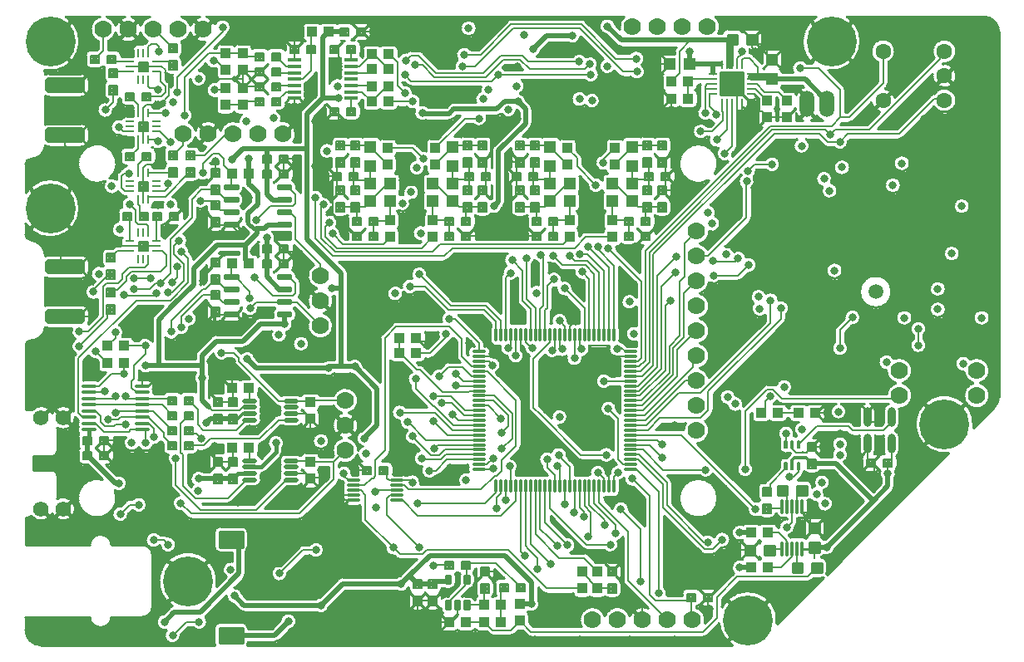
<source format=gtl>
*
*
G04 PADS9.1 Build Number: 384028 generated Gerber (RS-274-X) file*
G04 PC Version=2.1*
*
%IN "PSDR.pcb"*%
*
%MOIN*%
*
%FSLAX35Y35*%
*
*
*
*
G04 PC Standard Apertures*
*
*
G04 Thermal Relief Aperture macro.*
%AMTER*
1,1,$1,0,0*
1,0,$1-$2,0,0*
21,0,$3,$4,0,0,45*
21,0,$3,$4,0,0,135*
%
*
*
G04 Annular Aperture macro.*
%AMANN*
1,1,$1,0,0*
1,0,$2,0,0*
%
*
*
G04 Odd Aperture macro.*
%AMODD*
1,1,$1,0,0*
1,0,$1-0.005,0,0*
%
*
*
G04 PC Custom Aperture Macros*
*
*
*
*
*
*
G04 PC Aperture Table*
*
%ADD010C,0.01*%
%ADD011C,0.008*%
%ADD012C,0.00787*%
%ADD013C,0.01575*%
%ADD031C,0.05906*%
%ADD034C,0.012*%
%ADD035C,0.03*%
%ADD036C,0.02*%
%ADD037C,0.015*%
%ADD042C,0.001*%
%ADD048C,0.07*%
%ADD055C,0.018*%
%ADD072C,0.062*%
%ADD089R,0.043X0.039*%
%ADD090R,0.048X0.048*%
%ADD096R,0.039X0.043*%
%ADD102O,0.03346X0.00984*%
%ADD103O,0.00984X0.03346*%
%ADD104C,0.01181*%
%ADD110C,0.016*%
%ADD149C,0.032*%
%ADD152C,0.063*%
%ADD154O,0.05906X0.0175*%
%ADD155O,0.05906X0.01575*%
%ADD156O,0.05512X0.01142*%
%ADD157O,0.05512X0.01575*%
%ADD158O,0.0315X0.07874*%
%ADD159O,0.05906X0.1063*%
%ADD160O,0.01142X0.06102*%
%ADD161O,0.03937X0.00984*%
%ADD162O,0.00984X0.03937*%
%ADD163O,0.01142X0.05709*%
%ADD164O,0.05709X0.01142*%
%ADD165C,0.2*%
%ADD166C,0.014*%
*
*
*
*
G04 PC Circuitry*
G04 Layer Name PSDR.pcb - circuitry*
%LPD*%
*
*
G04 PC Custom Flashes*
G04 Layer Name PSDR.pcb - flashes*
%LPD*%
*
*
G04 PC Circuitry*
G04 Layer Name PSDR.pcb - circuitry*
%LPD*%
*
G54D10*
G01X391000Y343100D02*
Y346900D01*
X394800*
Y343100*
X391000*
Y344000D02*
X394800D01*
X391000Y345000D02*
X394800D01*
X391000Y346000D02*
X394800D01*
X391000Y343100D02*
Y346900D01*
X392000Y343100D02*
Y346900D01*
X393000Y343100D02*
Y346900D01*
X394000Y343100D02*
Y346900D01*
X383200Y343100D02*
Y346900D01*
X387000*
Y343100*
X383200*
Y344000D02*
X387000D01*
X383200Y345000D02*
X387000D01*
X383200Y346000D02*
X387000D01*
X384000Y343100D02*
Y346900D01*
X385000Y343100D02*
Y346900D01*
X386000Y343100D02*
Y346900D01*
X387000Y343100D02*
Y346900D01*
X416100Y139200D02*
Y143000D01*
X419900*
Y139200*
X416100*
Y140000D02*
X419900D01*
X416100Y141000D02*
X419900D01*
X416100Y142000D02*
X419900D01*
X416100Y143000D02*
X419900D01*
X417000Y139200D02*
Y143000D01*
X418000Y139200D02*
Y143000D01*
X419000Y139200D02*
Y143000D01*
X416100Y147000D02*
Y150800D01*
X419900*
Y147000*
X416100*
X419900*
X416100Y148000D02*
X419900D01*
X416100Y149000D02*
X419900D01*
X416100Y150000D02*
X419900D01*
X417000Y147000D02*
Y150800D01*
X418000Y147000D02*
Y150800D01*
X419000Y147000D02*
Y150800D01*
X409200Y131100D02*
Y134900D01*
X413000*
Y131100*
X409200*
Y132000D02*
X413000D01*
X409200Y133000D02*
X413000D01*
X409200Y134000D02*
X413000D01*
X410000Y131100D02*
Y134900D01*
X411000Y131100D02*
Y134900D01*
X412000Y131100D02*
Y134900D01*
X413000Y131100D02*
Y134900D01*
X417000Y131100D02*
Y134900D01*
X420800*
Y131100*
X417000*
Y132000D02*
X420800D01*
X417000Y133000D02*
X420800D01*
X417000Y134000D02*
X420800D01*
X417000Y131100D02*
Y134900D01*
X418000Y131100D02*
Y134900D01*
X419000Y131100D02*
Y134900D01*
X420000Y131100D02*
Y134900D01*
X398000Y138100D02*
Y141900D01*
X401800*
Y138100*
X398000*
Y139000D02*
X401800D01*
X398000Y140000D02*
X401800D01*
X398000Y141000D02*
X401800D01*
X398000Y138100D02*
Y141900D01*
X399000Y138100D02*
Y141900D01*
X400000Y138100D02*
Y141900D01*
X401000Y138100D02*
Y141900D01*
X390200Y138100D02*
Y141900D01*
X394000*
Y138100*
X390200*
Y139000D02*
X394000D01*
X390200Y140000D02*
X394000D01*
X390200Y141000D02*
X394000D01*
X391000Y138100D02*
Y141900D01*
X392000Y138100D02*
Y141900D01*
X393000Y138100D02*
Y141900D01*
X394000Y138100D02*
Y141900D01*
X411000Y162100D02*
Y165900D01*
X414800*
Y162100*
X411000*
Y163000D02*
X414800D01*
X411000Y164000D02*
X414800D01*
X411000Y165000D02*
X414800D01*
X411000Y162100D02*
Y165900D01*
X412000Y162100D02*
Y165900D01*
X413000Y162100D02*
Y165900D01*
X414000Y162100D02*
Y165900D01*
X403200Y162100D02*
Y165900D01*
X407000*
Y162100*
X403200*
Y163000D02*
X407000D01*
X403200Y164000D02*
X407000D01*
X403200Y165000D02*
X407000D01*
X404000Y162100D02*
Y165900D01*
X405000Y162100D02*
Y165900D01*
X406000Y162100D02*
Y165900D01*
X407000Y162100D02*
Y165900D01*
X412937Y140535D02*
X417800D01*
X380400Y335000D02*
X381000D01*
X377421Y330937D02*
Y331600D01*
X488300Y233200D02*
G75*
G03X488300I-3300J0D01*
G01X470700Y236600D02*
G03X470700I-3300J0D01*
G01Y244800D02*
G03X470700I-3300J0D01*
G01X476300Y259000D02*
G03X476300I-3300J0D01*
G01X480300Y278000D02*
G03X480300I-3300J0D01*
G01X457300Y233200D02*
G03X457300I-3300J0D01*
G01X448925Y243701D02*
G03X448925I-6405J0D01*
G01X452700Y286400D02*
G03X452700I-3300J0D01*
G01X456300Y295200D02*
G03X456300I-3300J0D01*
G01X429300Y252200D02*
G03X429300I-3300J0D01*
G01X432300Y293600D02*
G03X432300I-3300J0D01*
G01X223500Y183800D02*
G03X223500I-3300J0D01*
G01X215500Y222800D02*
G03X215500I-3300J0D01*
G01X282700Y349400D02*
G03X282700I-3300J0D01*
G01X379206Y160827D02*
G03X379206I-7749J0D01*
G01X491801Y201687D02*
Y348031D01*
G03X485827Y354005I-5974J0*
G01X431021*
X423503Y332467D02*
G03X431021Y354005I1300J11627D01*
G01X423503Y332467D02*
X429685Y326285D01*
X430300Y324800D02*
G03X429685Y326285I-2100J0D01*
G01X430300Y324800D02*
Y315700D01*
X430930*
X443372Y328142*
Y335786*
X447572D02*
G03X443372I-2100J4371D01*
G01X447572D02*
Y327272D01*
X446957Y325788D02*
G03X447572Y327272I-1485J1484D01*
G01X446957Y325788D02*
X446402Y325232D01*
X450113Y321883D02*
G03X446402Y325232I-4641J-1411D01*
G01X450113Y321883D02*
X465910Y337679D01*
X469511Y335341D02*
G03X465910Y337679I568J4816D01*
G01X469511Y335341D02*
X469266Y335096D01*
X465297Y331127D02*
G03X469266Y335096I4782J-812D01*
G01X465297Y331127D02*
X443270Y309100D01*
X450930*
X464315Y322485*
X465800Y323100D02*
G03X464315Y322485I0J-2100D01*
G01X465800Y323100D02*
X466002D01*
X465856Y318086D02*
G03X466002Y323100I4223J2386D01*
G01X465856Y318086D02*
X453285Y305515D01*
X451800Y304900D02*
G03X453285Y305515I-0J2100D01*
G01X451800Y304900D02*
X432270D01*
X431485Y304115*
X425654Y301700D02*
G03X431485Y304115I2546J2100D01*
G01X425654Y301700D02*
X423200D01*
X421715Y302315D02*
G03X423200Y301700I1485J1485D01*
G01X421715Y302315D02*
X419130Y304900D01*
X414697*
X410903D02*
G03X414697I1897J-2700D01*
G01X410903D02*
X402670D01*
X394670Y296900*
X398454*
Y292700D02*
G03Y296900I2546J2100D01*
G01Y292700D02*
X394870D01*
X394685Y292515*
X393602Y289743D02*
G03X394685Y292515I-2202J2457D01*
G01X392817Y285388D02*
G03X393602Y289743I-2017J2612D01*
G01X392817Y285388D02*
Y273317D01*
X392201Y271832D02*
G03X392817Y273317I-1484J1485D01*
G01X392201Y271832D02*
X382251Y261882D01*
X385670Y259810D02*
G03X382251Y261882I-3070J-1210D01*
G01X390652Y257561D02*
G03X385670Y259810I-3252J-561D01*
G01X391285Y251115D02*
G03X390652Y257561I315J3285D01*
G01X391285Y251115D02*
X388885Y248715D01*
X387400Y248100D02*
G03X388885Y248715I0J2100D01*
G01X387400Y248100D02*
X380146D01*
X375841Y247408D02*
G03X380146Y248100I1759J2792D01*
G01X372098Y242953D02*
G03X375841Y247408I-1429J5000D01*
G01X372098Y232953D02*
G03Y242953I-1429J5000D01*
G01Y222953D02*
G03Y232953I-1429J5000D01*
G01Y212953D02*
G03Y222953I-1429J5000D01*
G01X375700Y209270D02*
G03X372098Y212953I-5031J-1317D01*
G01X375700Y209270D02*
X398300Y231870D01*
Y234434*
X393552Y239013D02*
G03X398300Y234434I2448J-2213D01*
G01X398603Y242968D02*
G03X393552Y239013I-3003J-1368D01*
G01X403700Y240175D02*
G03X398603Y242968I-3300J25D01*
G01X406700Y234454D02*
G03X403700Y240175I-2100J2546D01*
G01X406700Y234454D02*
Y232800D01*
X406085Y231315D02*
G03X406700Y232800I-1485J1485D01*
G01X406085Y231315D02*
X377500Y202730D01*
Y196000*
X376885Y194515D02*
G03X377500Y196000I-1485J1485D01*
G01X376885Y194515D02*
X374169Y191799D01*
X370966Y182761D02*
G03X374169Y191799I-297J5192D01*
G01X370966Y182761D02*
X385256Y168472D01*
X385527Y168242D02*
G03X385256Y168472I-1484J-1485D01*
G01X385527Y168242D02*
X394085Y159685D01*
X395637Y159459D02*
G03X394085Y159685I-1237J-3059D01*
G01X396090Y160000D02*
G03X395637Y159459I1360J-1600D01*
G01X395350Y161600D02*
G03X396090Y160000I2100J0D01*
G01X395350Y161600D02*
Y165100D01*
X397450Y167200D02*
G03X395350Y165100I0J-2100D01*
G01X397450Y167200D02*
X398400D01*
X398915Y168044D02*
G03X398400Y167200I1485J-1485D01*
G01X398915Y168044D02*
X403954Y173082D01*
Y175047*
X406047Y177141D02*
G03X403954Y175047I0J-2094D01*
G01X406047Y177141D02*
X406835D01*
X406888Y177140D02*
G03X406835Y177141I-53J-2093D01*
G01X407303Y177697D02*
G03X406888Y177140I1697J-1697D01*
G01X407303Y177697D02*
X408303Y178697D01*
X408486Y178862D02*
G03X408303Y178697I1514J-1862D01*
G01X407720Y179056D02*
G03X408486Y178862I886J1897D01*
G01X406835Y178859D02*
G03X407720Y179056I-0J2094D01*
G01X406835Y178859D02*
X406047D01*
X403954Y180953D02*
G03X406047Y178859I2093J-0D01*
G01X403954Y180953D02*
Y183709D01*
X404148Y184591D02*
G03X403954Y183709I1899J-882D01*
G01X409776Y187698D02*
G03X404148Y184591I-3176J-898D01*
G01X411521Y191350D02*
G03X409776Y187698I1479J-2950D01*
G01X411521Y191350D02*
X409500D01*
X407807Y192900D02*
G03X409500Y191350I1693J150D01*
G01X407807Y192900D02*
X407193D01*
X405500Y191350D02*
G03X407193Y192900I0J1700D01*
G01X405500Y191350D02*
X401200D01*
X400000Y191846D02*
G03X401200Y191350I1200J1204D01*
G01X398800D02*
G03X400000Y191846I0J1700D01*
G01X398800Y191350D02*
X394500D01*
X392800Y193050D02*
G03X394500Y191350I1700J0D01*
G01X392800Y193050D02*
Y195230D01*
X392300Y194730*
Y174946*
X388100D02*
G03X392300I2100J-2546D01*
G01X388100D02*
Y195600D01*
X388124Y195919D02*
G03X388100Y195600I2076J-319D01*
G01X382936Y198111D02*
G03X388124Y195919I3264J489D01*
G01X386464Y201889D02*
G03X382936Y198111I-3264J-489D01*
G01X389392Y197762D02*
G03X386464Y201889I-3192J838D01*
G01X389392Y197762D02*
X395915Y204285D01*
X397515Y205885*
X399000Y206500D02*
G03X397515Y205885I0J-2100D01*
G01X399000Y206500D02*
X401400D01*
X402583Y206135D02*
G03X401400Y206500I-1183J-1735D01*
G01X407954Y202900D02*
G03X402583Y206135I-2154J2500D01*
G01X407954Y202900D02*
X446878D01*
X450572Y207000D02*
G03X446878Y202900I1428J-5000D01*
G01X446801Y212100D02*
G03X450572Y207000I5199J-100D01*
G01X449823Y216723D02*
G03X446801Y212100I-3023J-1323D01*
G01X453428Y207000D02*
G03X449823Y216723I-1428J5000D01*
G01X451919Y196801D02*
G03X453428Y207000I81J5199D01*
G01X452117Y195677D02*
G03X451919Y196801I-3274J0D01*
G01X452117Y195677D02*
Y190953D01*
X450259Y188000D02*
G03X452117Y190953I-1416J2953D01*
G01Y185047D02*
G03X450259Y188000I-3274J0D01*
G01X452117Y185047D02*
Y180323D01*
X450943Y177810D02*
G03X452117Y180323I-2100J2513D01*
G01X450943Y177810D02*
Y177558D01*
X451200Y176550D02*
G03X450943Y177558I-2100J0D01*
G01X451200Y176550D02*
Y173450D01*
X450456Y171846D02*
G03X451200Y173450I-1356J1604D01*
G01X450100Y168703D02*
G03X450456Y171846I-2700J1897D01*
G01X450100Y168703D02*
Y165600D01*
X449309Y163691D02*
G03X450100Y165600I-1909J1909D01*
G01X449309Y163691D02*
X443434Y157816D01*
X426251Y140632*
X421816Y138120D02*
G03X426251Y140632I1184J3080D01*
G01X420556Y137100D02*
G03X421816Y138120I-656J2100D01*
G01X420556Y137100D02*
X420800D01*
X423000Y134900D02*
G03X420800Y137100I-2200J0D01*
G01X423000Y134900D02*
Y131100D01*
X422822Y130234D02*
G03X423000Y131100I-2022J866D01*
G01X422822Y130234D02*
X471530Y178942D01*
X481688Y189100D02*
G03X471530Y178942I-11609J1451D01*
G01X481688Y189100D02*
X490051Y197462D01*
G03X491801Y201687I-4224J4225*
G01X410650Y312300D02*
X413380D01*
X410650Y315163D02*
G03X413380Y312300I4413J1475D01*
G01X410650Y315163D02*
Y312300D01*
X410410Y316671D02*
Y317329D01*
X410154Y317000D02*
G03X410410Y317329I-1204J1200D01*
G01Y316671D02*
G03X410154Y317000I-1460J-871D01*
G01X413602Y325780D02*
G03X410628Y322770I1461J-4418D01*
G01X413602Y325780D02*
X412982Y326400D01*
X405073*
X404691Y325594D02*
G03X405073Y326400I-1291J1106D01*
G01X405331Y324989D02*
G03X404691Y325594I-1731J-1189D01*
G01X405331Y324989D02*
X406120Y324200D01*
X408950*
X410628Y322770D02*
G03X408950Y324200I-1678J-270D01*
G01X418585Y354005D02*
G03X416864Y335500I6218J-9911D01*
G01X418585Y354005D02*
X378316D01*
X379444Y347300D02*
G03X378316Y354005I-4444J2700D01*
G01X379444Y347300D02*
X381037D01*
X383200Y349100D02*
G03X381037Y347300I0J-2200D01*
G01X383200Y349100D02*
X387000D01*
X389000Y347817D02*
G03X387000Y349100I-2000J-917D01*
G01X391000D02*
G03X389000Y347817I0J-2200D01*
G01X391000Y349100D02*
X394800D01*
X397000Y346900D02*
G03X394800Y349100I-2200J0D01*
G01X397000Y346900D02*
Y343100D01*
X394800Y340900D02*
G03X397000Y343100I0J2200D01*
G01X394800Y340900D02*
X392025D01*
X392022Y339488D02*
G03X392025Y340900I-3222J712D01*
G01X393285Y338885D02*
G03X392022Y339488I-1485J-1485D01*
G01X393285Y338885D02*
X396885Y335285D01*
X396900Y335270D02*
G03X396885Y335285I-1500J-1470D01*
G01X396900Y335270D02*
Y339300D01*
X398600Y341000D02*
G03X396900Y339300I0J-1700D01*
G01X398600Y341000D02*
X403400D01*
X405100Y339300D02*
G03X403400Y341000I-1700J0D01*
G01X405100Y339300D02*
Y334500D01*
X404200Y333000D02*
G03X405100Y334500I-800J1500D01*
G01X405073Y331800D02*
G03X404200Y333000I-1673J-300D01*
G01X405073Y331800D02*
X409314D01*
X414746Y335500D02*
G03X409314Y331800I-2546J-2100D01*
G01X414746Y335500D02*
X416864D01*
X164650Y334820D02*
X173674Y343844D01*
X168000Y347572D02*
G03X173674Y343844I5000J1428D01*
G01X164445Y344005D02*
G03X168000Y347572I-1445J4995D01*
G01X164650Y343100D02*
G03X164445Y344005I-2100J0D01*
G01X164650Y343100D02*
Y339600D01*
X163910Y338000D02*
G03X164650Y339600I-1360J1600D01*
G01Y336400D02*
G03X163910Y338000I-2100J0D01*
G01X164650Y336400D02*
Y334820D01*
X171591Y354005D02*
G03X168000Y350428I1409J-5005D01*
G01X171591Y354005D02*
X164409D01*
X168000Y350428D02*
G03X164409Y354005I-5000J-1428D01*
G01X156889Y279700D02*
G03X156855Y277600I3111J-1100D01*
G01X156889Y279700D02*
X153161D01*
Y279209*
X152462Y277604D02*
G03X153161Y279209I-1493J1605D01*
G01X152900Y277650D02*
G03X152462Y277604I0J-2100D01*
G01X152900Y277650D02*
X156400D01*
X156855Y277600D02*
G03X156400Y277650I-455J-2050D01*
G01X158090Y295000D02*
G03X157350Y293415I1360J-1600D01*
G01Y296600D02*
G03X158090Y295000I2100J0D01*
G01X157350Y296600D02*
Y300100D01*
X157773Y301364D02*
G03X157350Y300100I1677J-1264D01*
G01X157414Y301750D02*
G03X157773Y301364I2586J2050D01*
G01X153614Y301005D02*
G03X157414Y301750I1386J2995D01*
G01X154200Y299550D02*
G03X153614Y301005I-2100J0D01*
G01X154200Y299550D02*
Y296450D01*
X152475Y294384D02*
G03X154200Y296450I-375J2066D01*
G01X153070Y293415D02*
G03X152475Y294384I-2101J-624D01*
G01X153070Y293415D02*
X157350D01*
X160753Y330800D02*
G03X160500Y329800I1847J-1000D01*
G01X160753Y330800D02*
X159450D01*
X157911Y331471D02*
G03X159450Y330800I1539J1429D01*
G01X157900Y331432D02*
G03X157911Y331471I-2109J599D01*
G01X157900Y331432D02*
Y329070D01*
X159285Y327685*
X159900Y326200D02*
G03X159285Y327685I-2100J0D01*
G01X159900Y326200D02*
Y325697D01*
X160500Y326346D02*
G03X159900Y325697I2100J-2546D01*
G01X160500Y326346D02*
Y329800D01*
X152820Y301523D02*
G03X152475Y301616I-720J-1973D01*
G01X152596Y301740D02*
G03X152820Y301523I2404J2260D01*
G01X152475Y301616D02*
G03X152596Y301740I-1506J1593D01*
G01X157631Y318679D02*
G03X155454Y317500I369J-3279D01*
G01X157610Y320443D02*
G03X157631Y318679I3190J-843D01*
G01X156200Y319900D02*
G03X157610Y320443I0J2100D01*
G01X156200Y319900D02*
X154127D01*
X152475Y318384D02*
G03X154127Y319900I-375J2066D01*
G01X153043Y317500D02*
G03X152475Y318384I-2074J-709D01*
G01X153043Y317500D02*
X155454D01*
X130081Y181000D02*
G03X130000Y180910I1519J-1450D01*
G01Y181090D02*
G03X130081Y181000I1600J1360D01*
G01X129919D02*
G03X130000Y181090I-1519J1450D01*
G01Y180910D02*
G03X129919Y181000I-1600J-1360D01*
G01X130653Y207972D02*
X134030Y211350D01*
X132500*
X130800Y213050D02*
G03X132500Y211350I1700J0D01*
G01X130800Y213050D02*
Y215880D01*
X130160Y216520*
X127009Y218039D02*
G03X130160Y216520I2791J1761D01*
G01X127009Y218039D02*
X125100Y216130D01*
Y213000*
Y208235*
X125205Y208237D02*
G03X125100Y208235I-0J-2487D01*
G01X125205Y208237D02*
X129535D01*
X130653Y207972D02*
G03X129535Y208237I-1118J-2222D01*
G01X144931Y317420D02*
Y317730D01*
X144312Y318350*
X141900*
X139800Y320450D02*
G03X141900Y318350I2100J0D01*
G01X139800Y320450D02*
Y321213D01*
X139100Y320873D02*
G03X139800Y321213I-550J2027D01*
G01X139100Y320873D02*
Y319800D01*
X138485Y318315D02*
G03X139100Y319800I-1485J1485D01*
G01X138485Y318315D02*
X137085Y316915D01*
X134115Y319885D02*
G03X137085Y316915I-315J-3285D01*
G01X134115Y319885D02*
X134900Y320670D01*
Y320873*
X133350Y322900D02*
G03X134900Y320873I2100J0D01*
G01X133350Y322900D02*
Y326400D01*
X134090Y328000D02*
G03X133350Y326400I1360J-1600D01*
G01Y329600D02*
G03X134090Y328000I2100J0D01*
G01X133350Y329600D02*
Y333100D01*
X133438Y333701D02*
G03X133350Y333100I2012J-601D01*
G01X133000Y334090D02*
G03X133438Y333701I1600J1360D01*
G01X131400Y333350D02*
G03X133000Y334090I0J2100D01*
G01X131400Y333350D02*
X127900D01*
X125800Y335450D02*
G03X127900Y333350I2100J0D01*
G01X125800Y335450D02*
Y338550D01*
X127900Y340650D02*
G03X125800Y338550I0J-2100D01*
G01X127900Y340650D02*
X130330D01*
X130900Y341220*
Y344243*
X131591Y354005D02*
G03X130900Y344243I1409J-5005D01*
G01X131591Y354005D02*
X118029D01*
X109487Y332628D02*
G03X118029Y354005I2324J11466D01*
G01X109783Y330857D02*
G03X109487Y332628I-6661J-204D01*
G01X111317Y331235D02*
G03X109783Y330857I-0J-3300D01*
G01X111317Y331235D02*
X124117D01*
X127417Y327935D02*
G03X124117Y331235I-3300J0D01*
G01X127417Y327935D02*
Y325135D01*
X124117Y321835D02*
G03X127417Y325135I-0J3300D01*
G01X124117Y321835D02*
X111317D01*
X109774Y322218D02*
G03X111317Y321835I1543J2917D01*
G01X109774Y322218D02*
Y310853D01*
X111317Y311235D02*
G03X109774Y310853I-0J-3300D01*
G01X111317Y311235D02*
X124117D01*
X127417Y307935D02*
G03X124117Y311235I-3300J0D01*
G01X127417Y307935D02*
Y305135D01*
X124117Y301835D02*
G03X127417Y305135I-0J3300D01*
G01X124117Y301835D02*
X111317D01*
X109750Y302231D02*
G03X111317Y301835I1567J2904D01*
G01X103937Y296919D02*
G03X109750Y302231I0J5837D01*
G01X103937Y296919D02*
G03X101900Y294882I0J-2037D01*
G01Y283383*
Y270947D02*
G03Y283383I9911J6218D01*
G01Y270947D02*
Y266481D01*
G03X103746Y264453I2037J0*
G01X109783Y258023D02*
G03X103746Y264453I-6661J-205D01*
G01X111317Y258401D02*
G03X109783Y258023I-0J-3300D01*
G01X111317Y258401D02*
X124117D01*
X127417Y255101D02*
G03X124117Y258401I-3300J-0D01*
G01X127417Y255101D02*
Y252301D01*
X124117Y249001D02*
G03X127417Y252301I-0J3300D01*
G01X124117Y249001D02*
X111317D01*
X109774Y249383D02*
G03X111317Y249001I1543J2918D01*
G01X109774Y249383D02*
Y238018D01*
X111317Y238401D02*
G03X109774Y238018I-0J-3300D01*
G01X111317Y238401D02*
X124117D01*
X127417Y235101D02*
G03X124117Y238401I-3300J-0D01*
G01X127417Y235101D02*
Y232301D01*
X127081Y230851D02*
G03X127417Y232301I-2964J1450D01*
G01X127081Y230851D02*
X130700Y234470D01*
Y240772*
X128491Y246860D02*
G03X130700Y240772I509J-3260D01*
G01X128491Y246860D02*
X129564Y247934D01*
X132793Y253690D02*
G03X129564Y247934I-1593J-2890D01*
G01X133090Y254000D02*
G03X132793Y253690I1360J-1600D01*
G01X132350Y255600D02*
G03X133090Y254000I2100J0D01*
G01X132350Y255600D02*
Y259100D01*
X134450Y261200D02*
G03X132350Y259100I0J-2100D01*
G01X134450Y261200D02*
X136855D01*
X138600Y262132D02*
G03X136855Y261200I0J-2101D01*
G01X138600Y262132D02*
X140020D01*
X140250Y262984D02*
G03X140020Y262132I1959J-984D01*
G01X140597Y265454D02*
G03X140250Y262984I1612J-1485D01*
G01X138895Y271824D02*
G03X140597Y265454I705J-3224D01*
G01X138800Y272450D02*
G03X138895Y271824I2100J0D01*
G01X138800Y272450D02*
Y275550D01*
X140520Y277615D02*
G03X138800Y275550I380J-2065D01*
G01X142315Y281839D02*
G03X140520Y277615I1285J-3039D01*
G01X142315Y281839D02*
X142209D01*
X141539Y281944D02*
G03X142209Y281839I670J2087D01*
G01X140284Y282547D02*
G03X141539Y281944I1485J1484D01*
G01X140284Y282547D02*
X138939Y283892D01*
X133838Y288079D02*
G03X138939Y283892I2562J-2079D01*
G01X135546Y289188D02*
G03X133838Y288079I-5034J5891D01*
G01X138300Y288698D02*
G03X135546Y289188I-1900J-2698D01*
G01X138300Y288698D02*
Y290200D01*
X138915Y291685D02*
G03X138300Y290200I1485J-1485D01*
G01X138915Y291685D02*
X139915Y292685D01*
X140780Y293206D02*
G03X139915Y292685I620J-2006D01*
G01X142416Y294350D02*
G03X140780Y293206I984J-3150D01*
G01X142416Y294350D02*
X141900D01*
X139800Y296450D02*
G03X141900Y294350I2100J0D01*
G01X139800Y296450D02*
Y299550D01*
X141900Y301650D02*
G03X139800Y299550I0J-2100D01*
G01X141900Y301650D02*
X144330D01*
X144931Y302251*
Y302580*
X144839Y303209D02*
G03X144931Y302580I2192J-0D01*
G01X144839Y303209D02*
Y305839D01*
X142209*
X141580Y305931D02*
G03X142209Y305839I629J2100D01*
G01X141580Y305931D02*
X140969D01*
X139516Y306515D02*
G03X140969Y305931I1453J1516D01*
G01X140240Y312932D02*
G03X139516Y306515I-1040J-3132D01*
G01X142209Y314161D02*
G03X140240Y312932I-0J-2192D01*
G01X142209Y314161D02*
X144839D01*
Y316791*
X144931Y317420D02*
G03X144839Y316791I2100J-629D01*
G01X149484Y343485D02*
X150461Y344462D01*
X148000Y347572D02*
G03X150461Y344462I5000J1428D01*
G01X138000Y347572D02*
G03X148000I5000J1428D01*
G01X135100Y344243D02*
G03X138000Y347572I-2100J4757D01*
G01X135100Y344243D02*
Y340650D01*
X138100*
X140200Y338550D02*
G03X138100Y340650I-2100J0D01*
G01X140200Y338550D02*
Y338069D01*
X141580*
X142209Y338161D02*
G03X141580Y338069I-0J-2192D01*
G01X142209Y338161D02*
X144839D01*
Y340791*
X148016Y342750D02*
G03X144839Y340791I-985J-1959D01*
G01X149112Y342981D02*
G03X148016Y342750I-112J-2190D01*
G01X149484Y343485D02*
G03X149112Y342981I1485J-1485D01*
G01X151591Y354005D02*
G03X148000Y350428I1409J-5005D01*
G01X151591Y354005D02*
X144409D01*
X148000Y350428D02*
G03X144409Y354005I-5000J-1428D01*
G01X141591D02*
G03X138000Y350428I1409J-5005D01*
G01X141591Y354005D02*
X134409D01*
X138000Y350428D02*
G03X134409Y354005I-5000J-1428D01*
G01X121515Y218485D02*
X121894Y218864D01*
X121825Y224700D02*
G03X121894Y218864I1575J-2900D01*
G01X120412Y229001D02*
G03X121825Y224700I2988J-1401D01*
G01X120412Y229001D02*
X111317D01*
X109750Y229396D02*
G03X111317Y229001I1567J2905D01*
G01X103937Y224084D02*
G03X109750Y229396I0J5837D01*
G01X103937Y224084D02*
G03X101900Y222047I0J-2037D01*
G01Y196388*
X103200*
X104309Y196031D02*
G03X103200Y196388I-1109J-1543D01*
G01X112544Y194957D02*
G03X104309Y196031I-4429J-1850D01*
G01X120900Y195868D02*
G03X112544Y194957I-3927J-2761D01*
G01X120900Y195868D02*
Y213000D01*
Y217000*
X121515Y218485D02*
G03X120900Y217000I1485J-1485D01*
G01X153291Y234309D02*
X157082Y238100D01*
X147070*
X139306Y230336*
X140598Y225650D02*
G03X139306Y230336I-2798J1750D01*
G01X140598Y225650D02*
X143500D01*
X145193Y224100D02*
G03X143500Y225650I-1693J-150D01*
G01X145193Y224100D02*
X147254D01*
X152500Y223897D02*
G03X147254Y224100I-2700J-1897D01*
G01X152500Y223897D02*
Y232400D01*
X153291Y234309D02*
G03X152500Y232400I1909J-1909D01*
G01X158315Y266085D02*
X162580Y270350D01*
X159600*
X158000Y271090D02*
G03X159600Y270350I1600J1360D01*
G01X156415D02*
G03X158000Y271090I-15J2100D01*
G01X156415Y270350D02*
Y266070D01*
X157735Y264982D02*
G03X156415Y266070I-1944J-1013D01*
G01X158315Y266085D02*
G03X157735Y264982I1485J-1485D01*
G01X188520Y237362D02*
G03Y236638I3280J-362D01*
G01X188096Y237000D02*
G03X188520Y237362I-1265J1909D01*
G01Y236638D02*
G03X188096Y237000I-1689J-1547D01*
G01X192381Y329000D02*
G03X192147Y328707I1519J-1450D01*
G01Y329293D02*
G03X192381Y329000I1753J1157D01*
G01X191750D02*
G03X192147Y329293I-800J1500D01*
G01Y328707D02*
G03X191750Y329000I-1197J-1207D01*
G01X179100Y295200D02*
Y296130D01*
X178330Y296900*
X177670*
X175895Y295125*
X176450Y295200D02*
G03X175895Y295125I0J-2100D01*
G01X176450Y295200D02*
X179100D01*
X175090Y288000D02*
G03X174379Y286750I1360J-1600D01*
G01X174589Y288627D02*
G03X175090Y288000I1861J973D01*
G01X171151Y288541D02*
G03X174589Y288627I1649J2859D01*
G01X169550Y287800D02*
G03X171151Y288541I0J2100D01*
G01X169550Y287800D02*
X166770D01*
X160777Y281807*
X163160Y277649D02*
G03X160777Y281807I-3160J951D01*
G01X165200Y275550D02*
G03X163160Y277649I-2100J0D01*
G01X165200Y275550D02*
Y272970D01*
X166500Y274270*
Y280800*
X167115Y282285D02*
G03X166500Y280800I1485J-1485D01*
G01X167115Y282285D02*
X170965Y286135D01*
X172450Y286750D02*
G03X170965Y286135I0J-2100D01*
G01X172450Y286750D02*
X174379D01*
X172680Y300450D02*
X174107Y301877D01*
X170000Y305572D02*
G03X174107Y301877I5000J1428D01*
G01X167076Y302232D02*
G03X170000Y305572I-2076J4768D01*
G01X167071Y302200D02*
G03X167076Y302232I-2071J350D01*
G01X167071Y302200D02*
X169550D01*
X171621Y300450D02*
G03X169550Y302200I-2071J-350D01*
G01X171621Y300450D02*
X172680D01*
X188368Y314800D02*
G03X187132Y311743I2032J-2600D01*
G01X188368Y314800D02*
X187050D01*
X185500Y315802D02*
G03X187050Y314800I1550J698D01*
G01X183950D02*
G03X185500Y315802I0J1700D01*
G01X183950Y314800D02*
X180050D01*
X178350Y316500D02*
G03X180050Y314800I1700J0D01*
G01X178350Y316500D02*
Y320800D01*
X178465Y321415D02*
G03X178350Y320800I1585J-615D01*
G01X178378Y327807D02*
G03X178465Y321415I-778J-3207D01*
G01X179250Y329000D02*
G03X178378Y327807I800J-1500D01*
G01X178350Y330500D02*
G03X179250Y329000I1700J0D01*
G01X178350Y330500D02*
Y333307D01*
X174084Y335314D02*
G03X178350Y333307I3116J1086D01*
G01X174084Y335314D02*
X171269Y332499D01*
X167901Y329131D02*
G03X171269Y332499I3299J69D01*
G01X167901Y329131D02*
X167700Y328930D01*
Y316946*
X167382Y311622D02*
G03X167700Y316946I-1782J2778D01*
G01X170000Y308428D02*
G03X167382Y311622I-5000J-1428D01*
G01X180000Y308428D02*
G03X170000I-5000J-1428D01*
G01X187132Y311743D02*
G03X180000Y308428I-2132J-4743D01*
G01X186250Y329000D02*
G03X185500Y328198I800J-1500D01*
G01Y329802D02*
G03X186250Y329000I1550J698D01*
G01X184750D02*
G03X185500Y329802I-800J1500D01*
G01Y328198D02*
G03X184750Y329000I-1550J-698D01*
G01X187300Y258575D02*
Y259700D01*
X179718*
X179218Y259200*
X179550*
X181342Y258195D02*
G03X179550Y259200I-1792J-1095D01*
G01X182500Y258650D02*
G03X181342Y258195I0J-1700D01*
G01X182500Y258650D02*
X186800D01*
X187300Y258575D02*
G03X186800Y258650I-500J-1625D01*
G01X175090Y252000D02*
G03X174350Y250400I1360J-1600D01*
G01Y253600D02*
G03X175090Y252000I2100J0D01*
G01X174350Y253600D02*
Y254332D01*
X171900Y251882*
Y246497*
X172800Y246700D02*
G03X171900Y246497I0J-2100D01*
G01X172800Y246700D02*
X173080D01*
X174350Y247970*
Y250400*
X188882Y265100D02*
X191223Y267441D01*
X189232Y269432*
X189097Y269578D02*
G03X189232Y269432I1903J1622D01*
G01X186831Y267619D02*
G03X189097Y269578I-0J2290D01*
G01X186831Y267619D02*
X181909D01*
X180560Y268059D02*
G03X181909Y267619I1349J1850D01*
G01X179550Y267800D02*
G03X180560Y268059I0J2100D01*
G01X179550Y267800D02*
X176450D01*
X174350Y269900D02*
G03X176450Y267800I2100J0D01*
G01X174350Y269900D02*
Y273400D01*
X175090Y275000D02*
G03X174350Y273400I1360J-1600D01*
G01Y276600D02*
G03X175090Y275000I2100J0D01*
G01X174350Y276600D02*
Y277883D01*
X170700Y277167D02*
G03X174350Y277883I1300J3033D01*
G01X170700Y277167D02*
Y273400D01*
X170085Y271915D02*
G03X170700Y273400I-1485J1485D01*
G01X170085Y271915D02*
X165161Y266991D01*
X166188Y262434D02*
G03X165161Y266991I-2788J1766D01*
G01X167485Y259485D02*
G03X166188Y262434I-3285J315D01*
G01X167485Y259485D02*
X168485Y258485D01*
X169100Y257000D02*
G03X168485Y258485I-2100J0D01*
G01X169100Y257000D02*
Y256718D01*
X176691Y264309*
X178600Y265100D02*
G03X176691Y264309I0J-2700D01*
G01X178600Y265100D02*
X188882D01*
X188300Y272848D02*
Y273152D01*
X188096Y273000D02*
G03X188300Y273152I-1265J1909D01*
G01Y272848D02*
G03X188096Y273000I-1469J-1757D01*
G01X192100Y279918D02*
Y282282D01*
X190291Y284091*
X189441Y284941*
X189121Y285326D02*
G03X189441Y284941I2229J1524D01*
G01X189121Y285326D02*
Y284909D01*
X188096Y283000D02*
G03X189121Y284909I-1265J1909D01*
G01Y281091D02*
G03X188096Y283000I-2290J-0D01*
G01X189121Y281091D02*
Y279909D01*
X188096Y278000D02*
G03X189121Y279909I-1265J1909D01*
G01X189003Y276817D02*
G03X188096Y278000I-2172J-726D01*
G01X189091Y276909D02*
G03X189003Y276817I1909J-1909D01*
G01X189091Y276909D02*
X192100Y279918D01*
X201505Y251664D02*
G03X201350Y251482I1664J-1573D01*
G01Y251577D02*
G03X201505Y251664I-950J1873D01*
G01X201350Y251577D02*
Y251482D01*
X202017Y252070D02*
G03X201942Y252025I1152J-1979D01*
G01X202000Y252090D02*
G03X202017Y252070I1600J1360D01*
G01X201942Y252025D02*
G03X202000Y252090I-1542J1425D01*
G01X202081Y258000D02*
G03X202000Y257910I1519J-1450D01*
G01Y258090D02*
G03X202081Y258000I1600J1360D01*
G01X201919D02*
G03X202000Y258090I-1519J1450D01*
G01Y257910D02*
G03X201919Y258000I-1600J-1360D01*
G01X169900Y203492D02*
Y207303D01*
Y211097D02*
G03Y207303I2700J-1897D01*
G01Y211097D02*
Y211300D01*
X169000*
X155200*
X151897*
X147300Y212103D02*
G03X151897Y211300I2700J1897D01*
G01X147300Y212103D02*
Y208600D01*
X147268Y208237D02*
G03X147300Y208600I-2068J363D01*
G01X147268Y208237D02*
X150795D01*
X152946Y204500D02*
G03X150795Y208237I-2151J1250D01*
G01X153250Y202850D02*
G03X152946Y204500I-2455J400D01*
G01X153250Y202850D02*
X157251D01*
X158900Y203650D02*
G03X157251Y202850I0J-2100D01*
G01X158900Y203650D02*
X162400D01*
X164000Y202910D02*
G03X162400Y203650I-1600J-1360D01*
G01X165600D02*
G03X164000Y202910I0J-2100D01*
G01X165600Y203650D02*
X169100D01*
X169900Y203492D02*
G03X169100Y203650I-800J-1942D01*
G01X201904Y237000D02*
G03X200879Y235091I1265J-1909D01*
G01X201446Y237400D02*
G03X201904Y237000I1723J1509D01*
G01X201446Y237400D02*
X195170D01*
X195085Y237315*
X189121Y235073D02*
G03X195085Y237315I2679J1927D01*
G01X189121Y235073D02*
Y233909D01*
X186831Y231619D02*
G03X189121Y233909I-0J2290D01*
G01X186831Y231619D02*
X181909D01*
X180560Y232059D02*
G03X181909Y231619I1349J1850D01*
G01X179550Y231800D02*
G03X180560Y232059I0J2100D01*
G01X179550Y231800D02*
X176450D01*
X174350Y233900D02*
G03X176450Y231800I2100J0D01*
G01X174350Y233900D02*
Y237400D01*
X175090Y239000D02*
G03X174350Y237400I1360J-1600D01*
G01X174379Y240250D02*
G03X175090Y239000I2071J350D01*
G01X174379Y240250D02*
X173820D01*
X169161Y235591*
X167498Y229501D02*
G03X169161Y235591I-98J3299D01*
G01X163212Y226251D02*
G03X167498Y229501I988J3149D01*
G01X157900Y225234D02*
G03X163212Y226251I2300J2366D01*
G01X157900Y225234D02*
Y216700D01*
X169000*
X169900*
Y218200*
X170691Y220109D02*
G03X169900Y218200I1909J-1909D01*
G01X170691Y220109D02*
X176291Y225709D01*
X178200Y226500D02*
G03X176291Y225709I-0J-2700D01*
G01X178200Y226500D02*
X187882D01*
X193891Y232509*
X195800Y233300D02*
G03X193891Y232509I0J-2700D01*
G01X195800Y233300D02*
X200961D01*
X200879Y233909D02*
G03X200961Y233300I2290J0D01*
G01X200879Y233909D02*
Y235091D01*
X207903Y264490D02*
G03X207100Y264650I-803J-1940D01*
G01X207900Y264600D02*
G03X207903Y264491I2100J0D01*
G01X207900Y264600D02*
Y267619D01*
X203169*
X202277Y267800D02*
G03X203169Y267619I892J2109D01*
G01X202277Y267800D02*
X200865D01*
X201680Y264215D02*
G03X200865Y267800I-3080J1185D01*
G01X202000Y263910D02*
G03X201680Y264215I-1600J-1360D01*
G01X203600Y264650D02*
G03X202000Y263910I0J-2100D01*
G01X203600Y264650D02*
X207100D01*
X212846Y172000D02*
G03X212680Y171807I1204J-1200D01*
G01Y172193D02*
G03X212846Y172000I1370J1007D01*
G01X212580D02*
G03X212680Y172193I-2235J1280D01*
G01Y171807D02*
G03X212580Y172000I-2335J-1087D01*
G01X223250Y169220D02*
Y173250D01*
X219650*
Y173200*
X219154Y172000D02*
G03X219650Y173200I-1204J1200D01*
G01Y170800D02*
G03X219154Y172000I-1700J0D01*
G01X219650Y170800D02*
Y166500D01*
X217950Y164800D02*
G03X219650Y166500I0J1700D01*
G01X217950Y164800D02*
X214050D01*
X212350Y166500D02*
G03X214050Y164800I1700J0D01*
G01X212350Y166500D02*
Y166545D01*
X210345Y165586D02*
G03X212350Y166545I0J2575D01*
G01X210345Y165586D02*
X206585D01*
X197698Y156700*
X210730*
X223250Y169220*
X228572Y195000D02*
G03Y185000I1428J-5000D01*
G01X225243Y197900D02*
G03X228572Y195000I4757J2100D01*
G01X225243Y197900D02*
X219650D01*
Y197200*
X219154Y196000D02*
G03X219650Y197200I-1204J1200D01*
G01Y194800D02*
G03X219154Y196000I-1700J0D01*
G01X219650Y194800D02*
Y190500D01*
X217950Y188800D02*
G03X219650Y190500I0J1700D01*
G01X217950Y188800D02*
X214050D01*
X212350Y190500D02*
G03X214050Y188800I1700J0D01*
G01X212350Y190500D02*
Y190545D01*
X210345Y189586D02*
G03X212350Y190545I0J2575D01*
G01X210345Y189586D02*
X206190D01*
X204700Y190061D02*
G03X206190Y189586I1490J2100D01*
G01X204700Y190061D02*
X204031D01*
X197085Y183115*
X195600Y182500D02*
G03X197085Y183115I0J2100D01*
G01X195600Y182500D02*
X195200D01*
Y179050*
X194943Y178151D02*
G03X195200Y179050I-1443J899D01*
G01X196195Y176810D02*
G03X194943Y178151I-2385J-971D01*
G01X196195Y176810D02*
X199700Y180315D01*
Y180846*
X204700D02*
G03X199700I-2500J2154D01*
G01X204700D02*
Y179280D01*
X203968Y177512D02*
G03X204700Y179280I-1768J1768D01*
G01X203968Y177512D02*
X197968Y171512D01*
X196384Y170786D02*
G03X197968Y171512I-184J2494D01*
G01X196045Y169441D02*
G03X196384Y170786I-2235J1279D01*
G01X193810Y165586D02*
G03X196045Y169441I0J2575D01*
G01X193810Y165586D02*
X190556D01*
X184285Y159315*
X182800Y158700D02*
G03X184285Y159315I0J2100D01*
G01X182800Y158700D02*
X172470D01*
X172870Y158300*
X193359*
X203651Y168593*
X203955Y169441D02*
G03X203651Y168593I2235J-1280D01*
G01X203955Y172000D02*
G03Y169441I2235J-1280D01*
G01Y174559D02*
G03Y172000I2235J-1279D01*
G01X206190Y178414D02*
G03X203955Y174559I-0J-2575D01*
G01X206190Y178414D02*
X210345D01*
X211836Y177939D02*
G03X210345Y178414I-1491J-2100D01*
G01X211836Y177939D02*
X212408D01*
X214050Y179200D02*
G03X212408Y177939I0J-1700D01*
G01X214050Y179200D02*
X217950D01*
X219650Y177500D02*
G03X217950Y179200I-1700J0D01*
G01X219650Y177500D02*
Y177450D01*
X224480*
X225151Y178121*
X228572Y185000D02*
G03X225151Y178121I1428J-5000D01*
G01X212846Y196000D02*
G03X212680Y195807I1204J-1200D01*
G01Y196193D02*
G03X212846Y196000I1370J1007D01*
G01X212580D02*
G03X212680Y196193I-2235J1280D01*
G01Y195807D02*
G03X212580Y196000I-2335J-1087D01*
G01X203955D02*
G03X203656Y194261I2235J-1280D01*
G01Y197739D02*
G03X203955Y196000I2534J-459D01*
G01X203656Y197739D02*
X203361D01*
X201876Y198354D02*
G03X203361Y197739I1485J1485D01*
G01X201876Y198354D02*
X195200Y205030D01*
Y203050*
X194943Y202151D02*
G03X195200Y203050I-1443J899D01*
G01X196045Y198559D02*
G03X194943Y202151I-2235J1280D01*
G01X196045Y196000D02*
G03Y198559I-2235J1280D01*
G01Y193441D02*
G03Y196000I-2235J1279D01*
G01X193810Y189586D02*
G03X196045Y193441I0J2575D01*
G01X193810Y189586D02*
X190556D01*
X187685Y186715*
X187670Y186700D02*
G03X187685Y186715I-1470J1500D01*
G01X187670Y186700D02*
X194730D01*
X201676Y193646*
X203161Y194261D02*
G03X201676Y193646I0J-2100D01*
G01X203161Y194261D02*
X203656D01*
X232482Y344650D02*
X233518D01*
X233000Y345090D02*
G03X233518Y344650I1600J1360D01*
G01X232482D02*
G03X233000Y345090I-1082J1800D01*
G01X229518Y344350D02*
G03X229000Y343910I1082J-1800D01*
G01X229518Y344350D02*
X228482D01*
X229000Y343910D02*
G03X228482Y344350I-1600J-1360D01*
G01X228316Y335398D02*
G03Y332839I2133J-1280D01*
G01X228090Y337467D02*
G03X228316Y335398I2359J-790D01*
G01X227400Y337350D02*
G03X228090Y337467I0J2100D01*
G01X227400Y337350D02*
X223900D01*
X223700Y337360D02*
G03X223900Y337350I200J2090D01*
G01X223700Y337360D02*
Y327331D01*
X227978Y329283D02*
G03X223700Y327331I-1178J-3083D01*
G01X228316Y330280D02*
G03X227978Y329283I2133J-1280D01*
G01X228316Y332839D02*
G03Y330280I2133J-1280D01*
G01X211900Y283495D02*
Y298500D01*
X209200*
Y295450*
X208619Y294000D02*
G03X209200Y295450I-1519J1450D01*
G01Y292550D02*
G03X208619Y294000I-2100J0D01*
G01X209200Y292550D02*
Y289450D01*
X208829Y288259D02*
G03X209200Y289450I-1729J1191D01*
G01X210381Y286091D02*
G03X208829Y288259I-2290J-0D01*
G01X210381Y286091D02*
Y285189D01*
X211485Y284085*
X211900Y283495D02*
G03X211485Y284085I-1900J-895D01*
G01X218300Y322518D02*
Y331770D01*
X217835Y331065D02*
G03X218300Y331770I-1485J1485D01*
G01X217835Y331065D02*
X214285Y327515D01*
X213914Y327220D02*
G03X214285Y327515I-1114J1780D01*
G01X213684Y325161D02*
G03X213914Y327220I-2133J1280D01*
G01X213684Y322602D02*
G03Y325161I-2133J1280D01*
G01X211551Y318835D02*
G03X213684Y322602I0J2488D01*
G01X211551Y318835D02*
X207614D01*
X206200Y319277D02*
G03X207614Y318835I1414J2046D01*
G01X206200Y319277D02*
Y318450D01*
X204100Y316350D02*
G03X206200Y318450I0J2100D01*
G01X204100Y316350D02*
X202679D01*
X204252Y312146D02*
G03X202679Y316350I-3052J1254D01*
G01X209175Y303900D02*
G03X204252Y312146I-4175J3100D01*
G01X209175Y303900D02*
X211900D01*
Y315000*
X212691Y316909D02*
G03X211900Y315000I1909J-1909D01*
G01X212691Y316909D02*
X218300Y322518D01*
X202017Y288070D02*
G03X201942Y288025I1152J-1979D01*
G01X202000Y288090D02*
G03X202017Y288070I1600J1360D01*
G01X201942Y288025D02*
G03X202000Y288090I-1542J1425D01*
G01X202081Y294000D02*
G03X202000Y293910I1519J-1450D01*
G01Y294090D02*
G03X202081Y294000I1600J1360D01*
G01X201919D02*
G03X202000Y294090I-1519J1450D01*
G01Y293910D02*
G03X201919Y294000I-1600J-1360D01*
G01X201505Y287664D02*
G03X201350Y287482I1664J-1573D01*
G01Y287577D02*
G03X201505Y287664I-950J1873D01*
G01X201350Y287577D02*
Y287482D01*
X195381Y258000D02*
G03X195075Y257589I1519J-1450D01*
G01X194800Y259450D02*
G03X195381Y258000I2100J0D01*
G01X194800Y259450D02*
Y262550D01*
X195197Y263778D02*
G03X194800Y262550I1703J-1228D01*
G01X195197Y263778D02*
X192700Y261282D01*
Y258650*
X193500*
X195075Y257589D02*
G03X193500Y258650I-1575J-639D01*
G01X199081Y323000D02*
G03X199000Y322910I1519J-1450D01*
G01Y323090D02*
G03X199081Y323000I1600J1360D01*
G01X198919D02*
G03X199000Y323090I-1519J1450D01*
G01Y322910D02*
G03X198919Y323000I-1600J-1360D01*
G01X199081Y329000D02*
G03X199000Y328910I1519J-1450D01*
G01Y329090D02*
G03X199081Y329000I1600J1360D01*
G01X198919D02*
G03X199000Y329090I-1519J1450D01*
G01Y328910D02*
G03X198919Y329000I-1600J-1360D01*
G01X199081Y335000D02*
G03X199000Y334910I1519J-1450D01*
G01Y335090D02*
G03X199081Y335000I1600J1360D01*
G01X198919D02*
G03X199000Y335090I-1519J1450D01*
G01Y334910D02*
G03X198919Y335000I-1600J-1360D01*
G01X238081Y269000D02*
G03X238000Y268910I1519J-1450D01*
G01Y269090D02*
G03X238081Y269000I1600J1360D01*
G01X237919D02*
G03X238000Y269090I-1519J1450D01*
G01Y268910D02*
G03X237919Y269000I-1600J-1360D01*
G01X231381D02*
G03X230800Y267550I1519J-1450D01*
G01Y270450D02*
G03X231381Y269000I2100J0D01*
G01X230800Y270450D02*
Y273550D01*
X230953Y274338D02*
G03X230800Y273550I1947J-788D01*
G01X229550Y273800D02*
G03X230953Y274338I0J2100D01*
G01X229550Y273800D02*
X226450D01*
X225716Y273933D02*
G03X226450Y273800I734J1967D01*
G01X226501Y269828D02*
G03X225716Y273933I-2901J1572D01*
G01X228085Y266685D02*
G03X226501Y269828I-3285J315D01*
G01X228085Y266685D02*
X229870Y264900D01*
X230800*
Y267550*
X231090Y281000D02*
G03X231000Y280919I1360J-1600D01*
G01Y281081D02*
G03X231090Y281000I1450J1519D01*
G01X230910D02*
G03X231000Y281081I-1360J1600D01*
G01Y280919D02*
G03X230910Y281000I-1450J-1519D01*
G01X231090Y299000D02*
G03X231000Y298919I1360J-1600D01*
G01Y299081D02*
G03X231090Y299000I1450J1519D01*
G01X230910D02*
G03X231000Y299081I-1360J1600D01*
G01Y298919D02*
G03X230910Y299000I-1450J-1519D01*
G01X182090Y172000D02*
G03X182000Y171919I1360J-1600D01*
G01Y172081D02*
G03X182090Y172000I1450J1519D01*
G01X181910D02*
G03X182000Y172081I-1360J1600D01*
G01Y171919D02*
G03X181910Y172000I-1450J-1519D01*
G01X180800Y179185D02*
Y182500D01*
X176870*
X174885Y180515*
X173400Y179900D02*
G03X174885Y180515I0J2100D01*
G01X173400Y179900D02*
X171127D01*
X169100Y178350D02*
G03X171127Y179900I0J2100D01*
G01X169100Y178350D02*
X166900D01*
Y166670*
X168209Y165361*
X168950Y166186D02*
G03X168209Y165361I2050J-2586D01*
G01X173024Y171350D02*
G03X168950Y166186I-1824J-2750D01*
G01X173024Y171350D02*
X175577D01*
X176090Y172000D02*
G03X175577Y171350I1360J-1600D01*
G01X175350Y173600D02*
G03X176090Y172000I2100J0D01*
G01X175350Y173600D02*
Y177100D01*
X177450Y179200D02*
G03X175350Y177100I0J-2100D01*
G01X177450Y179200D02*
X180550D01*
X180800Y179185D02*
G03X180550Y179200I-250J-2085D01*
G01X189200Y208650D02*
X191580D01*
X185915Y214315*
X185300Y215800D02*
G03X185915Y214315I2100J0D01*
G01X185300Y215800D02*
Y216130D01*
X184330Y217100*
X182946*
X177114Y218896D02*
G03X182946Y217100I3286J304D01*
G01X177114Y218896D02*
X175300Y217082D01*
Y214000*
Y211097*
Y207303D02*
G03Y211097I-2700J1897D01*
G01Y207303D02*
Y201118D01*
X175350Y201068*
Y201100*
X177450Y203200D02*
G03X175350Y201100I0J-2100D01*
G01X177450Y203200D02*
X180550D01*
X180800Y203185D02*
G03X180550Y203200I-250J-2085D01*
G01X180800Y203185D02*
Y206950D01*
X182500Y208650D02*
G03X180800Y206950I0J-1700D01*
G01X182500Y208650D02*
X186800D01*
X188000Y208154D02*
G03X186800Y208650I-1200J-1204D01*
G01X189200D02*
G03X188000Y208154I0J-1700D01*
G01X225700Y216300D02*
Y241889D01*
X224909Y241715D02*
G03X225700Y241889I-309J3285D01*
G01X221428Y235000D02*
G03X224909Y241714I-1428J5000D01*
G01X215151Y231879D02*
G03X221428Y235000I4849J-1879D01*
G01X215151Y231879D02*
X209725Y237305D01*
X209356Y237000D02*
G03X209725Y237305I-1265J1909D01*
G01X210381Y235091D02*
G03X209356Y237000I-2290J-0D01*
G01X210381Y235091D02*
Y233909D01*
X208710Y231704D02*
G03X210381Y233909I-619J2205D01*
G01X206534Y227435D02*
G03X208710Y231704I-934J3165D01*
G01X200461Y227900D02*
G03X206534Y227435I2939J-1500D01*
G01X200461Y227900D02*
X196918D01*
X190909Y221891*
X189000Y221100D02*
G03X190909Y221891I0J2700D01*
G01X189000Y221100D02*
X186095D01*
X186685Y220685D02*
G03X186095Y221100I-1485J-1485D01*
G01X186685Y220685D02*
X188353Y219017D01*
X193851Y217168D02*
G03X188353Y219017I-3251J-568D01*
G01X193851Y217168D02*
X195318Y215700D01*
X221303*
X223515Y216285D02*
G03X221303Y215700I-315J-3285D01*
G01X223800Y216300D02*
G03X223515Y216285I0J-2700D01*
G01X223800Y216300D02*
X225700D01*
X224985Y274395D02*
G03X222500Y274511I-1385J-2995D01*
G01X224350Y275900D02*
G03X224985Y274395I2100J0D01*
G01X224350Y275900D02*
Y277616D01*
X222500Y275567D02*
G03X224350Y277616I-1300J3033D01*
G01X222500Y275567D02*
Y274511D01*
X218572Y245000D02*
G03X215406Y237564I1428J-5000D01*
G01X217230Y254401D02*
G03X218572Y245000I2770J-4401D01*
G01X217230Y254401D02*
X209200Y262430D01*
Y259450*
X208619Y258000D02*
G03X209200Y259450I-1519J1450D01*
G01Y256550D02*
G03X208619Y258000I-2100J0D01*
G01X209200Y256550D02*
Y253450D01*
X208829Y252259D02*
G03X209200Y253450I-1729J1191D01*
G01X210381Y250091D02*
G03X208829Y252259I-2290J-0D01*
G01X210381Y250091D02*
Y249689D01*
X211485Y248585*
X212100Y247100D02*
G03X211485Y248585I-2100J0D01*
G01X212100Y247100D02*
Y243200D01*
X211485Y241715D02*
G03X212100Y243200I-1485J1485D01*
G01X211485Y241715D02*
X211237Y241467D01*
X211985Y240985D02*
G03X211237Y241467I-1485J-1485D01*
G01X211985Y240985D02*
X215406Y237564D01*
X279395Y171146D02*
G03X275461Y166500I-995J-3146D01*
G01X279257Y173362D02*
G03X279395Y171146I2046J-984D01*
G01X279036Y174215D02*
G03X279257Y173362I2267J131D01*
G01X279036Y174215D02*
X271585D01*
X267685Y170315*
X266200Y169700D02*
G03X267685Y170315I0J2100D01*
G01X266200Y169700D02*
X266146D01*
X260774Y173505D02*
G03X266146Y169700I2826J-1705D01*
G01X259514Y179916D02*
G03X260774Y173505I1086J-3116D01*
G01X259514Y179916D02*
X257128Y182302D01*
X254850Y188103D02*
G03X257128Y182302I2150J-2503D01*
G01X251738Y191901D02*
G03X254850Y188103I3262J-501D01*
G01X254346Y197300D02*
G03X251738Y191901I-2546J-2100D01*
G01X254346Y197300D02*
X262730D01*
X260715Y199315*
X256715Y203315*
X256100Y204800D02*
G03X256715Y203315I2100J-0D01*
G01X256100Y204800D02*
Y206054D01*
X256470Y211410D02*
G03X256100Y206054I1730J-2810D01*
G01X256470Y211410D02*
X252530Y215350D01*
X249500*
X248100Y216086D02*
G03X249500Y215350I1400J964D01*
G01X248100Y216086D02*
Y180000D01*
X247485Y178515D02*
G03X248100Y180000I-1485J1485D01*
G01X247485Y178515D02*
X244620Y175650D01*
X247100*
X249200Y173550D02*
G03X247100Y175650I-2100J0D01*
G01X249200Y173550D02*
Y170450D01*
X249186Y170208D02*
G03X249200Y170450I-2086J242D01*
G01X249186Y170208D02*
X252748D01*
X253612Y170037D02*
G03X252748Y170208I-864J-2100D01*
G01X253612Y170037D02*
X255114D01*
X260025Y166500D02*
G03X255114Y170037I-3225J700D01*
G01X260025Y166500D02*
X275461D01*
X281487Y221893D02*
Y222144D01*
X278669Y224961*
X278700Y224600D02*
G03X278669Y224961I-2100J0D01*
G01X278700Y224600D02*
Y218670D01*
X279114Y218256*
X279257Y218638D02*
G03X279114Y218256I2046J-984D01*
G01X281303Y221893D02*
G03X279257Y218638I0J-2271D01*
G01X281303Y221893D02*
X281487D01*
X271200Y215500D02*
X275930D01*
X275115Y216315*
X274500Y217800D02*
G03X275115Y216315I2100J-0D01*
G01X274500Y217800D02*
Y223730D01*
X273191Y225039*
X271718Y223774D02*
G03X273191Y225039I-1318J3026D01*
G01X271718Y223774D02*
X265458Y217515D01*
X263973Y216900D02*
G03X265458Y217515I0J2100D01*
G01X263973Y216900D02*
X262193D01*
X260500Y215350D02*
G03X262193Y216900I0J1700D01*
G01X260500Y215350D02*
X258470D01*
X259420Y214400*
X259900*
X261385Y213785D02*
G03X259900Y214400I-1485J-1485D01*
G01X261385Y213785D02*
X264435Y210735D01*
X267915Y213085D02*
G03X264435Y210735I-315J-3285D01*
G01X267915Y213085D02*
X269715Y214885D01*
X271200Y215500D02*
G03X269715Y214885I0J-2100D01*
G01X282090Y281000D02*
G03X282000Y280919I1360J-1600D01*
G01Y281081D02*
G03X282090Y281000I1450J1519D01*
G01X281910D02*
G03X282000Y281081I-1360J1600D01*
G01Y280919D02*
G03X281910Y281000I-1450J-1519D01*
G01X282090Y299000D02*
G03X282000Y298919I1360J-1600D01*
G01Y299081D02*
G03X282090Y299000I1450J1519D01*
G01X281910D02*
G03X282000Y299081I-1360J1600D01*
G01Y298919D02*
G03X281910Y299000I-1450J-1519D01*
G01X275081Y269000D02*
G03X275000Y268910I1519J-1450D01*
G01Y269090D02*
G03X275081Y269000I1600J1360D01*
G01X274919D02*
G03X275000Y269090I-1519J1450D01*
G01Y268910D02*
G03X274919Y269000I-1600J-1360D01*
G01X291900Y128650D02*
X293530D01*
X289650Y132530*
Y129600*
X288910Y128000D02*
G03X289650Y129600I-1360J1600D01*
G01Y126400D02*
G03X288910Y128000I-2100J0D01*
G01X289650Y126400D02*
Y122900D01*
X288873Y121269D02*
G03X289650Y122900I-1323J1631D01*
G01X289000Y121154D02*
G03X288873Y121269I-1200J-1204D01*
G01X290200Y121650D02*
G03X289000Y121154I0J-1700D01*
G01X290200Y121650D02*
X290250D01*
Y122151*
X289800Y123450D02*
G03X290250Y122151I2100J0D01*
G01X289800Y123450D02*
Y126550D01*
X291900Y128650D02*
G03X289800Y126550I0J-2100D01*
G01X283090Y128000D02*
G03X282350Y126400I1360J-1600D01*
G01Y129600D02*
G03X283090Y128000I2100J0D01*
G01X282350Y129600D02*
Y132700D01*
X282200*
Y132450*
X281407Y130806D02*
G03X282200Y132450I-1307J1644D01*
G01X281818Y129496D02*
G03X281407Y130806I-2290J0D01*
G01X281818Y129496D02*
Y126740D01*
X279672Y124454D02*
G03X281818Y126740I-144J2286D01*
G01X279545Y124315D02*
G03X279672Y124454I-1485J1485D01*
G01X279545Y124315D02*
X276622Y121393D01*
X276870Y121278D02*
G03X276622Y121393I-1083J-2018D01*
G01X277953Y121550D02*
G03X276870Y121278I-0J-2290D01*
G01X277953Y121550D02*
X279528D01*
X281658Y120100D02*
G03X279528Y121550I-2130J-840D01*
G01X281658Y120100D02*
X281807D01*
X282862Y121526D02*
G03X281807Y120100I638J-1576D01*
G01X282350Y122900D02*
G03X282862Y121526I2100J0D01*
G01X282350Y122900D02*
Y126400D01*
X275062Y114213D02*
G03X275000Y114154I1138J-1263D01*
G01X275062Y114213D02*
X274938D01*
X275000Y114154D02*
G03X274938Y114213I-1200J-1204D01*
G01X275883Y130476D02*
G03X275662Y129496I2070J-980D01*
G01X275000Y131090D02*
G03X275883Y130476I1600J1360D01*
G01X274117D02*
G03X275000Y131090I-717J1974D01*
G01X274338Y129496D02*
G03X274117Y130476I-2291J0D01*
G01X274338Y129496D02*
Y126740D01*
X272047Y124450D02*
G03X274338Y126740I0J2290D01*
G01X272047Y124450D02*
X270472D01*
X269641Y124606D02*
G03X270472Y124450I831J2134D01*
G01X269641Y124606D02*
X268650D01*
Y124600*
X267910Y123000D02*
G03X268650Y124600I-1360J1600D01*
G01Y121400D02*
G03X267910Y123000I-2100J0D01*
G01X268650Y121400D02*
Y120647D01*
X270472Y121550D02*
G03X268650Y120647I0J-2290D01*
G01X270472Y121550D02*
X270840D01*
X275688Y126398*
X275662Y126740D02*
G03X275688Y126398I2291J0D01*
G01X275662Y126740D02*
Y129496D01*
X262090Y123000D02*
G03X262000Y122919I1360J-1600D01*
G01Y123081D02*
G03X262090Y123000I1450J1519D01*
G01X261910D02*
G03X262000Y123081I-1360J1600D01*
G01Y122919D02*
G03X261910Y123000I-1450J-1519D01*
G01X310081Y269000D02*
G03X310000Y268910I1519J-1450D01*
G01Y269090D02*
G03X310081Y269000I1600J1360D01*
G01X309919D02*
G03X310000Y269090I-1519J1450D01*
G01Y268910D02*
G03X309919Y269000I-1600J-1360D01*
G01X307300Y246425D02*
Y255289D01*
X305795Y256374D02*
G03X307300Y255289I2605J2026D01*
G01X304700Y254654D02*
G03X305795Y256374I-2100J2546D01*
G01X304700Y254654D02*
Y245898D01*
X307300Y246425D02*
G03X304700Y245898I-700J-3225D01*
G01X302057Y230964D02*
Y235973D01*
X299515Y238515*
X298900Y240000D02*
G03X299515Y238515I2100J0D01*
G01X298900Y240000D02*
Y249303D01*
X296415Y247907D02*
G03X298900Y249303I-215J3293D01*
G01X296415Y247907D02*
Y230964D01*
X297268Y230743D02*
G03X296415Y230964I-985J-2046D01*
G01X299236Y230743D02*
G03X297268I-984J-2046D01*
G01X301205D02*
G03X299236I-985J-2046D01*
G01X302057Y230964D02*
G03X301205Y230743I132J-2267D01*
G01X263104Y221100D02*
X267409Y225406D01*
X267175Y227500D02*
G03X267409Y225406I3225J-700D01*
G01X267175Y227500D02*
X262109D01*
X262200Y226950D02*
G03X262109Y227500I-1700J0D01*
G01X262200Y226950D02*
Y223050D01*
X261837Y222000D02*
G03X262200Y223050I-1337J1050D01*
G01X262193Y221100D02*
G03X261837Y222000I-1693J-150D01*
G01X262193Y221100D02*
X263104D01*
X236734Y175643D02*
G03X234800Y173550I166J-2093D01*
G01X234914Y178299D02*
G03X236734Y175643I3286J301D01*
G01X228121Y175151D02*
G03X234914Y178299I1879J4849D01*
G01X228121Y175151D02*
X227450Y174480D01*
Y173462*
X232646Y170208D02*
G03X227450Y173462I-3246J592D01*
G01X232646Y170208D02*
X234814D01*
X234800Y170450D02*
G03X234814Y170208I2100J0D01*
G01X234800Y170450D02*
Y173550D01*
X236489Y187907D02*
X239900Y191318D01*
Y198800*
Y203682*
X233232Y210349*
X231903Y210900D02*
G03X233232Y210349I1897J2700D01*
G01X231903Y210900D02*
X228400D01*
X225746*
X221303Y210300D02*
G03X225746Y210900I1897J2700D01*
G01X221303Y210300D02*
X195870D01*
X204231Y201939*
X204700*
X206190Y202414D02*
G03X204700Y201939I-0J-2575D01*
G01X206190Y202414D02*
X210345D01*
X211836Y201939D02*
G03X210345Y202414I-1491J-2100D01*
G01X211836Y201939D02*
X212408D01*
X214050Y203200D02*
G03X212408Y201939I0J-1700D01*
G01X214050Y203200D02*
X217950D01*
X219541Y202100D02*
G03X217950Y203200I-1591J-600D01*
G01X219541Y202100D02*
X225243D01*
X231428Y195000D02*
G03X225243Y202100I-1428J5000D01*
G01X231428Y185000D02*
G03Y195000I-1428J5000D01*
G01X235200Y179975D02*
G03X231428Y185000I-5200J25D01*
G01X236814Y181595D02*
G03X235200Y179975I1386J-2995D01*
G01X236489Y187907D02*
G03X236814Y181595I1111J-3107D01*
G01X294903Y259100D02*
G03X294503Y254030I1897J-2700D01*
G01X294903Y259100D02*
X273670D01*
X271085Y256515*
X269600Y255900D02*
G03X271085Y256515I0J2100D01*
G01X269600Y255900D02*
X227318D01*
X230309Y252909*
X231100Y251000D02*
G03X230309Y252909I-2700J-0D01*
G01X231100Y251000D02*
Y245000D01*
Y216300*
X231903*
X237051Y214168D02*
G03X231903Y216300I-3251J-568D01*
G01X237051Y214168D02*
X243900Y207318D01*
Y225200*
X244515Y226685D02*
G03X243900Y225200I1485J-1485D01*
G01X244515Y226685D02*
X248915Y231085D01*
X250400Y231700D02*
G03X248915Y231085I0J-2100D01*
G01X250400Y231700D02*
X268489D01*
X269492Y235339D02*
G03X268489Y231700I2108J-2539D01*
G01X269492Y235339D02*
X261130Y243700D01*
X258346*
X253214Y243751D02*
G03X258346Y243700I2586J2049D01*
G01X252586Y245049D02*
G03X253214Y243751I-2586J-2049D01*
G01X256733Y248965D02*
G03X252586Y245049I-933J-3165D01*
G01X262885Y250285D02*
G03X256733Y248965I-3285J315D01*
G01X262885Y250285D02*
X273070Y240100D01*
X286346*
X287831Y239485D02*
G03X286346Y240100I-1485J-1485D01*
G01X287831Y239485D02*
X292215Y235101D01*
Y249315*
X292830Y250800D02*
G03X292215Y249315I1485J-1485D01*
G01X292830Y250800D02*
X292915Y250885D01*
X294503Y254030D02*
G03X292915Y250885I1697J-2830D01*
G01X303381Y269000D02*
G03X302800Y267550I1519J-1450D01*
G01Y270450D02*
G03X303381Y269000I2100J0D01*
G01X302800Y270450D02*
Y273550D01*
X302953Y274338D02*
G03X302800Y273550I1947J-788D01*
G01X301550Y273800D02*
G03X302953Y274338I0J2100D01*
G01X301550Y273800D02*
X298450D01*
X296350Y275900D02*
G03X298450Y273800I2100J0D01*
G01X296350Y275900D02*
Y279400D01*
X297090Y281000D02*
G03X296350Y279400I1360J-1600D01*
G01Y282600D02*
G03X297090Y281000I2100J0D01*
G01X296350Y282600D02*
Y286100D01*
X296374Y286417D02*
G03X296350Y286100I2076J-317D01*
G01X294800Y288450D02*
G03X296374Y286417I2100J0D01*
G01X294800Y288450D02*
Y291550D01*
X296374Y293583D02*
G03X294800Y291550I526J-2033D01*
G01X296350Y293900D02*
G03X296374Y293583I2100J0D01*
G01X296350Y293900D02*
Y297400D01*
X297090Y299000D02*
G03X296350Y297400I1360J-1600D01*
G01Y300600D02*
G03X297090Y299000I2100J0D01*
G01X296350Y300600D02*
Y301532D01*
X294100Y299282*
Y279800*
X293309Y277891D02*
G03X294100Y279800I-1909J1909D01*
G01X293309Y277891D02*
X292851Y277432D01*
X288409Y274923D02*
G03X292851Y277432I1191J3077D01*
G01X286550Y273800D02*
G03X288409Y274923I0J2100D01*
G01X286550Y273800D02*
X283450D01*
X282047Y274338D02*
G03X283450Y273800I1403J1562D01*
G01X282200Y273550D02*
G03X282047Y274338I-2100J0D01*
G01X282200Y273550D02*
Y270450D01*
X281619Y269000D02*
G03X282200Y270450I-1519J1450D01*
G01Y267550D02*
G03X281619Y269000I-2100J0D01*
G01X282200Y267550D02*
Y264900D01*
X302800*
Y267550*
X303090Y281000D02*
G03X303000Y280919I1360J-1600D01*
G01Y281081D02*
G03X303090Y281000I1450J1519D01*
G01X302910D02*
G03X303000Y281081I-1360J1600D01*
G01Y280919D02*
G03X302910Y281000I-1450J-1519D01*
G01X303090Y299000D02*
G03X303000Y298919I1360J-1600D01*
G01Y299081D02*
G03X303090Y299000I1450J1519D01*
G01X302910D02*
G03X303000Y299081I-1360J1600D01*
G01Y298919D02*
G03X302910Y299000I-1450J-1519D01*
G01X338587Y174243D02*
G03X335921Y170631I613J-3243D01*
G01X338587Y174243D02*
X337915Y174915D01*
X337302Y176306D02*
G03X337915Y174915I2098J94D01*
G01X332054Y176100D02*
G03X337302Y176306I2546J2100D01*
G01X332054Y176100D02*
X324400D01*
X322915Y176715D02*
G03X324400Y176100I1485J1485D01*
G01X322915Y176715D02*
X306715Y192915D01*
X303915Y195715*
X303300Y197200D02*
G03X303915Y195715I2100J-0D01*
G01X303300Y197200D02*
Y208800D01*
Y216800*
X303664Y217982D02*
G03X303300Y216800I1736J-1182D01*
G01X301701Y220929D02*
G03X303664Y217982I3299J71D01*
G01X301701Y220929D02*
X300716Y221914D01*
X300352Y221863D02*
G03X300716Y221914I-132J2267D01*
G01X300352Y221863D02*
Y220546D01*
X294953Y217909D02*
G03X300352Y220546I3299J91D01*
G01X291973Y221890D02*
G03X294953Y217909I3227J-690D01*
G01X291362Y222083D02*
G03X291973Y221890I984J2047D01*
G01X288107Y224130D02*
G03X291362Y222083I2271J-0D01*
G01X288107Y224130D02*
Y228697D01*
X288278Y229561D02*
G03X288107Y228697I2100J-864D01*
G01X288278Y229561D02*
Y230752D01*
X284730Y234300*
X275270*
X275285Y234285D02*
G03X275270Y234300I-1485J-1485D01*
G01X275285Y234285D02*
X285072Y224498D01*
X285687Y223013D02*
G03X285072Y224498I-2100J0D01*
G01X285687Y223013D02*
Y221893D01*
X285870*
X287917Y218638D02*
G03X285870Y221893I-2047J984D01*
G01X288140Y217714D02*
G03X287917Y218638I-2270J-60D01*
G01X288682Y217485D02*
G03X288140Y217714I-1082J-1800D01*
G01X290371Y211198D02*
G03X288682Y217485I-1371J3002D01*
G01X290371Y211198D02*
X299885Y201685D01*
X300500Y200200D02*
G03X299885Y201685I-2100J0D01*
G01X300500Y200200D02*
Y181800D01*
X299885Y180315D02*
G03X300500Y181800I-1485J1485D01*
G01X299885Y180315D02*
X296413Y176843D01*
X298383Y171547D02*
G03X296413Y176843I-2583J2053D01*
G01X298383Y171547D02*
Y170137D01*
X299236Y169917D02*
G03X298383Y170137I-984J-2047D01*
G01X301205Y169917D02*
G03X299236I-985J-2047D01*
G01X303173D02*
G03X301205I-984J-2047D01*
G01X305142D02*
G03X303173I-985J-2047D01*
G01X307110D02*
G03X305142I-984J-2047D01*
G01X309079D02*
G03X307110I-985J-2047D01*
G01X311047D02*
G03X309079I-984J-2047D01*
G01X311092Y169938D02*
G03X311047Y169917I939J-2068D01*
G01X311092Y169938D02*
X309315Y171715D01*
X308700Y173200D02*
G03X309315Y171715I2100J0D01*
G01X308700Y173200D02*
Y173854D01*
X312470Y179246D02*
G03X308700Y173854I-1670J-2846D01*
G01X318833Y177537D02*
G03X312470Y179246I-3233J663D01*
G01X318833Y177537D02*
X321390Y174979D01*
X322006Y173494D02*
G03X321390Y174979I-2100J0D01*
G01X322006Y173494D02*
Y170137D01*
X322858Y169917D02*
G03X322006Y170137I-984J-2047D01*
G01X324827Y169917D02*
G03X322858I-984J-2047D01*
G01X326795D02*
G03X324827I-984J-2047D01*
G01X328017Y170128D02*
G03X326795Y169917I-237J-2258D01*
G01X334485Y170685D02*
G03X328017Y170129I-3285J315D01*
G01X334485Y170685D02*
X334727Y170442D01*
X335085Y170085*
X335098Y170072D02*
G03X335085Y170085I-1498J-1472D01*
G01X335657Y170141D02*
G03X335098Y170072I-3J-2271D01*
G01X335921Y170631D02*
G03X335657Y170141I1701J-1231D01*
G01X288700Y281175D02*
Y286438D01*
X288626Y286417D02*
G03X288700Y286438I-526J2033D01*
G01X288650Y286100D02*
G03X288626Y286417I-2100J0D01*
G01X288650Y286100D02*
Y282600D01*
X287910Y281000D02*
G03X288650Y282600I-1360J1600D01*
G01X288022Y280898D02*
G03X287910Y281000I-1472J-1498D01*
G01X288700Y281175D02*
G03X288022Y280898I900J-3175D01*
G01X299500Y313200D02*
Y315882D01*
X298698Y316684*
X292552Y315133D02*
G03X298698Y316684I2848J1667D01*
G01X292552Y315133D02*
X292509Y315091D01*
X290600Y314300D02*
G03X292509Y315091I0J2700D01*
G01X290600Y314300D02*
X286711D01*
X281054Y311100D02*
G03X286711Y314300I2546J2100D01*
G01X281054Y311100D02*
X278670D01*
X273570Y306000*
X275400*
X276210Y305795D02*
G03X275400Y306000I-810J-1495D01*
G01X277450Y306200D02*
G03X276210Y305795I0J-2100D01*
G01X277450Y306200D02*
X280550D01*
X282000Y305619D02*
G03X280550Y306200I-1450J-1519D01*
G01X283450D02*
G03X282000Y305619I0J-2100D01*
G01X283450Y306200D02*
X286550D01*
X288650Y304100D02*
G03X286550Y306200I-2100J0D01*
G01X288650Y304100D02*
Y300600D01*
X287910Y299000D02*
G03X288650Y300600I-1360J1600D01*
G01Y297400D02*
G03X287910Y299000I-2100J0D01*
G01X288650Y297400D02*
Y293900D01*
X288626Y293583D02*
G03X288650Y293900I-2076J317D01*
G01X288700Y293562D02*
G03X288626Y293583I-600J-2012D01*
G01X288700Y293562D02*
Y300400D01*
X289491Y302309D02*
G03X288700Y300400I1909J-1909D01*
G01X289491Y302309D02*
X299500Y312318D01*
Y313200*
X293746Y332900D02*
X300930D01*
X299130Y334700*
X294070*
X292961Y333591*
X293746Y332900D02*
G03X292961Y333591I-2546J-2100D01*
G01X262700Y291100D02*
X263086D01*
X262350Y292500D02*
G03X263086Y291100I1700J0D01*
G01X262350Y292500D02*
Y293907D01*
X261879Y293771D02*
G03X262350Y293907I-679J3229D01*
G01X257921Y296629D02*
G03X261879Y293771I679J-3229D01*
G01X257915Y297315D02*
G03X257921Y296629I3285J-315D01*
G01X257915Y297315D02*
X255980Y299250D01*
X250650*
Y299200*
X250154Y298000D02*
G03X250650Y299200I-1204J1200D01*
G01Y296800D02*
G03X250154Y298000I-1700J0D01*
G01X250650Y296800D02*
Y292500D01*
X249914Y291100D02*
G03X250650Y292500I-964J1400D01*
G01X249914Y291100D02*
X250300D01*
X252000Y289400D02*
G03X250300Y291100I-1700J0D01*
G01X252000Y289400D02*
Y284600D01*
X251596Y283500D02*
G03X252000Y284600I-1296J1100D01*
G01Y282402D02*
G03X251596Y283500I-1700J-2D01*
G01X253303Y282462D02*
G03X252000Y282402I-503J-3262D01*
G01X255897Y280338D02*
G03X253303Y282462I503J3262D01*
G01X251328Y276246D02*
G03X255897Y280338I1472J2954D01*
G01X250797Y275974D02*
G03X251328Y276246I-497J1626D01*
G01X251650Y274500D02*
G03X250797Y275974I-1700J0D01*
G01X251650Y274500D02*
Y270200D01*
X251154Y269000D02*
G03X251650Y270200I-1204J1200D01*
G01Y267800D02*
G03X251154Y269000I-1700J0D01*
G01X251650Y267800D02*
Y263500D01*
X251638Y263300D02*
G03X251650Y263500I-1688J200D01*
G01X251638Y263300D02*
X259680D01*
X260281Y263901*
X261350Y270293D02*
G03X260281Y263901I-1150J-3093D01*
G01X261350Y270293D02*
Y274500D01*
X262203Y275974D02*
G03X261350Y274500I847J-1474D01*
G01X261000Y277600D02*
G03X262203Y275974I1700J0D01*
G01X261000Y277600D02*
Y282400D01*
X261404Y283500D02*
G03X261000Y282400I1296J-1100D01*
G01Y284600D02*
G03X261404Y283500I1700J0D01*
G01X261000Y284600D02*
Y289400D01*
X262700Y291100D02*
G03X261000Y289400I0J-1700D01*
G01X266830Y305200D02*
X275930Y314300D01*
X274518*
X273509Y313291*
X271600Y312500D02*
G03X273509Y313291I0J2700D01*
G01X271600Y312500D02*
X262375D01*
X257812Y316802D02*
G03X262375Y312500I2988J-1402D01*
G01X254454Y317900D02*
G03X257812Y316802I2546J2100D01*
G01X254454Y317900D02*
X251193D01*
X249500Y316350D02*
G03X251193Y317900I0J1700D01*
G01X249500Y316350D02*
X245200D01*
X244000Y316846D02*
G03X245200Y316350I1200J1204D01*
G01X242800D02*
G03X244000Y316846I0J1700D01*
G01X242800Y316350D02*
X238500D01*
X236800Y318050D02*
G03X238500Y316350I1700J0D01*
G01X236800Y318050D02*
Y320724D01*
X235512Y319105D02*
G03X236800Y320724I-1126J2218D01*
G01X236200Y317550D02*
G03X235512Y319105I-2100J0D01*
G01X236200Y317550D02*
Y314450D01*
X234100Y312350D02*
G03X236200Y314450I0J2100D01*
G01X234100Y312350D02*
X230600D01*
X229000Y313090D02*
G03X230600Y312350I1600J1360D01*
G01X227400D02*
G03X229000Y313090I0J2100D01*
G01X227400Y312350D02*
X223900D01*
X221800Y314450D02*
G03X223900Y312350I2100J0D01*
G01X221800Y314450D02*
Y317550D01*
X222143Y318700D02*
G03X221800Y317550I1757J-1150D01*
G01X222143Y318700D02*
X222118D01*
X217300Y313882*
Y301200*
Y284625*
X221262Y281899D02*
G03X217300Y284625I-3262J-499D01*
G01X224356Y279563D02*
G03X221262Y281899I-3156J-963D01*
G01X225090Y281000D02*
G03X224356Y279563I1360J-1600D01*
G01X224350Y282600D02*
G03X225090Y281000I2100J0D01*
G01X224350Y282600D02*
Y286100D01*
X224374Y286417D02*
G03X224350Y286100I2076J-317D01*
G01X222800Y288450D02*
G03X224374Y286417I2100J0D01*
G01X222800Y288450D02*
Y291550D01*
X224374Y293583D02*
G03X222800Y291550I526J-2033D01*
G01X224350Y293900D02*
G03X224374Y293583I2100J0D01*
G01X224350Y293900D02*
Y297400D01*
Y297402*
Y302998D02*
G03Y297402I-1750J-2798D01*
G01Y302998D02*
Y304100D01*
X226450Y306200D02*
G03X224350Y304100I0J-2100D01*
G01X226450Y306200D02*
X229550D01*
X231000Y305619D02*
G03X229550Y306200I-1450J-1519D01*
G01X232450D02*
G03X231000Y305619I0J-2100D01*
G01X232450Y306200D02*
X235550D01*
X236790Y305795D02*
G03X235550Y306200I-1240J-1695D01*
G01X237600Y306000D02*
G03X236790Y305795I0J-1700D01*
G01X237600Y306000D02*
X242400D01*
X244010Y304845D02*
G03X242400Y306000I-1610J-545D01*
G01X245050Y305200D02*
G03X244010Y304845I0J-1700D01*
G01X245050Y305200D02*
X248950D01*
X250650Y303500D02*
G03X248950Y305200I-1700J0D01*
G01X250650Y303500D02*
Y303450D01*
X256850*
X258335Y302835D02*
G03X256850Y303450I-1485J-1485D01*
G01X258335Y302835D02*
X260885Y300285D01*
X262350Y300093D02*
G03X260885Y300285I-1150J-3093D01*
G01X262350Y300093D02*
Y303500D01*
X264050Y305200D02*
G03X262350Y303500I0J-1700D01*
G01X264050Y305200D02*
X266830D01*
X284367Y326100D02*
G03X284168Y324134I3033J-1300D01*
G01X284367Y326100D02*
X256400D01*
X254915Y326715D02*
G03X256400Y326100I1485J1485D01*
G01X254915Y326715D02*
X254115Y327515D01*
X252900Y327625D02*
G03X254115Y327515I900J3175D01*
G01X252900Y327625D02*
Y327270D01*
X253485Y326685*
X257098Y323299D02*
G03X253485Y326685I-3298J101D01*
G01X259988Y318598D02*
G03X257098Y323299I-2988J1402D01*
G01X262954Y317900D02*
G03X259988Y318598I-2154J-2500D01*
G01X262954Y317900D02*
X270482D01*
X271491Y318909*
X273400Y319700D02*
G03X271491Y318909I0J-2700D01*
G01X273400Y319700D02*
X282167D01*
X284168Y324134D02*
G03X282167Y319700I1032J-3134D01*
G01X354090Y281000D02*
G03X354000Y280919I1360J-1600D01*
G01Y281081D02*
G03X354090Y281000I1450J1519D01*
G01X353910D02*
G03X354000Y281081I-1360J1600D01*
G01Y280919D02*
G03X353910Y281000I-1450J-1519D01*
G01X354090Y299000D02*
G03X354000Y298919I1360J-1600D01*
G01Y299081D02*
G03X354090Y299000I1450J1519D01*
G01X353910D02*
G03X354000Y299081I-1360J1600D01*
G01Y298919D02*
G03X353910Y299000I-1450J-1519D01*
G01X351436Y116594D02*
G03X344000Y113428I-2436J-4594D01*
G01X351436Y116594D02*
X341915Y126115D01*
X341300Y127600D02*
G03X341915Y126115I2100J0D01*
G01X341300Y127600D02*
Y145225D01*
X339190Y143596D02*
G03X341300Y145225I-790J3204D01*
G01X333654Y140100D02*
G03X339190Y143596I2546J2100D01*
G01X333654Y140100D02*
X326600D01*
X325115Y140715D02*
G03X326600Y140100I1485J1485D01*
G01X325115Y140715D02*
X312163Y153667D01*
Y151807*
X318685Y145285*
X320131Y138900D02*
G03X318685Y145285I-1131J3100D01*
G01X320131Y138900D02*
X325750D01*
X327235Y138285D02*
G03X325750Y138900I-1485J-1485D01*
G01X327235Y138285D02*
X330320Y135200D01*
X332950*
X334125Y134729D02*
G03X332950Y135200I-1175J-1229D01*
G01X335450D02*
G03X334125Y134729I0J-2100D01*
G01X335450Y135200D02*
X338550D01*
X340650Y133100D02*
G03X338550Y135200I-2100J0D01*
G01X340650Y133100D02*
Y129600D01*
X339910Y128000D02*
G03X340650Y129600I-1360J1600D01*
G01Y126400D02*
G03X339910Y128000I-2100J0D01*
G01X340650Y126400D02*
Y122900D01*
X338550Y120800D02*
G03X340650Y122900I0J2100D01*
G01X338550Y120800D02*
X335450D01*
X334125Y121271D02*
G03X335450Y120800I1325J1629D01*
G01X332950D02*
G03X334125Y121271I0J1700D01*
G01X332950Y120800D02*
X329050D01*
X328000Y121163D02*
G03X329050Y120800I1050J1337D01*
G01X326950D02*
G03X328000Y121163I0J1700D01*
G01X326950Y120800D02*
X323050D01*
X321350Y122500D02*
G03X323050Y120800I1700J0D01*
G01X321350Y122500D02*
Y122550D01*
X310550*
X309065Y123165D02*
G03X310550Y122550I1485J1485D01*
G01X309065Y123165D02*
X307300Y124930D01*
Y120297*
X303407Y115323D02*
G03X307300Y120297I1193J3077D01*
G01X303154Y115000D02*
G03X303407Y115323I-1204J1200D01*
G01X303650Y113800D02*
G03X303154Y115000I-1700J0D01*
G01X303650Y113800D02*
Y110970D01*
X305320Y109300*
X324556*
X334000Y113428D02*
G03X324556Y109300I-5000J-1428D01*
G01X344000Y113428D02*
G03X334000I-5000J-1428D01*
G01X349900Y149870D02*
Y160730D01*
X345315Y165315*
X341710Y168858D02*
G03X345315Y165315I3290J-258D01*
G01X339893Y167774D02*
G03X341710Y168858I-693J3226D01*
G01X339893Y167774D02*
Y163303D01*
X336638Y161257D02*
G03X339893Y163303I984J2046D01*
G01X334669Y161257D02*
G03X336638I985J2046D01*
G01X333817Y161036D02*
G03X334669Y161257I-132J2267D01*
G01X333817Y161036D02*
Y159953D01*
X337110Y156660*
X343685Y156085D02*
G03X337110Y156660I-3285J315D01*
G01X343685Y156085D02*
X349885Y149885D01*
X349900Y149870D02*
G03X349885Y149885I-1500J-1470D01*
G01X340083Y216669D02*
G03Y214701I2047J-984D01*
G01X339859Y217675D02*
G03X340083Y216669I2271J-21D01*
G01X335675Y221859D02*
G03X339859Y217675I3125J-1059D01*
G01X334669Y222083D02*
G03X335675Y221859I985J2047D01*
G01X332701Y222083D02*
G03X334669I984J2047D01*
G01X330732D02*
G03X332701I985J2047D01*
G01X328764D02*
G03X330732I984J2047D01*
G01X327649Y221863D02*
G03X328764Y222083I131J2267D01*
G01X325083Y217336D02*
G03X327649Y221863I-483J3264D01*
G01X318609Y217840D02*
G03X325083Y217336I3191J-840D01*
G01X315060Y217796D02*
G03X318609Y217840I1740J2804D01*
G01X310009Y218439D02*
G03X315060Y217796I2791J1761D01*
G01X310009Y218439D02*
X307500Y215930D01*
Y208800*
Y198070*
X309685Y195885*
X312518Y193051*
X315451Y190118D02*
G03X312518Y193051I349J3282D01*
G01X315451Y190118D02*
X325270Y180300D01*
X332054*
X337300Y180097D02*
G03X332054Y180300I-2700J-1897D01*
G01X337300Y180097D02*
Y191930D01*
X335715Y193515*
X338685Y196485D02*
G03X335715Y193515I-3285J315D01*
G01X338685Y196485D02*
X340027Y195143D01*
X340083Y196984D02*
G03X340027Y195143I2047J-984D01*
G01X340083Y198953D02*
G03Y196984I2047J-984D01*
G01Y200921D02*
G03Y198953I2047J-984D01*
G01Y202890D02*
G03Y200921I2047J-984D01*
G01Y204858D02*
G03Y202890I2047J-984D01*
G01X339863Y205711D02*
G03X340083Y204858I2267J132D01*
G01X339863Y205711D02*
X338415D01*
X338200Y205700D02*
G03X338415Y205711I0J2100D01*
G01X338200Y205700D02*
X336146D01*
Y209900D02*
G03Y205700I-2546J-2100D01*
G01Y209900D02*
X337996D01*
X338211Y209911D02*
G03X337996Y209900I0J-2100D01*
G01X338211Y209911D02*
X339863D01*
X340083Y210764D02*
G03X339863Y209911I2047J-984D01*
G01X340083Y212732D02*
G03Y210764I2047J-984D01*
G01Y214701D02*
G03Y212732I2047J-984D01*
G01X346500Y241497D02*
Y246930D01*
X339722Y253708*
Y229561*
X339893Y228697D02*
G03X339722Y229561I-2271J-0D01*
G01X339893Y228697D02*
Y224130D01*
X339883Y223917D02*
G03X339893Y224130I-2261J213D01*
G01X341065Y223200D02*
G03X339883Y223917I-2265J-2400D01*
G01X342085Y222637D02*
G03X341065Y223200I-1485J-1485D01*
G01X342085Y222637D02*
X342829Y221893D01*
X346500*
Y223625*
Y229975D02*
G03Y223625I-900J-3175D01*
G01Y229975D02*
Y237703D01*
Y241497D02*
G03Y237703I-2700J-1897D01*
G01X348715Y261685D02*
X349380Y262350D01*
X348600*
X347000Y263090D02*
G03X348600Y262350I1600J1360D01*
G01X345400D02*
G03X347000Y263090I0J2100D01*
G01X345400Y262350D02*
X341900D01*
X340526Y262862D02*
G03X341900Y262350I1374J1588D01*
G01X338950Y261800D02*
G03X340526Y262862I0J1700D01*
G01X338950Y261800D02*
X338602D01*
X338685Y260685D02*
G03X338602Y261800I-3285J315D01*
G01X338685Y260685D02*
X348100Y251270D01*
Y260200*
X348715Y261685D02*
G03X348100Y260200I1485J-1485D01*
G01X347081Y269000D02*
G03X347000Y268910I1519J-1450D01*
G01Y269090D02*
G03X347081Y269000I1600J1360D01*
G01X346919D02*
G03X347000Y269090I-1519J1450D01*
G01Y268910D02*
G03X346919Y269000I-1600J-1360D01*
G01X323711Y230964D02*
Y236130D01*
X318125Y241716*
X314529Y245433D02*
G03X318125Y241716I3271J-433D01*
G01X313285Y245315D02*
G03X314529Y245433I315J3285D01*
G01X313285Y245315D02*
X313100Y245130D01*
Y237200*
X312485Y235715D02*
G03X313100Y237200I-1485J1485D01*
G01X312485Y235715D02*
X312163Y235393D01*
Y230964*
X312701Y230867D02*
G03X312163Y230964I-670J-2170D01*
G01X319079Y231628D02*
G03X312701Y230867I-3279J372D01*
G01X319079Y231628D02*
X319422Y231285D01*
X319689Y230957D02*
G03X319422Y231285I-1752J-1157D01*
G01X320890Y230743D02*
G03X319689Y230957I-984J-2046D01*
G01X322858Y230743D02*
G03X320890I-984J-2046D01*
G01X323711Y230964D02*
G03X322858Y230743I132J-2267D01*
G01X325680Y240101D02*
Y247951D01*
X325315Y248315*
X321775Y252300D02*
G03X325315Y248315I3225J-700D01*
G01X321775Y252300D02*
X317000D01*
X315515Y252915D02*
G03X317000Y252300I1485J1485D01*
G01X315515Y252915D02*
X313515Y254915D01*
X311500Y255372D02*
G03X313515Y254915I1700J2828D01*
G01X311500Y255372D02*
Y251146D01*
X316871Y248167D02*
G03X311500Y251146I-3271J433D01*
G01X321086Y244695D02*
G03X316871Y248167I-3286J305D01*
G01X321086Y244695D02*
X325680Y240101D01*
X334203Y275974D02*
G03X333350Y274500I847J-1474D01*
G01X333000Y277600D02*
G03X334203Y275974I1700J0D01*
G01X333000Y277600D02*
Y282400D01*
X333404Y283500D02*
G03X333000Y282400I1296J-1100D01*
G01X333014Y284385D02*
G03X333404Y283500I1686J215D01*
G01X327115Y286715D02*
G03X333014Y284385I3285J-315D01*
G01X327115Y286715D02*
X323922Y289908D01*
X324000Y289400D02*
G03X323922Y289908I-1700J0D01*
G01X324000Y289400D02*
Y284600D01*
X323596Y283500D02*
G03X324000Y284600I-1296J1100D01*
G01Y282400D02*
G03X323596Y283500I-1700J0D01*
G01X324000Y282400D02*
Y277600D01*
X322797Y275974D02*
G03X324000Y277600I-497J1626D01*
G01X323650Y274500D02*
G03X322797Y275974I-1700J0D01*
G01X323650Y274500D02*
Y270200D01*
X323154Y269000D02*
G03X323650Y270200I-1204J1200D01*
G01Y267800D02*
G03X323154Y269000I-1700J0D01*
G01X323650Y267800D02*
Y266020D01*
X324765Y267135*
X326250Y267750D02*
G03X324765Y267135I0J-2100D01*
G01X326250Y267750D02*
X333350D01*
Y267800*
X333846Y269000D02*
G03X333350Y267800I1204J-1200D01*
G01Y270200D02*
G03X333846Y269000I1700J0D01*
G01X333350Y270200D02*
Y274500D01*
X366385Y190900D02*
G03X365471Y188069I4284J-2947D01*
G01X366385Y190900D02*
X356870D01*
X354227Y188258*
X354227D02*
X364600D01*
X365471Y188069D02*
G03X364600Y188258I-871J-1912D01*
G01X378070Y291040D02*
X383129Y296099D01*
X379523Y301380D02*
G03X383129Y296099I2477J-2180D01*
G01X375767Y305900D02*
G03X379523Y301380I3033J-1300D01*
G01X375767Y305900D02*
X374946D01*
Y310100D02*
G03Y305900I-2546J-2100D01*
G01Y310100D02*
X376130D01*
X377514Y311484*
X375966Y312612D02*
G03X377514Y311484I2634J1988D01*
G01X372100Y317946D02*
G03X375966Y312612I2100J-2546D01*
G01X372100Y317946D02*
Y325031D01*
Y326200*
X372209Y326868D02*
G03X372100Y326200I1991J-668D01*
G01X372209Y326868D02*
X371200D01*
Y326050*
X370198Y324500D02*
G03X371200Y326050I-698J1550D01*
G01Y322950D02*
G03X370198Y324500I-1700J0D01*
G01X371200Y322950D02*
Y319050D01*
X369500Y317350D02*
G03X371200Y319050I0J1700D01*
G01X369500Y317350D02*
X365200D01*
X364000Y317846D02*
G03X365200Y317350I1200J1204D01*
G01X362800D02*
G03X364000Y317846I0J1700D01*
G01X362800Y317350D02*
X358500D01*
X356800Y319050D02*
G03X358500Y317350I1700J0D01*
G01X356800Y319050D02*
Y322950D01*
X357802Y324500D02*
G03X356800Y322950I698J-1550D01*
G01Y326050D02*
G03X357802Y324500I1700J0D01*
G01X356800Y326050D02*
Y329950D01*
X357155Y330990D02*
G03X356800Y329950I1345J-1040D01*
G01X356000Y332600D02*
G03X357155Y330990I1700J0D01*
G01X356000Y332600D02*
Y337400D01*
X357700Y339100D02*
G03X356000Y337400I0J-1700D01*
G01X357700Y339100D02*
X361900D01*
Y340200*
X362515Y341685D02*
G03X361900Y340200I1485J-1485D01*
G01X362515Y341685D02*
X362730Y341900D01*
X340600*
X338691Y342691D02*
G03X340600Y341900I1909J1909D01*
G01X338691Y342691D02*
X334432Y346949D01*
X338251Y350768D02*
G03X334432Y346949I-3251J-568D01*
G01X338251Y350768D02*
X339870Y349148D01*
X341684Y354005D02*
G03X339870Y349148I3316J-4005D01*
G01X341684Y354005D02*
X174409D01*
X177762Y351089D02*
G03X174409Y354005I-4762J-2089D01*
G01X182697Y347100D02*
G03X177762Y351089I-1897J2700D01*
G01X182285Y346515D02*
G03X182697Y347100I-1485J1485D01*
G01X182285Y346515D02*
X178485Y342715D01*
X177220Y341450*
X178350*
Y341500*
X180050Y343200D02*
G03X178350Y341500I0J-1700D01*
G01X180050Y343200D02*
X183950D01*
X185500Y342198D02*
G03X183950Y343200I-1550J-698D01*
G01X187050D02*
G03X185500Y342198I0J-1700D01*
G01X187050Y343200D02*
X190950D01*
X192650Y341500D02*
G03X190950Y343200I-1700J0D01*
G01X192650Y341500D02*
Y341237D01*
X193900Y341650D02*
G03X192650Y341237I0J-2100D01*
G01X193900Y341650D02*
X197400D01*
X199000Y340910D02*
G03X197400Y341650I-1600J-1360D01*
G01X200600D02*
G03X199000Y340910I0J-2100D01*
G01X200600Y341650D02*
X204100D01*
X205800Y340783D02*
G03X204100Y341650I-1700J-1233D01*
G01X205800Y340783D02*
Y342550D01*
X207900Y344650D02*
G03X205800Y342550I0J-2100D01*
G01X207900Y344650D02*
X211400D01*
X213000Y343910D02*
G03X211400Y344650I-1600J-1360D01*
G01X213811Y344496D02*
G03X213000Y343910I789J-1946D01*
G01X212800Y346050D02*
G03X213811Y344496I1700J0D01*
G01X212800Y346050D02*
Y349950D01*
X214500Y351650D02*
G03X212800Y349950I0J-1700D01*
G01X214500Y351650D02*
X218800D01*
X220000Y351154D02*
G03X218800Y351650I-1200J-1204D01*
G01X221200D02*
G03X220000Y351154I0J-1700D01*
G01X221200Y351650D02*
X225500D01*
X226629Y351221D02*
G03X225500Y351650I-1129J-1271D01*
G01X227900D02*
G03X226629Y351221I0J-2100D01*
G01X227900Y351650D02*
X231400D01*
X233000Y350910D02*
G03X231400Y351650I-1600J-1360D01*
G01X234600D02*
G03X233000Y350910I0J-2100D01*
G01X234600Y351650D02*
X238100D01*
X240200Y349550D02*
G03X238100Y351650I-2100J0D01*
G01X240200Y349550D02*
Y346450D01*
X238100Y344350D02*
G03X240200Y346450I0J2100D01*
G01X238100Y344350D02*
X235182D01*
X236200Y342550D02*
G03X235182Y344350I-2100J0D01*
G01X236200Y342550D02*
Y339450D01*
X236005Y338566D02*
G03X236200Y339450I-1905J884D01*
G01X236562Y337882D02*
G03X236005Y338566I-2176J-1205D01*
G01X236562Y337882D02*
X236800Y338120D01*
Y340950*
X238500Y342650D02*
G03X236800Y340950I0J-1700D01*
G01X238500Y342650D02*
X242800D01*
X244000Y342154D02*
G03X242800Y342650I-1200J-1204D01*
G01X245200D02*
G03X244000Y342154I0J-1700D01*
G01X245200Y342650D02*
X249500D01*
X251200Y340950D02*
G03X249500Y342650I-1700J0D01*
G01X251200Y340950D02*
Y338320D01*
X251390Y338130*
X254515Y339685D02*
G03X251390Y338130I-315J-3285D01*
G01X254515Y339685D02*
X254715Y339885D01*
X256200Y340500D02*
G03X254715Y339885I0J-2100D01*
G01X256200Y340500D02*
X259400D01*
X260885Y339885D02*
G03X259400Y340500I-1485J-1485D01*
G01X260885Y339885D02*
X267270Y333500D01*
X273775*
X274972Y336804D02*
G03X273775Y333500I2028J-2604D01*
G01X280146Y340900D02*
G03X274972Y336804I-2546J-2100D01*
G01X280146Y340900D02*
X283330D01*
X294915Y352485*
X296400Y353100D02*
G03X294915Y352485I0J-2100D01*
G01X296400Y353100D02*
X324600D01*
X326085Y352485D02*
G03X324600Y353100I-1485J-1485D01*
G01X326085Y352485D02*
X339270Y339300D01*
X344054*
X348728Y334678D02*
G03X344054Y339300I-2128J2522D01*
G01X344254Y329900D02*
G03X348728Y334678I2546J2100D01*
G01X344254Y329900D02*
X341200D01*
X339715Y330515D02*
G03X341200Y329900I1485J1485D01*
G01X339715Y330515D02*
X337791Y332439D01*
X333239Y336991D02*
G03X337791Y332439I1761J-2791D01*
G01X333239Y336991D02*
X324271Y345960D01*
X319103Y343700D02*
G03X324271Y345960I1897J2700D01*
G01X319103Y343700D02*
X311718D01*
X308451Y340432*
X306775Y338100D02*
G03X308451Y340432I-1575J2900D01*
G01X306775Y338100D02*
X321054D01*
X326334Y337848D02*
G03X321054Y338100I-2734J-1848D01*
G01X330726Y333141D02*
G03X326334Y337848I-2726J1859D01*
G01X325854Y328700D02*
G03X330726Y333141I2546J2100D01*
G01X325854Y328700D02*
X300754D01*
X299986Y323205D02*
G03X300754Y328700I-1386J2995D01*
G01X302451Y320568D02*
G03X299986Y323205I-3251J-568D01*
G01X302451Y320568D02*
X304109Y318909D01*
X304900Y317000D02*
G03X304109Y318909I-2700J0D01*
G01X304900Y317000D02*
Y313200D01*
Y311200*
X304109Y309291D02*
G03X304900Y311200I-1909J1909D01*
G01X304109Y309291D02*
X301018Y306200D01*
X301550*
X303000Y305619D02*
G03X301550Y306200I-1450J-1519D01*
G01X304450D02*
G03X303000Y305619I0J-2100D01*
G01X304450Y306200D02*
X307550D01*
X308790Y305795D02*
G03X307550Y306200I-1240J-1695D01*
G01X309600Y306000D02*
G03X308790Y305795I0J-1700D01*
G01X309600Y306000D02*
X314400D01*
X316010Y304845D02*
G03X314400Y306000I-1610J-545D01*
G01X317050Y305200D02*
G03X316010Y304845I0J-1700D01*
G01X317050Y305200D02*
X320950D01*
X322650Y303500D02*
G03X320950Y305200I-1700J0D01*
G01X322650Y303500D02*
Y300470D01*
X324285Y298835*
X324900Y297350D02*
G03X324285Y298835I-2100J0D01*
G01X324900Y297350D02*
Y294870D01*
X330085Y289685*
X333000Y288432D02*
G03X330085Y289685I-2600J-2032D01*
G01X333000Y288432D02*
Y289400D01*
X334700Y291100D02*
G03X333000Y289400I0J-1700D01*
G01X334700Y291100D02*
X335086D01*
X334369Y292245D02*
G03X335086Y291100I1681J255D01*
G01X332123Y298443D02*
G03X334369Y292245I1277J-3043D01*
G01X332123Y298443D02*
X334350Y300670D01*
Y303500*
X336050Y305200D02*
G03X334350Y303500I0J-1700D01*
G01X336050Y305200D02*
X339950D01*
X340990Y304845D02*
G03X339950Y305200I-1040J-1345D01*
G01X342600Y306000D02*
G03X340990Y304845I0J-1700D01*
G01X342600Y306000D02*
X347400D01*
X348210Y305795D02*
G03X347400Y306000I-810J-1495D01*
G01X349450Y306200D02*
G03X348210Y305795I0J-2100D01*
G01X349450Y306200D02*
X352550D01*
X354000Y305619D02*
G03X352550Y306200I-1450J-1519D01*
G01X355450D02*
G03X354000Y305619I0J-2100D01*
G01X355450Y306200D02*
X358550D01*
X360650Y304100D02*
G03X358550Y306200I-2100J0D01*
G01X360650Y304100D02*
Y300600D01*
X359910Y299000D02*
G03X360650Y300600I-1360J1600D01*
G01Y297400D02*
G03X359910Y299000I-2100J0D01*
G01X360650Y297400D02*
Y293900D01*
X360626Y293583D02*
G03X360650Y293900I-2076J317D01*
G01X362200Y291550D02*
G03X360626Y293583I-2100J0D01*
G01X362200Y291550D02*
Y288450D01*
X360626Y286417D02*
G03X362200Y288450I-526J2033D01*
G01X360650Y286100D02*
G03X360626Y286417I-2100J0D01*
G01X360650Y286100D02*
Y282600D01*
X359910Y281000D02*
G03X360650Y282600I-1360J1600D01*
G01Y279400D02*
G03X359910Y281000I-2100J0D01*
G01X360650Y279400D02*
Y275900D01*
X358550Y273800D02*
G03X360650Y275900I0J2100D01*
G01X358550Y273800D02*
X355450D01*
X354047Y274338D02*
G03X355450Y273800I1403J1562D01*
G01X354200Y273550D02*
G03X354047Y274338I-2100J0D01*
G01X354200Y273550D02*
Y270450D01*
X353619Y269000D02*
G03X354200Y270450I-1519J1450D01*
G01Y267550D02*
G03X353619Y269000I-2100J0D01*
G01X354200Y267550D02*
Y267170D01*
X375495Y288465*
X378070Y291040D02*
G03X375495Y288465I-6613J4039D01*
G01X190788Y101900D02*
X385121D01*
X379708Y110538D02*
G03X385121Y101900I11631J1273D01*
G01X379708Y110538D02*
X374885Y105715D01*
X373400Y105100D02*
G03X374885Y105715I0J2100D01*
G01X373400Y105100D02*
X304450D01*
X302965Y105715D02*
G03X304450Y105100I1485J1485D01*
G01X302965Y105715D02*
X300880Y107800D01*
X299320*
X297835Y106315*
X296350Y105700D02*
G03X297835Y106315I0J2100D01*
G01X296350Y105700D02*
X289050D01*
X287565Y106315D02*
G03X289050Y105700I1485J1485D01*
G01X287565Y106315D02*
X286530Y107350D01*
X283500*
X282000Y108250D02*
G03X283500Y107350I1500J800D01*
G01X280500D02*
G03X282000Y108250I0J1700D01*
G01X280500Y107350D02*
X276200D01*
X275000Y107846D02*
G03X276200Y107350I1200J1204D01*
G01X273800D02*
G03X275000Y107846I0J1700D01*
G01X273800Y107350D02*
X269500D01*
X267800Y109050D02*
G03X269500Y107350I1700J0D01*
G01X267800Y109050D02*
Y112950D01*
X269172Y114618D02*
G03X267800Y112950I328J-1668D01*
G01X268182Y116504D02*
G03X269172Y114618I2290J-0D01*
G01X268182Y116504D02*
Y116578D01*
X266550Y115800D02*
G03X268182Y116578I0J2100D01*
G01X266550Y115800D02*
X263450D01*
X262000Y116381D02*
G03X263450Y115800I1450J1519D01*
G01X260550D02*
G03X262000Y116381I0J2100D01*
G01X260550Y115800D02*
X257450D01*
X255350Y117900D02*
G03X257450Y115800I2100J0D01*
G01X255350Y117900D02*
Y121400D01*
X256090Y123000D02*
G03X255350Y121400I1360J-1600D01*
G01Y124600D02*
G03X256090Y123000I2100J0D01*
G01X255350Y124600D02*
Y124921D01*
X250503Y123700D02*
G03X255350Y124921I1897J2700D01*
G01X250503Y123700D02*
X229918D01*
X223451Y117232*
X218303Y115100D02*
G03X223451Y117232I1897J2700D01*
G01X218303Y115100D02*
X189400D01*
X187491Y115891D02*
G03X189400Y115100I1909J1909D01*
G01X187491Y115891D02*
X185032Y118349D01*
X182301Y121683D02*
G03X185032Y118349I3299J-83D01*
G01X182301Y121683D02*
X173933Y113315D01*
X168854Y109100D02*
G03X173933Y113315I2546J2100D01*
G01X168854Y109100D02*
X167070D01*
X164085Y106115*
X158323Y107980D02*
G03X164085Y106115I2477J-2180D01*
G01X157032Y114451D02*
G03X158323Y107980I568J-3251D01*
G01X157032Y114451D02*
X159491Y116909D01*
X160754Y117622D02*
G03X159491Y116909I646J-2622D01*
G01X178439Y125457D02*
G03X160754Y117622I-11510J2102D01*
G01X178439Y125457D02*
X182333Y129352D01*
X184700Y135425D02*
G03X182333Y129352I-700J-3225D01*
G01X184700Y135425D02*
Y139009D01*
X179891*
X177404Y141496D02*
G03X179891Y139009I2487J0D01*
G01X177404Y141496D02*
Y147008D01*
X179891Y149495D02*
G03X177404Y147008I0J-2487D01*
G01X179891Y149495D02*
X188553D01*
X191040Y147008D02*
G03X188553Y149495I-2487J-0D01*
G01X191040Y147008D02*
Y141496D01*
X190100Y139548D02*
G03X191040Y141496I-1547J1948D01*
G01X190100Y139548D02*
Y134400D01*
Y130600*
X189309Y128691D02*
G03X190100Y130600I-1909J1909D01*
G01X189309Y128691D02*
X185517Y124899D01*
X188851Y122168D02*
G03X185517Y124899I-3251J-568D01*
G01X188851Y122168D02*
X190518Y120500D01*
X218303*
X219632Y121051D02*
G03X218303Y120500I568J-3251D01*
G01X219632Y121051D02*
X226891Y128309D01*
X228800Y129100D02*
G03X226891Y128309I0J-2700D01*
G01X228800Y129100D02*
X250503D01*
X251832Y129651D02*
G03X250503Y129100I568J-3251D01*
G01X251832Y129651D02*
X253766Y131584D01*
X258482Y136300*
X251800*
X250315Y136915D02*
G03X251800Y136300I1485J1485D01*
G01X250315Y136915D02*
X249515Y137715D01*
X245915Y141315D02*
G03X249515Y137715I3285J-315D01*
G01X245915Y141315D02*
X236615Y150615D01*
X236000Y152100D02*
G03X236615Y150615I2100J0D01*
G01X236000Y152100D02*
Y157824D01*
X235622Y157792D02*
G03X236000Y157824I0J2271D01*
G01X235622Y157792D02*
X231252D01*
X229205Y161047D02*
G03X231252Y157792I2047J-984D01*
G01X229205Y163016D02*
G03Y161047I2047J-985D01*
G01Y164984D02*
G03Y163016I2047J-984D01*
G01Y166953D02*
G03Y164984I2047J-984D01*
G01X229197Y166970D02*
G03X229205Y166953I2055J967D01*
G01X229197Y166970D02*
X228558Y167609D01*
X227440Y168145D02*
G03X228558Y167609I1960J2655D01*
G01X226835Y166865D02*
G03X227440Y168145I-1485J1485D01*
G01X226835Y166865D02*
X213085Y153115D01*
X211600Y152500D02*
G03X213085Y153115I0J2100D01*
G01X211600Y152500D02*
X168200D01*
X166715Y153115D02*
G03X168200Y152500I1485J1485D01*
G01X166715Y153115D02*
X164315Y155515D01*
X163223Y162007D02*
G03X164315Y155515I777J-3207D01*
G01X163223Y162007D02*
X160515Y164715D01*
X159900Y166200D02*
G03X160515Y164715I2100J0D01*
G01X159900Y166200D02*
Y174254D01*
X159087Y178350D02*
G03X159900Y174254I2913J-1550D01*
G01X159087Y178350D02*
X158900D01*
X156800Y180450D02*
G03X158900Y178350I2100J0D01*
G01X156800Y180450D02*
Y182880D01*
X156132Y183548*
X153177Y182108D02*
G03X156132Y183548I223J3292D01*
G01X147200Y181254D02*
G03X153177Y182108I2800J1746D01*
G01X142034Y185300D02*
G03X147200Y181254I2366J-2300D01*
G01X142034Y185300D02*
X137200D01*
Y182450*
X136619Y181000D02*
G03X137200Y182450I-1519J1450D01*
G01Y179550D02*
G03X136619Y181000I-2100J0D01*
G01X137200Y179550D02*
Y176450D01*
X135100Y174350D02*
G03X137200Y176450I0J2100D01*
G01X135100Y174350D02*
X134118D01*
X138454Y170015*
X137626Y163900D02*
G03X138454Y170015I1574J2900D01*
G01X132520Y168311D02*
G03X137626Y163900I-2008J-7484D01*
G01X132520Y168311D02*
X126482Y174350D01*
X124900*
X122800Y176450D02*
G03X124900Y174350I2100J0D01*
G01X122800Y176450D02*
Y179550D01*
X123381Y181000D02*
G03X122800Y179550I1519J-1450D01*
G01Y182450D02*
G03X123381Y181000I2100J0D01*
G01X122800Y182450D02*
Y185550D01*
X123198Y186780D02*
G03X122800Y185550I1702J-1230D01*
G01X123054Y189500D02*
G03X123198Y186780I2151J-1250D01*
G01X123045Y191985D02*
G03X123054Y189500I2160J-1235D01*
G01X123045Y191985D02*
X121771Y193259D01*
X114498Y188994D02*
G03X121771Y193259I2475J4113D01*
G01X114498Y188976D02*
G03Y188994I-1900J0D01*
G01Y188976D02*
Y179528D01*
X112598Y177628D02*
G03X114498Y179528I0J1900D01*
G01X112598Y177628D02*
X105100D01*
Y171979*
X112598*
X114498Y170079D02*
G03X112598Y171979I-1900J-0D01*
G01X114498Y170079D02*
Y160630D01*
Y160606D02*
G03Y160630I-1900J24D01*
G01X112544Y154643D02*
G03X114498Y160606I4429J1850D01*
G01X104305Y153573D02*
G03X112544Y154643I3810J2920D01*
G01X103200Y153218D02*
G03X104305Y153573I0J1900D01*
G01X103200Y153218D02*
X101900D01*
Y142126*
G03X101969Y142058I69J-0*
G01X101969D02*
X127510Y142097D01*
X136292Y142057D02*
G03X127510Y142097I-4392J-257D01*
G01X136292Y142058D02*
X148350D01*
X152692Y138366D02*
G03X148350Y142057I-4064J-380D01*
G01X152700Y138189D02*
G03X152692Y138366I-1900J-0D01*
G01X152700Y138189D02*
Y116929D01*
X152692Y116752D02*
G03X152700Y116929I-1892J177D01*
G01X148350Y113061D02*
G03X152692Y116752I278J4072D01*
G01X148350Y113061D02*
X136290D01*
X127510D02*
G03X136290I4390J300D01*
G01X127510D02*
X101969D01*
G03X101900Y112992I0J-69*
G01Y107874*
G03X107874Y101900I5974J0*
G01X177656*
X177404Y102992D02*
G03X177656Y101900I2487J0D01*
G01X177404Y102992D02*
Y108504D01*
X179891Y110991D02*
G03X177404Y108504I0J-2487D01*
G01X179891Y110991D02*
X188553D01*
X191040Y108504D02*
G03X188553Y110991I-2487J-0D01*
G01X191040Y108504D02*
Y108500D01*
X200482*
X203949Y111968*
X207768Y108149D02*
G03X203949Y111968I-568J3251D01*
G01X207768Y108149D02*
X203509Y103891D01*
X201600Y103100D02*
G03X203509Y103891I0J2700D01*
G01X201600Y103100D02*
X191040D01*
Y102992*
X190788Y101900D02*
G03X191040Y102992I-2235J1092D01*
G01X403846Y317000D02*
G03X403350Y315800I1204J-1200D01*
G01Y318200D02*
G03X403846Y317000I1700J0D01*
G01X403350Y318200D02*
Y321030D01*
X402680Y321700*
X402650*
Y318200*
X402154Y317000D02*
G03X402650Y318200I-1204J1200D01*
G01Y315800D02*
G03X402154Y317000I-1700J0D01*
G01X402650Y315800D02*
Y312300D01*
X403350*
Y315800*
X397500Y333200D02*
X397504D01*
X397500Y333204D02*
G03X397505Y333200I1100J1296D01*
G01X397500Y333204D02*
Y333200D01*
X388617Y274186D02*
Y285526D01*
X388598Y290457D02*
G03X388617Y285526I2202J-2457D01*
G01X388464Y290694D02*
G03X388598Y290457I2936J1506D01*
G01X388464Y290694D02*
X376286Y278516D01*
X378219Y274067D02*
G03X376286Y278516I-3019J1333D01*
G01X375869Y267900D02*
G03X378219Y274067I1131J3100D01*
G01X372098Y262953D02*
G03X375869Y267900I-1429J5000D01*
G01X375102Y260672D02*
G03X372098Y262953I-4433J-2719D01*
G01X375102Y260672D02*
X388617Y274186D01*
X385101Y298071D02*
X396843Y309813D01*
X395350Y311500D02*
G03X396843Y309813I1700J0D01*
G01X395350Y311500D02*
Y315800D01*
X395846Y317000D02*
G03X395350Y315800I1204J-1200D01*
G01Y318200D02*
G03X395846Y317000I1700J0D01*
G01X395350Y318200D02*
Y321030D01*
X395073Y321307*
X393760Y320871D02*
G03X395073Y321307I-0J2192D01*
G01X393760Y320871D02*
X391398D01*
X391110Y320890D02*
G03X391398Y320871I288J2173D01*
G01X391129Y320602D02*
G03X391110Y320890I-2192J0D01*
G01X391129Y320602D02*
Y318240D01*
X387953Y316281D02*
G03X391129Y318240I984J1959D01*
G01X387100Y316052D02*
G03X387953Y316281I-131J2188D01*
G01X387100Y316052D02*
Y302200D01*
X386485Y300715D02*
G03X387100Y302200I-1485J1485D01*
G01X386485Y300715D02*
X385285Y299515D01*
X385101Y298071D02*
G03X385285Y299515I-3101J1129D01*
G01X413357Y179400D02*
X413360D01*
X413359Y179402D02*
X413360Y179400D01*
X413357D02*
G03X413359Y179402I-1404J1553D01*
G01X410976Y185794D02*
G03X410280Y185606I189J-2085D01*
G01X409824Y187502D02*
G03X410976Y185794I3176J898D01*
G01X409737Y185774D02*
G03X409824Y187502I-3137J1026D01*
G01X410280Y185606D02*
G03X409737Y185774I-886J-1897D01*
G01X396494Y136496D02*
G03X396000Y136154I706J-1546D01*
G01Y137183D02*
G03X396494Y136496I2000J917D01*
G01X395506D02*
G03X396000Y137183I-1506J1604D01*
G01Y136154D02*
G03X395506Y136496I-1200J-1204D01*
G01X396494Y143504D02*
G03X396000Y142817I1506J-1604D01*
G01Y143846D02*
G03X396494Y143504I1200J1204D01*
G01X395506D02*
G03X396000Y143846I-706J1546D01*
G01Y142817D02*
G03X395506Y143504I-2000J-917D01*
G01X376700Y113470D02*
Y117350D01*
X373600*
X372000Y118090D02*
G03X373600Y117350I1600J1360D01*
G01X370750Y117379D02*
G03X372000Y118090I-350J2071D01*
G01X370750Y117379D02*
Y116897D01*
X374069Y110839D02*
G03X370750Y116897I-5069J1161D01*
G01X374069Y110839D02*
X376700Y113470D01*
X406900Y152499D02*
Y152717D01*
X406047Y152938D02*
G03X406900Y152717I984J2046D01*
G01X402834Y154550D02*
G03X406047Y152938I2229J434D01*
G01X402834Y154550D02*
X402621D01*
X400550Y152800D02*
G03X402621Y154550I0J2100D01*
G01X400550Y152800D02*
X397450D01*
X395914Y153468D02*
G03X397450Y152800I1536J1432D01*
G01X391115Y156715D02*
G03X395914Y153468I3285J-315D01*
G01X391115Y156715D02*
X382787Y165043D01*
X382515Y165273D02*
G03X382787Y165043I1485J1484D01*
G01X382515Y165273D02*
X377250Y170537D01*
X371854Y170100D02*
G03X377250Y170537I2546J2100D01*
G01X371854Y170100D02*
X358870D01*
X360285Y168685*
X360900Y167200D02*
G03X360285Y168685I-2100J0D01*
G01X360900Y167200D02*
Y158870D01*
X373654Y146116*
X377846Y145172D02*
G03X373654Y146116I-2646J-1972D01*
G01X380685Y140915D02*
G03X377846Y145172I315J3285D01*
G01X380685Y140915D02*
X378685Y138915D01*
X377200Y138300D02*
G03X378685Y138915I0J2100D01*
G01X377200Y138300D02*
X374000D01*
X372515Y138915D02*
G03X374000Y138300I1485J1485D01*
G01X372515Y138915D02*
X357700Y153730D01*
Y125146*
X358825Y121900D02*
G03X357700Y125146I-3225J700D01*
G01X358825Y121900D02*
X364800D01*
Y122550*
X366900Y124650D02*
G03X364800Y122550I0J-2100D01*
G01X366900Y124650D02*
X370400D01*
X372000Y123910D02*
G03X370400Y124650I-1600J-1360D01*
G01X373600D02*
G03X372000Y123910I0J-2100D01*
G01X373600Y124650D02*
X377100D01*
X378624Y123994D02*
G03X377100Y124650I-1524J-1444D01*
G01X378624Y123994D02*
X385489Y130859D01*
X389218Y136067D02*
G03X385489Y130859I-1218J-3067D01*
G01X389259Y136112D02*
G03X389218Y136067I1241J-1162D01*
G01X388000Y138100D02*
G03X389259Y136112I2200J0D01*
G01X388000Y138100D02*
Y141900D01*
X389259Y143888D02*
G03X388000Y141900I941J-1988D01*
G01X389218Y143933D02*
G03X389259Y143888I1282J1117D01*
G01X389218Y150067D02*
G03Y143933I-1218J-3067D01*
G01X390500Y150650D02*
G03X389218Y150067I0J-1700D01*
G01X390500Y150650D02*
X394800D01*
X396000Y150154D02*
G03X394800Y150650I-1200J-1204D01*
G01X397200D02*
G03X396000Y150154I0J-1700D01*
G01X397200Y150650D02*
X401500D01*
X403193Y149100D02*
G03X401500Y150650I-1693J-150D01*
G01X403193Y149100D02*
X403600D01*
X403702Y149098D02*
G03X403600Y149100I-102J-2098D01*
G01X406900Y152499D02*
G03X403702Y149098I100J-3299D01*
G01X402948Y110360D02*
X421666Y129078D01*
X420800Y128900D02*
G03X421666Y129078I0J2200D01*
G01X420800Y128900D02*
X417770D01*
X416785Y127915*
X415300Y127300D02*
G03X416785Y127915I0J2100D01*
G01X415300Y127300D02*
X387870D01*
X380900Y120330*
Y117096*
X402948Y110360D02*
G03X380900Y117096I-11609J1451D01*
G01X416746Y312300D02*
X421254D01*
X419000Y314158D02*
G03X421254Y312300I3937J2480D01*
G01X416746D02*
G03X419000Y314158I-1683J4338D01*
G01X438930Y310700D02*
X444062Y315832D01*
X440712Y319543D02*
G03X444062Y315832I4760J929D01*
G01X440712Y319543D02*
X433285Y312115D01*
X431800Y311500D02*
G03X433285Y312115I0J2100D01*
G01X431800Y311500D02*
X429070D01*
X428270Y310700*
X438930*
X422432Y144451D02*
X437707Y159725D01*
X425482Y171950*
X420423*
X418550Y170800D02*
G03X420423Y171950I0J2100D01*
G01X418550Y170800D02*
X415450D01*
X413889Y171495D02*
G03X415450Y170800I1561J1405D01*
G01X413627Y171034D02*
G03X413889Y171495I-1674J1257D01*
G01X413044Y169915D02*
G03X413627Y171034I-1485J1485D01*
G01X413044Y169915D02*
X411229Y168100D01*
X414800*
X417000Y165900D02*
G03X414800Y168100I-2200J0D01*
G01X417000Y165900D02*
Y165166D01*
X418100Y165625D02*
G03X417000Y165166I700J-3225D01*
G01X421700Y163975D02*
G03X418100Y165625I-700J3225D01*
G01X422061Y161897D02*
G03X421700Y163975I-3261J503D01*
G01X418939Y159103D02*
G03X422061Y161897I3261J-503D01*
G01X416183Y160389D02*
G03X418939Y159103I2617J2011D01*
G01X415208Y159938D02*
G03X416183Y160389I-408J2162D01*
G01X415208Y159938D02*
Y154984D01*
X411953Y152938D02*
G03X415208Y154984I984J2046D01*
G01X411100Y152717D02*
G03X411953Y152938I-131J2267D01*
G01X411100Y152717D02*
Y151200D01*
X410485Y149715D02*
G03X411100Y151200I-1485J1485D01*
G01X410485Y149715D02*
X410285Y149515D01*
X407613Y145957D02*
G03X410285Y149515I-613J3243D01*
G01X407613Y145957D02*
X407801Y145769D01*
X408372Y145198*
X409984Y145062D02*
G03X408372Y145198I-984J-2046D01*
G01X411953Y145062D02*
G03X409984I-984J-2046D01*
G01X414576Y144587D02*
G03X411953Y145062I-1639J-1571D01*
G01X415183Y145000D02*
G03X414576Y144587I917J-2000D01*
G01X413900Y147000D02*
G03X415183Y145000I2200J0D01*
G01X413900Y147000D02*
Y150800D01*
X416100Y153000D02*
G03X413900Y150800I0J-2200D01*
G01X416100Y153000D02*
X419900D01*
X422100Y150800D02*
G03X419900Y153000I-2200J0D01*
G01X422100Y150800D02*
Y147000D01*
X420817Y145000D02*
G03X422100Y147000I-917J2000D01*
G01X421717Y144240D02*
G03X420817Y145000I-1817J-1240D01*
G01X422432Y144451D02*
G03X421717Y144240I568J-3251D01*
G01X444700Y166718D02*
Y168703D01*
X444320Y171785D02*
G03X444700Y168703I3080J-1185D01*
G01X444000Y172090D02*
G03X444320Y171785I1600J1360D01*
G01X442400Y171350D02*
G03X444000Y172090I0J2100D01*
G01X442400Y171350D02*
X438900D01*
X436800Y173450D02*
G03X438900Y171350I2100J0D01*
G01X436800Y173450D02*
Y176550D01*
X437161Y177727D02*
G03X436800Y176550I1739J-1177D01*
G01X435883Y180323D02*
G03X437161Y177727I3274J-0D01*
G01X435883Y180323D02*
Y185047D01*
X435996Y185900D02*
G03X435883Y185047I3161J-853D01*
G01X435996Y185900D02*
X433200D01*
X431715Y186515D02*
G03X433200Y185900I1485J1485D01*
G01X431715Y186515D02*
X430730Y187500D01*
X419698*
X417398Y185200*
X418550*
X420650Y183100D02*
G03X418550Y185200I-2100J0D01*
G01X420650Y183100D02*
Y179600D01*
X419910Y178000D02*
G03X420650Y179600I-1360J1600D01*
G01X420423Y177350D02*
G03X419910Y178000I-1873J-950D01*
G01X420423Y177350D02*
X425011D01*
X425722Y180380D02*
G03X425011Y177350I2478J-2180D01*
G01X430678Y180380D02*
G03X425722I-2478J2179D01*
G01X429771Y175298D02*
G03X430678Y180380I-1571J2902D01*
G01X429771Y175298D02*
X441525Y163543D01*
X444700Y166718*
X445600Y178650D02*
X446027D01*
X445568Y180323D02*
G03X446027Y178650I3275J-0D01*
G01X445568Y180323D02*
Y185047D01*
X445683Y185908D02*
G03X445568Y185047I3160J-861D01*
G01X445496Y185900D02*
G03X445683Y185908I0J2100D01*
G01X445496Y185900D02*
X442319D01*
X442432Y185047D02*
G03X442319Y185900I-3275J0D01*
G01X442432Y185047D02*
Y180323D01*
X441973Y178650D02*
G03X442432Y180323I-2816J1673D01*
G01X441973Y178650D02*
X442400D01*
X444000Y177910D02*
G03X442400Y178650I-1600J-1360D01*
G01X445600D02*
G03X444000Y177910I0J-2100D01*
G01X447583Y198700D02*
G03X445568Y195677I1260J-3023D01*
G01X447583Y198700D02*
X440417D01*
X442432Y195677D02*
G03X440417Y198700I-3275J0D01*
G01X442432Y195677D02*
Y190953D01*
X442319Y190100D02*
G03X442432Y190953I-3162J853D01*
G01X442319Y190100D02*
X444626D01*
X445568Y191042*
Y195677*
X437898Y198700D02*
G03X435883Y195677I1259J-3023D01*
G01X437898Y198700D02*
X428588D01*
X426612D02*
G03X428588I988J-3149D01*
G01X426612D02*
X405000D01*
X403515Y199315D02*
G03X405000Y198700I1485J1485D01*
G01X403515Y199315D02*
X402991Y199839D01*
X401679Y198650D02*
G03X402991Y199839I-1479J2950D01*
G01X401679Y198650D02*
X405500D01*
X407193Y197100D02*
G03X405500Y198650I-1693J-150D01*
G01X407193Y197100D02*
X407807D01*
X409500Y198650D02*
G03X407807Y197100I0J-1700D01*
G01X409500Y198650D02*
X413800D01*
X415000Y198154D02*
G03X413800Y198650I-1200J-1204D01*
G01X416200D02*
G03X415000Y198154I0J-1700D01*
G01X416200Y198650D02*
X420500D01*
X422200Y196950D02*
G03X420500Y198650I-1700J0D01*
G01X422200Y196950D02*
Y193050D01*
X421533Y191700D02*
G03X422200Y193050I-1033J1350D01*
G01X421533Y191700D02*
X431600D01*
X433085Y191085D02*
G03X431600Y191700I-1485J-1485D01*
G01X433085Y191085D02*
X434070Y190100D01*
X435996*
X435883Y190953D02*
G03X435996Y190100I3274J-0D01*
G01X435883Y190953D02*
Y195677D01*
X484428Y207000D02*
G03X480420Y216515I-1428J5000D01*
G01X481572Y207000D02*
G03X484428I1428J-5000D01*
G01X477823Y211508D02*
G03X481572Y207000I5177J492D01*
G01X480420Y216515D02*
G03X477823Y211508I-2820J-1715D01*
G01X488300Y233200D02*
G03X488300I-3300J0D01*
G01X470700Y236600D02*
G03X470700I-3300J0D01*
G01Y244800D02*
G03X470700I-3300J0D01*
G01X476300Y259000D02*
G03X476300I-3300J0D01*
G01X480300Y278000D02*
G03X480300I-3300J0D01*
G01X461700Y226254D02*
G03X457500I-2100J2546D01*
G01X461700D02*
Y224746D01*
X457500D02*
G03X461700I2100J-2546D01*
G01X457500D02*
Y226254D01*
X457300Y233200D02*
G03X457300I-3300J0D01*
G01X432885Y230115D02*
G03X429915Y233085I315J3285D01*
G01X432885Y230115D02*
X430300Y227530D01*
Y223546*
X426100D02*
G03X430300I2100J-2546D01*
G01X426100D02*
Y228400D01*
X426715Y229885D02*
G03X426100Y228400I1485J-1485D01*
G01X426715Y229885D02*
X429915Y233085D01*
X448925Y243701D02*
G03X448925I-6405J0D01*
G01X452700Y286400D02*
G03X452700I-3300J0D01*
G01X456300Y295200D02*
G03X456300I-3300J0D01*
G01X429300Y252200D02*
G03X429300I-3300J0D01*
G01X421100Y285775D02*
G03X424700Y287425I2900J-1575D01*
X421100Y285775I-2900J1575*
G01X432300Y293600D02*
G03X432300I-3300J0D01*
G01X223500Y183800D02*
G03X223500I-3300J0D01*
G01X215500Y222800D02*
G03X215500I-3300J0D01*
G01X326046Y318582D02*
G03X326554Y322818I2754J1818D01*
X326046Y318582I-2754J-1818*
G01X282700Y349400D02*
G03X282700I-3300J0D01*
G01X215654Y137900D02*
G03Y142100I2546J2100D01*
G01Y137900D02*
X213870D01*
X206885Y130915*
X203915Y133885D02*
G03X206885Y130915I-315J-3285D01*
G01X203915Y133885D02*
X211515Y141485D01*
X213000Y142100D02*
G03X211515Y141485I0J-2100D01*
G01X213000Y142100D02*
X215654D01*
X155717Y141866D02*
G03X158685Y145485I3283J334D01*
G01X155746Y146100D02*
G03X155717Y141866I-2546J-2100D01*
G01X155746Y146100D02*
X157200D01*
X158685Y145485D02*
G03X157200Y146100I-1485J-1485D01*
G01X144654Y156100D02*
G03Y160300I2546J2100D01*
G01Y156100D02*
X144470D01*
X143085Y154715*
X140115Y157685D02*
G03X143085Y154715I-315J-3285D01*
G01X140115Y157685D02*
X142115Y159685D01*
X143600Y160300D02*
G03X142115Y159685I0J-2100D01*
G01X143600Y160300D02*
X144654D01*
X379206Y160827D02*
G03X379206I-7749J0D01*
G01X428592Y198699D02*
X437895D01*
X430016Y197799D02*
X436663D01*
X430612Y196899D02*
X436119D01*
X433571Y190599D02*
X435902D01*
X430870Y195999D02*
X435898D01*
X430869Y195099D02*
X435883D01*
X430610Y194199D02*
X435883D01*
X430012Y193299D02*
X435883D01*
X428576Y192399D02*
X435883D01*
X432497Y191499D02*
X435883D01*
X422070Y192399D02*
X426624D01*
X401772Y198699D02*
X426608D01*
X422200Y193299D02*
X425188D01*
X421973Y197799D02*
X425184D01*
X422200Y194199D02*
X424590D01*
X422200Y196899D02*
X424588D01*
X422200Y195099D02*
X424331D01*
X422200Y195999D02*
X424330D01*
X406973Y197799D02*
X408027D01*
X402824Y199599D02*
X403231D01*
X440420Y198699D02*
X447580D01*
X441652Y197799D02*
X446348D01*
X442196Y196899D02*
X445804D01*
X442416Y195999D02*
X445584D01*
X442432Y195099D02*
X445568D01*
X442432Y194199D02*
X445568D01*
X442432Y193299D02*
X445568D01*
X442432Y192399D02*
X445568D01*
X442432Y191499D02*
X445568D01*
X442413Y190599D02*
X445125D01*
X442106Y178899D02*
X445894D01*
X442390Y179799D02*
X445610D01*
X442429Y185199D02*
X445571D01*
X442432Y184299D02*
X445568D01*
X442432Y183399D02*
X445568D01*
X442432Y182499D02*
X445568D01*
X442432Y181599D02*
X445568D01*
X442432Y180699D02*
X445568D01*
X443920Y177999D02*
X444080D01*
X436970Y168099D02*
X444700D01*
X437870Y167199D02*
X444700D01*
X436070Y168999D02*
X444515D01*
X443559Y171699D02*
X444288D01*
X438770Y166299D02*
X444280D01*
X435170Y169899D02*
X444175D01*
X434270Y170799D02*
X444106D01*
X439670Y165399D02*
X443380D01*
X440570Y164499D02*
X442480D01*
X441470Y163599D02*
X441580D01*
X433370Y171699D02*
X437741D01*
X432470Y172599D02*
X436980D01*
X431311Y177099D02*
X436873D01*
X431494Y177999D02*
X436850D01*
X430824Y176199D02*
X436800D01*
X429772Y175299D02*
X436800D01*
X430670Y174399D02*
X436800D01*
X431570Y173499D02*
X436800D01*
X431425Y178899D02*
X436209D01*
X431087Y179799D02*
X435925D01*
X430181Y185199D02*
X435886D01*
X431004Y184299D02*
X435883D01*
X431391Y183399D02*
X435883D01*
X431499Y182499D02*
X435883D01*
X431357Y181599D02*
X435883D01*
X430926Y180699D02*
X435883D01*
X418297Y186099D02*
X432308D01*
X419197Y186999D02*
X431231D01*
X418625Y185199D02*
X426219D01*
X420650Y180699D02*
X425474D01*
X420274Y184299D02*
X425396D01*
X420650Y179799D02*
X425313D01*
X420650Y181599D02*
X425043D01*
X420629Y183399D02*
X425009D01*
X420529Y178899D02*
X424975D01*
X419912Y177999D02*
X424906D01*
X420650Y182499D02*
X424901D01*
X425189Y159999D02*
X437433D01*
X425462Y159099D02*
X437080D01*
X424568Y160899D02*
X436533D01*
X425476Y158199D02*
X436180D01*
X423012Y161799D02*
X435633D01*
X425233Y157299D02*
X435280D01*
X422086Y162699D02*
X434733D01*
X424659Y156399D02*
X434380D01*
X421875Y163599D02*
X433833D01*
X423328Y155499D02*
X433480D01*
X422896Y164499D02*
X432933D01*
X415175Y154599D02*
X432580D01*
X423765Y165399D02*
X432033D01*
X414809Y153699D02*
X431680D01*
X424175Y166299D02*
X431133D01*
X420819Y152799D02*
X430780D01*
X424300Y167199D02*
X430233D01*
X421806Y151899D02*
X429880D01*
X424175Y168099D02*
X429333D01*
X422091Y150999D02*
X428980D01*
X423767Y168999D02*
X428433D01*
X422100Y150099D02*
X428080D01*
X422899Y169899D02*
X427533D01*
X422100Y149199D02*
X427180D01*
X413571Y170799D02*
X426633D01*
X422100Y148299D02*
X426280D01*
X420272Y171699D02*
X425733D01*
X422100Y147399D02*
X425380D01*
X422042Y146499D02*
X424480D01*
X421596Y145599D02*
X423580D01*
X421298Y144699D02*
X422680D01*
X415208Y155499D02*
X421072D01*
X415208Y156399D02*
X419741D01*
X415208Y157299D02*
X419167D01*
X413028Y169899D02*
X419101D01*
X415208Y159099D02*
X418938D01*
X415208Y158199D02*
X418924D01*
X412128Y168999D02*
X418233D01*
X416964Y166299D02*
X417825D01*
X414877Y168099D02*
X417825D01*
X416576Y167199D02*
X417700D01*
X417000Y165399D02*
X417422D01*
X415452Y159999D02*
X416536D01*
X413554Y152799D02*
X415181D01*
X414462Y144699D02*
X414702D01*
X407971Y145599D02*
X414404D01*
X411100Y151899D02*
X414194D01*
X408896Y146499D02*
X413958D01*
X411090Y150999D02*
X413909D01*
X410788Y150099D02*
X413900D01*
X410300Y149199D02*
X413900D01*
X410175Y148299D02*
X413900D01*
X409765Y147399D02*
X413900D01*
X411585Y152799D02*
X412320D01*
X436869Y315699D02*
X443929D01*
X435969Y314799D02*
X443029D01*
X437769Y316599D02*
X442554D01*
X435069Y313899D02*
X442129D01*
X438669Y317499D02*
X441641D01*
X434169Y312999D02*
X441229D01*
X439569Y318399D02*
X441088D01*
X440469Y319299D02*
X440767D01*
X433268Y312099D02*
X440329D01*
X428769Y311199D02*
X439429D01*
X417962Y312999D02*
X420038D01*
X418824Y313899D02*
X419176D01*
X417369Y128499D02*
X421087D01*
X416380Y127599D02*
X420187D01*
X387269Y126699D02*
X419287D01*
X386369Y125799D02*
X418387D01*
X385469Y124899D02*
X417487D01*
X384569Y123999D02*
X416587D01*
X394417Y123099D02*
X415687D01*
X396723Y122199D02*
X414787D01*
X398185Y121299D02*
X413887D01*
X399285Y120399D02*
X412987D01*
X400158Y119499D02*
X412087D01*
X400868Y118599D02*
X411187D01*
X401449Y117699D02*
X410287D01*
X401922Y116799D02*
X409387D01*
X402301Y115899D02*
X408487D01*
X402596Y114999D02*
X407587D01*
X402813Y114099D02*
X406687D01*
X402956Y113199D02*
X405787D01*
X403028Y112299D02*
X404887D01*
X403031Y111399D02*
X403987D01*
X402965Y110499D02*
X403087D01*
X383669Y123099D02*
X388260D01*
X382769Y122199D02*
X385955D01*
X381869Y121299D02*
X384492D01*
X380969Y120399D02*
X383392D01*
X380900Y119499D02*
X382519D01*
X380900Y118599D02*
X381809D01*
X380900Y117699D02*
X381228D01*
X405680Y152799D02*
X406415D01*
X367871Y151899D02*
X405101D01*
X366971Y152799D02*
X404446D01*
X368771Y150999D02*
X404233D01*
X402753Y150099D02*
X403825D01*
X403182Y149199D02*
X403700D01*
X402272Y153699D02*
X403191D01*
X374497D02*
X392504D01*
X376068Y154599D02*
X391635D01*
X377084Y155499D02*
X391225D01*
X377816Y156399D02*
X391100D01*
X378356Y157299D02*
X390531D01*
X378747Y158199D02*
X389631D01*
X389135Y150099D02*
X389247D01*
X388801Y143799D02*
X389089D01*
X379011Y159099D02*
X388731D01*
X357700Y136599D02*
X388592D01*
X384033Y142899D02*
X388240D01*
X357700Y137499D02*
X388084D01*
X383459Y141999D02*
X388002D01*
X382128Y141099D02*
X388000D01*
X379969Y140199D02*
X388000D01*
X379069Y139299D02*
X388000D01*
X377836Y138399D02*
X388000D01*
X379162Y159999D02*
X387831D01*
X384276Y143799D02*
X387199D01*
X379206Y160899D02*
X386931D01*
X369671Y150099D02*
X386865D01*
X357700Y135699D02*
X386101D01*
X379145Y161799D02*
X386031D01*
X384262Y144699D02*
X385635D01*
X370571Y149199D02*
X385539D01*
X357700Y131199D02*
X385235D01*
X357700Y134799D02*
X385233D01*
X378976Y162699D02*
X385131D01*
X383989Y145599D02*
X385012D01*
X371471Y148299D02*
X384966D01*
X357700Y130299D02*
X384929D01*
X357700Y132099D02*
X384825D01*
X357700Y133899D02*
X384825D01*
X383368Y146499D02*
X384738D01*
X381812Y147399D02*
X384724D01*
X357700Y132999D02*
X384700D01*
X378693Y163599D02*
X384231D01*
X357700Y129399D02*
X384029D01*
X378281Y164499D02*
X383331D01*
X357700Y128499D02*
X383129D01*
X377714Y165399D02*
X382389D01*
X357700Y127599D02*
X382229D01*
X376944Y166299D02*
X381489D01*
X357700Y126699D02*
X381329D01*
X375867Y167199D02*
X380589D01*
X357700Y125799D02*
X380429D01*
X372371Y147399D02*
X380188D01*
X374134Y168099D02*
X379689D01*
X357968Y124899D02*
X379529D01*
X375201Y168999D02*
X378789D01*
X375294Y146499D02*
X378632D01*
X378620Y123999D02*
X378629D01*
X377466Y145599D02*
X378011D01*
X376765Y169899D02*
X377889D01*
X373271Y146499D02*
X375106D01*
X359971Y168999D02*
X373599D01*
X357700Y138399D02*
X373364D01*
X357700Y139299D02*
X372131D01*
X371920Y123999D02*
X372080D01*
X359071Y169899D02*
X372035D01*
X357700Y140199D02*
X371231D01*
X357700Y141099D02*
X370331D01*
X357700Y141999D02*
X369431D01*
X360698Y168099D02*
X368779D01*
X357700Y142899D02*
X368531D01*
X366071Y153699D02*
X368417D01*
X357700Y143799D02*
X367631D01*
X360900Y167199D02*
X367047D01*
X365171Y154599D02*
X366846D01*
X357700Y144699D02*
X366731D01*
X360900Y166299D02*
X365970D01*
X357700Y145599D02*
X365831D01*
X364271Y155499D02*
X365830D01*
X358589Y123999D02*
X365380D01*
X360900Y165399D02*
X365200D01*
X363371Y156399D02*
X365097D01*
X357700Y146499D02*
X364931D01*
X358862Y123099D02*
X364873D01*
X358876Y122199D02*
X364800D01*
X360900Y164499D02*
X364633D01*
X362471Y157299D02*
X364557D01*
X360900Y163599D02*
X364220D01*
X361571Y158199D02*
X364167D01*
X357700Y147399D02*
X364031D01*
X360900Y162699D02*
X363937D01*
X360900Y159099D02*
X363903D01*
X360900Y161799D02*
X363769D01*
X360900Y159999D02*
X363752D01*
X360900Y160899D02*
X363708D01*
X357700Y148299D02*
X363131D01*
X357700Y149199D02*
X362231D01*
X357700Y150099D02*
X361331D01*
X357700Y150999D02*
X360431D01*
X357700Y151899D02*
X359531D01*
X357700Y152799D02*
X358631D01*
X357700Y153699D02*
X357731D01*
X371003Y116799D02*
X376700D01*
X372441Y115899D02*
X376700D01*
X373248Y114999D02*
X376700D01*
X373758Y114099D02*
X376700D01*
X374060Y113199D02*
X376429D01*
X374191Y112299D02*
X375529D01*
X374165Y111399D02*
X374629D01*
X371559Y117699D02*
X372441D01*
X395951Y143799D02*
X396049D01*
X395960Y142899D02*
X396040D01*
X395608Y136599D02*
X396392D01*
X409825Y186099D02*
X410635D01*
X409894Y186999D02*
X410012D01*
X387100Y309399D02*
X396429D01*
X387100Y310299D02*
X395847D01*
X390390Y316599D02*
X395549D01*
X387100Y308499D02*
X395529D01*
X391000Y317499D02*
X395501D01*
X387100Y311199D02*
X395377D01*
X391129Y320199D02*
X395350D01*
X391129Y319299D02*
X395350D01*
X391129Y318399D02*
X395350D01*
X387100Y315699D02*
X395350D01*
X387100Y314799D02*
X395350D01*
X387100Y313899D02*
X395350D01*
X387100Y312999D02*
X395350D01*
X387100Y312099D02*
X395350D01*
X394733Y321099D02*
X395281D01*
X387100Y307599D02*
X394629D01*
X387100Y306699D02*
X393729D01*
X387100Y305799D02*
X392829D01*
X387100Y304899D02*
X391929D01*
X387100Y303999D02*
X391029D01*
X387100Y303099D02*
X390129D01*
X387100Y302199D02*
X389229D01*
X386897Y301299D02*
X388329D01*
X386169Y300399D02*
X387429D01*
X385286Y299499D02*
X386529D01*
X385245Y298599D02*
X385629D01*
X382869Y285099D02*
X388617D01*
X381969Y284199D02*
X388617D01*
X381069Y283299D02*
X388617D01*
X380169Y282399D02*
X388617D01*
X379269Y281499D02*
X388617D01*
X378369Y280599D02*
X388617D01*
X377469Y279699D02*
X388617D01*
X376569Y278799D02*
X388617D01*
X377356Y277899D02*
X388617D01*
X378087Y276999D02*
X388617D01*
X378425Y276099D02*
X388617D01*
X378494Y275199D02*
X388617D01*
X378311Y274299D02*
X388617D01*
X388269Y290499D02*
X388572D01*
X383769Y285999D02*
X388176D01*
X387369Y289599D02*
X387913D01*
X379266Y273399D02*
X387829D01*
X384669Y286899D02*
X387689D01*
X386469Y288699D02*
X387575D01*
X385569Y287799D02*
X387506D01*
X379940Y272499D02*
X386929D01*
X380245Y271599D02*
X386029D01*
X380286Y270699D02*
X385129D01*
X380074Y269799D02*
X384229D01*
X379545Y268899D02*
X383329D01*
X378372Y267999D02*
X382429D01*
X375799Y267099D02*
X381529D01*
X375565Y266199D02*
X380629D01*
X375141Y265299D02*
X379729D01*
X374465Y264399D02*
X378829D01*
X373353Y263499D02*
X377929D01*
X373005Y262599D02*
X377029D01*
X374276Y261699D02*
X376129D01*
X375021Y260799D02*
X375229D01*
X402451Y316599D02*
X403549D01*
X402499Y317499D02*
X403501D01*
X402650Y320199D02*
X403350D01*
X402650Y319299D02*
X403350D01*
X402650Y318399D02*
X403350D01*
X402650Y315699D02*
X403350D01*
X402650Y314799D02*
X403350D01*
X402650Y313899D02*
X403350D01*
X402650Y312999D02*
X403350D01*
X402650Y321099D02*
X403281D01*
X190968Y102399D02*
X384389D01*
X202617Y103299D02*
X383312D01*
X203817Y104199D02*
X382454D01*
X204717Y105099D02*
X381756D01*
X375169Y105999D02*
X381184D01*
X376069Y106899D02*
X380720D01*
X376969Y107799D02*
X380348D01*
X377869Y108699D02*
X380060D01*
X378769Y109599D02*
X379850D01*
X379669Y110499D02*
X379712D01*
X297430Y105999D02*
X302681D01*
X298419Y106899D02*
X301781D01*
X299319Y107799D02*
X300881D01*
X205617Y105999D02*
X287970D01*
X206517Y106899D02*
X286981D01*
X281651Y107799D02*
X282349D01*
X274951D02*
X275049D01*
X221944Y114999D02*
X268746D01*
X207417Y107799D02*
X268349D01*
X267186Y115899D02*
X268263D01*
X209099Y114099D02*
X268247D01*
X209096Y108699D02*
X267837D01*
X209967Y113199D02*
X267818D01*
X210375Y112299D02*
X267800D01*
X210500Y111399D02*
X267800D01*
X210375Y110499D02*
X267800D01*
X209965Y109599D02*
X267800D01*
X261186Y115899D02*
X262814D01*
X211669Y135699D02*
X257880D01*
X210769Y134799D02*
X256980D01*
X222897Y115899D02*
X256814D01*
X209869Y133899D02*
X256080D01*
X229317Y123099D02*
X255982D01*
X223344Y116799D02*
X255662D01*
X228417Y122199D02*
X255508D01*
X254664Y123999D02*
X255438D01*
X223917Y117699D02*
X255360D01*
X255339Y124899D02*
X255350D01*
X227517Y121299D02*
X255350D01*
X226617Y120399D02*
X255350D01*
X225717Y119499D02*
X255350D01*
X224817Y118599D02*
X255350D01*
X208969Y132999D02*
X255180D01*
X208069Y132099D02*
X254280D01*
X207169Y131199D02*
X253380D01*
X206886Y130299D02*
X252480D01*
X206674Y129399D02*
X251022D01*
X212569Y136599D02*
X250720D01*
X220353Y137499D02*
X249731D01*
X221085Y138399D02*
X247169D01*
X221425Y139299D02*
X246372D01*
X221494Y140199D02*
X245999D01*
X221312Y141099D02*
X245901D01*
X220826Y141999D02*
X245231D01*
X219777Y142899D02*
X244331D01*
X191040Y143799D02*
X243431D01*
X191040Y144699D02*
X242531D01*
X191040Y145599D02*
X241631D01*
X191040Y146499D02*
X240731D01*
X191009Y147399D02*
X239831D01*
X190679Y148299D02*
X238931D01*
X189731Y149199D02*
X238031D01*
X101900Y150099D02*
X237131D01*
X101900Y150999D02*
X236312D01*
X141953Y151899D02*
X236010D01*
X217269Y157299D02*
X236000D01*
X216369Y156399D02*
X236000D01*
X215469Y155499D02*
X236000D01*
X214569Y154599D02*
X236000D01*
X213669Y153699D02*
X236000D01*
X212680Y152799D02*
X236000D01*
X218169Y158199D02*
X229955D01*
X219069Y159099D02*
X229196D01*
X220869Y160899D02*
X229140D01*
X222669Y162699D02*
X229081D01*
X225369Y165399D02*
X229054D01*
X224469Y164499D02*
X229037D01*
X223569Y163599D02*
X229017D01*
X226269Y166299D02*
X229005D01*
X221769Y161799D02*
X228993D01*
X219969Y159999D02*
X228982D01*
X227106Y167199D02*
X228968D01*
X227435Y168099D02*
X227504D01*
X206145Y128499D02*
X227101D01*
X204972Y127599D02*
X226180D01*
X187317Y126699D02*
X225280D01*
X186417Y125799D02*
X224380D01*
X185694Y124899D02*
X223480D01*
X187866Y123999D02*
X222580D01*
X188540Y123099D02*
X221680D01*
X188845Y122199D02*
X220780D01*
X189720Y121299D02*
X219880D01*
X175617Y114999D02*
X218456D01*
X191040Y142899D02*
X216623D01*
X213469Y137499D02*
X216047D01*
X191040Y141999D02*
X212356D01*
X191008Y141099D02*
X211129D01*
X190675Y140199D02*
X210229D01*
X190100Y139299D02*
X209329D01*
X190100Y138399D02*
X208429D01*
X190100Y137499D02*
X207529D01*
X190100Y136599D02*
X206629D01*
X190100Y135699D02*
X205729D01*
X174717Y114099D02*
X205301D01*
X190100Y134799D02*
X204829D01*
X174026Y113199D02*
X204433D01*
X174512Y112299D02*
X204025D01*
X203694Y133899D02*
X203929D01*
X190100D02*
X203506D01*
X174694Y111399D02*
X203380D01*
X190039Y110499D02*
X202480D01*
X188217Y127599D02*
X202228D01*
X190786Y109599D02*
X201580D01*
X190100Y132999D02*
X201334D01*
X189117Y128499D02*
X201055D01*
X191033Y108699D02*
X200680D01*
X190100Y132099D02*
X200660D01*
X189818Y129399D02*
X200526D01*
X190100Y131199D02*
X200355D01*
X190083Y130299D02*
X200314D01*
X176517Y115899D02*
X187483D01*
X177417Y116799D02*
X186583D01*
X178317Y117699D02*
X185683D01*
X171333Y138399D02*
X184700D01*
X173101Y137499D02*
X184700D01*
X174357Y136599D02*
X184700D01*
X175334Y135699D02*
X184700D01*
X179217Y118599D02*
X184228D01*
X180117Y119499D02*
X183055D01*
X181017Y120399D02*
X182526D01*
X181917Y121299D02*
X182314D01*
X178484Y129399D02*
X182256D01*
X176120Y134799D02*
X181966D01*
X178591Y128499D02*
X181480D01*
X178304Y130299D02*
X181303D01*
X176763Y133899D02*
X181171D01*
X178049Y131199D02*
X180856D01*
X177288Y132999D02*
X180798D01*
X177713Y132099D02*
X180702D01*
X178629Y127599D02*
X180580D01*
X178597Y126699D02*
X179680D01*
X178496Y125799D02*
X178780D01*
X160572Y139299D02*
X178726D01*
X101900Y149199D02*
X178713D01*
X174625Y110499D02*
X178405D01*
X161624Y140199D02*
X177769D01*
X101900Y148299D02*
X177765D01*
X174285Y109599D02*
X177658D01*
X105485Y102399D02*
X177476D01*
X162111Y141099D02*
X177436D01*
X101900Y147399D02*
X177435D01*
X173553Y108699D02*
X177412D01*
X155356Y146499D02*
X177404D01*
X158562Y145599D02*
X177404D01*
X161156Y144699D02*
X177404D01*
X161887Y143799D02*
X177404D01*
X162225Y142899D02*
X177404D01*
X162294Y141999D02*
X177404D01*
X165769Y107799D02*
X177404D01*
X164869Y106899D02*
X177404D01*
X164094Y105999D02*
X177404D01*
X164025Y105099D02*
X177404D01*
X163685Y104199D02*
X177404D01*
X162953Y103299D02*
X177404D01*
X166669Y108699D02*
X169247D01*
X142685Y152799D02*
X167120D01*
X143025Y153699D02*
X166131D01*
X143094Y154599D02*
X165231D01*
X149096Y155499D02*
X164331D01*
X138200Y161799D02*
X162622D01*
X138032Y162699D02*
X162531D01*
X152689Y138399D02*
X162525D01*
X149965Y156399D02*
X161736D01*
X140001Y163599D02*
X161631D01*
X149099Y160899D02*
X161453D01*
X150375Y157299D02*
X161061D01*
X149967Y159999D02*
X160925D01*
X152700Y137499D02*
X160757D01*
X150500Y158199D02*
X160755D01*
X141565Y164499D02*
X160731D01*
X150375Y159099D02*
X160714D01*
X152700Y117699D02*
X160631D01*
X142188Y165399D02*
X160059D01*
X134970Y173499D02*
X159900D01*
X135870Y172599D02*
X159900D01*
X136770Y171699D02*
X159900D01*
X137670Y170799D02*
X159900D01*
X140335Y169899D02*
X159900D01*
X141661Y168999D02*
X159900D01*
X142234Y168099D02*
X159900D01*
X142476Y167199D02*
X159900D01*
X142462Y166299D02*
X159900D01*
X135550Y174399D02*
X159736D01*
X152700Y136599D02*
X159501D01*
X152700Y118599D02*
X159406D01*
X152696Y116799D02*
X159380D01*
X136856Y175299D02*
X159061D01*
X137200Y177999D02*
X158925D01*
X137185Y176199D02*
X158755D01*
X137200Y177099D02*
X158714D01*
X104033Y103299D02*
X158647D01*
X152700Y135699D02*
X158525D01*
X152519Y115899D02*
X158480D01*
X152700Y119499D02*
X158449D01*
X101900Y107799D02*
X158174D01*
X103164Y104199D02*
X157915D01*
X152700Y134799D02*
X157738D01*
X101980Y106899D02*
X157688D01*
X152700Y120399D02*
X157676D01*
X152107Y114999D02*
X157580D01*
X102584Y105099D02*
X157575D01*
X102202Y105999D02*
X157506D01*
X137200Y178899D02*
X157485D01*
X152493Y139299D02*
X157428D01*
X152700Y133899D02*
X157096D01*
X152700Y121299D02*
X157045D01*
X150801Y179799D02*
X156904D01*
X154972Y182499D02*
X156800D01*
X152988Y181599D02*
X156800D01*
X152365Y180699D02*
X156800D01*
X152700Y132999D02*
X156571D01*
X152700Y122199D02*
X156529D01*
X152057Y140199D02*
X156376D01*
X156024Y183399D02*
X156281D01*
X152700Y132099D02*
X156146D01*
X152700Y123099D02*
X156113D01*
X151358Y114099D02*
X156023D01*
X154772Y141099D02*
X155889D01*
X152700Y131199D02*
X155810D01*
X152700Y123999D02*
X155784D01*
X152700Y130299D02*
X155554D01*
X152700Y124899D02*
X155536D01*
X101900Y108699D02*
X155447D01*
X152700Y129399D02*
X155375D01*
X152700Y125799D02*
X155362D01*
X152700Y128499D02*
X155267D01*
X152700Y126699D02*
X155261D01*
X152700Y127599D02*
X155229D01*
X149715Y113199D02*
X154974D01*
X134181Y109599D02*
X154715D01*
X136170Y112299D02*
X154488D01*
X135242Y110499D02*
X154375D01*
X135838Y111399D02*
X154306D01*
X151268Y141099D02*
X151628D01*
X101900Y146499D02*
X151044D01*
X149372Y141999D02*
X150576D01*
X134120Y145599D02*
X150313D01*
X136161Y142899D02*
X150089D01*
X135210Y144699D02*
X149975D01*
X135820Y143799D02*
X149906D01*
X145201Y179799D02*
X149199D01*
X146765Y180699D02*
X147635D01*
X143869Y155499D02*
X145304D01*
X138261Y160899D02*
X145301D01*
X137185Y179799D02*
X143599D01*
X138217Y159999D02*
X142516D01*
X136858Y180699D02*
X142035D01*
X137200Y185199D02*
X141939D01*
X138066Y159099D02*
X141529D01*
X137020Y181599D02*
X141412D01*
X137200Y184299D02*
X141366D01*
X137200Y182499D02*
X141138D01*
X137200Y183399D02*
X141124D01*
X137802Y158199D02*
X140629D01*
X137748Y163599D02*
X138399D01*
X137411Y157299D02*
X138223D01*
X118363Y151899D02*
X137647D01*
X136871Y156399D02*
X137174D01*
X120038Y152799D02*
X136915D01*
X136139Y155499D02*
X136688D01*
X133552Y153699D02*
X136575D01*
X135123Y154599D02*
X136506D01*
X114498Y168999D02*
X131833D01*
X114498Y169899D02*
X130933D01*
X114357Y170799D02*
X130033D01*
X101900Y145599D02*
X129680D01*
X101900Y109599D02*
X129619D01*
X113591Y171699D02*
X129133D01*
X101900Y144699D02*
X128590D01*
X101900Y110499D02*
X128558D01*
X105100Y172599D02*
X128233D01*
X101900Y143799D02*
X127980D01*
X101900Y111399D02*
X127962D01*
X114498Y168099D02*
X127834D01*
X101900Y142899D02*
X127639D01*
X101900Y112299D02*
X127630D01*
X120876Y153699D02*
X127472D01*
X105100Y173499D02*
X127333D01*
X114498Y167199D02*
X126102D01*
X121383Y154599D02*
X125901D01*
X114498Y166299D02*
X125025D01*
X121669Y155499D02*
X124885D01*
X105100Y174399D02*
X124450D01*
X114498Y165399D02*
X124255D01*
X121772Y156399D02*
X124152D01*
X114498Y164499D02*
X123688D01*
X121705Y157299D02*
X123612D01*
X114498Y163599D02*
X123275D01*
X121460Y158199D02*
X123222D01*
X105100Y175299D02*
X123144D01*
X114498Y180699D02*
X123142D01*
X114498Y186999D02*
X123055D01*
X114498Y162699D02*
X122992D01*
X114498Y181599D02*
X122980D01*
X121004Y159099D02*
X122958D01*
X120353Y189699D02*
X122950D01*
X114498Y186099D02*
X122873D01*
X121496Y191499D02*
X122833D01*
X114498Y161799D02*
X122824D01*
X105100Y176199D02*
X122815D01*
X114498Y179799D02*
X122815D01*
X120252Y159999D02*
X122807D01*
X114498Y185199D02*
X122800D01*
X114498Y184299D02*
X122800D01*
X114498Y183399D02*
X122800D01*
X114498Y182499D02*
X122800D01*
X114391Y178899D02*
X122800D01*
X113727Y177999D02*
X122800D01*
X105100Y177099D02*
X122800D01*
X119089Y188799D02*
X122779D01*
X118878Y160899D02*
X122763D01*
X114498Y187899D02*
X122742D01*
X121066Y190599D02*
X122722D01*
X121721Y192399D02*
X122631D01*
X109505Y151899D02*
X115583D01*
X114498Y160899D02*
X115068D01*
X114498Y188799D02*
X114857D01*
X111180Y152799D02*
X113908D01*
X112018Y153699D02*
X113070D01*
X112525Y154599D02*
X112563D01*
X101900Y151899D02*
X106725D01*
X101900Y152799D02*
X105050D01*
X379162Y295899D02*
X382929D01*
X379206Y294999D02*
X382029D01*
X379144Y294099D02*
X381129D01*
X378974Y293199D02*
X380229D01*
X379013Y296799D02*
X379736D01*
X376079Y301299D02*
X379453D01*
X378690Y292299D02*
X379329D01*
X378750Y297699D02*
X379061D01*
X377091Y300399D02*
X378925D01*
X378360Y298599D02*
X378755D01*
X377822Y299499D02*
X378714D01*
X378276Y291399D02*
X378429D01*
X373212Y311199D02*
X377229D01*
X374516Y302199D02*
X376536D01*
X304900Y312099D02*
X376447D01*
X374768Y310299D02*
X376329D01*
X360650Y303099D02*
X375861D01*
X374859Y305799D02*
X375725D01*
X360650Y303999D02*
X375555D01*
X373528Y304899D02*
X375514D01*
X374112Y287799D02*
X374829D01*
X361515Y286899D02*
X373929D01*
X360650Y285999D02*
X373029D01*
X360650Y285099D02*
X372129D01*
X371200Y326499D02*
X372121D01*
X371139Y325599D02*
X372100D01*
X370532Y324699D02*
X372100D01*
X370973Y323799D02*
X372100D01*
X371200Y322899D02*
X372100D01*
X371200Y321999D02*
X372100D01*
X371200Y321099D02*
X372100D01*
X371200Y320199D02*
X372100D01*
X371200Y319299D02*
X372100D01*
X371070Y318399D02*
X372100D01*
X304900Y312999D02*
X371936D01*
X370195Y317499D02*
X371653D01*
X304900Y311199D02*
X371588D01*
X360492Y304899D02*
X371272D01*
X304900Y313899D02*
X371261D01*
X360650Y284199D02*
X371229D01*
X304900Y316599D02*
X371125D01*
X304900Y314799D02*
X370955D01*
X304900Y315699D02*
X370914D01*
X360650Y283299D02*
X370329D01*
X304745Y310299D02*
X370032D01*
X359785Y305799D02*
X369941D01*
X360640Y282399D02*
X369429D01*
X304211Y309399D02*
X369411D01*
X301517Y306699D02*
X369367D01*
X303317Y308499D02*
X369138D01*
X302417Y307599D02*
X369124D01*
X362096Y287799D02*
X368801D01*
X360338Y281499D02*
X368529D01*
X360650Y302199D02*
X368398D01*
X360274Y280599D02*
X367629D01*
X362200Y288699D02*
X367058D01*
X360650Y301299D02*
X366835D01*
X360629Y279699D02*
X366729D01*
X362200Y289599D02*
X365978D01*
X360650Y278799D02*
X365829D01*
X360640Y300399D02*
X365822D01*
X362200Y290499D02*
X365206D01*
X360338Y299499D02*
X365092D01*
X360650Y277899D02*
X364929D01*
X362200Y291399D02*
X364637D01*
X360274Y298599D02*
X364553D01*
X363495Y317499D02*
X364505D01*
X362062Y292299D02*
X364223D01*
X360629Y297699D02*
X364164D01*
X360650Y276999D02*
X364029D01*
X361401Y293199D02*
X363939D01*
X360650Y296799D02*
X363901D01*
X360650Y294099D02*
X363770D01*
X360650Y295899D02*
X363751D01*
X360650Y294999D02*
X363708D01*
X360650Y276099D02*
X363129D01*
X336771Y341799D02*
X362629D01*
X360529Y275199D02*
X362229D01*
X337671Y340899D02*
X362020D01*
X348349Y339999D02*
X361900D01*
X359909Y274299D02*
X361329D01*
X354200Y273399D02*
X360429D01*
X354200Y272499D02*
X359529D01*
X354200Y271599D02*
X358629D01*
X330372Y317499D02*
X357805D01*
X354200Y270699D02*
X357729D01*
X349299Y339099D02*
X357633D01*
X301539Y324699D02*
X357468D01*
X349944Y330999D02*
X357129D01*
X325549Y323799D02*
X357027D01*
X331424Y318399D02*
X356930D01*
X301845Y325599D02*
X356861D01*
X354096Y269799D02*
X356829D01*
X349497Y330099D02*
X356806D01*
X348544Y329199D02*
X356800D01*
X330553Y328299D02*
X356800D01*
X301675Y327399D02*
X356800D01*
X301886Y326499D02*
X356800D01*
X330956Y322899D02*
X356800D01*
X331687Y321999D02*
X356800D01*
X332025Y321099D02*
X356800D01*
X332094Y320199D02*
X356800D01*
X331911Y319299D02*
X356800D01*
X349745Y338199D02*
X356199D01*
X350098Y331899D02*
X356151D01*
X349899Y337299D02*
X356000D01*
X349801Y336399D02*
X356000D01*
X349428Y335499D02*
X356000D01*
X348834Y334599D02*
X356000D01*
X349629Y333699D02*
X356000D01*
X350002Y332799D02*
X356000D01*
X353710Y268899D02*
X355929D01*
X354152Y267999D02*
X355029D01*
X353785Y305799D02*
X354215D01*
X354062Y274299D02*
X354091D01*
X348203Y305799D02*
X348215D01*
X331285Y329199D02*
X345056D01*
X338571Y339999D02*
X344851D01*
X315203Y305799D02*
X341797D01*
X335094Y353499D02*
X341153D01*
X340916Y304899D02*
X341009D01*
X337266Y352599D02*
X340496D01*
X331625Y330099D02*
X340308D01*
X337940Y351699D02*
X340085D01*
X338245Y350799D02*
X339862D01*
X339120Y349899D02*
X339801D01*
X335801Y330999D02*
X339231D01*
X335871Y342699D02*
X338683D01*
X337365Y331899D02*
X338331D01*
X334971Y343599D02*
X337783D01*
X334071Y344499D02*
X336883D01*
X333171Y345399D02*
X335983D01*
X321916Y304899D02*
X335084D01*
X332271Y346299D02*
X335083D01*
X175608Y353499D02*
X334906D01*
X328371Y291399D02*
X334755D01*
X322575Y303999D02*
X334425D01*
X322650Y303099D02*
X334350D01*
X322650Y302199D02*
X334350D01*
X322650Y301299D02*
X334350D01*
X331694Y330999D02*
X334199D01*
X322721Y300399D02*
X334079D01*
X331371Y347199D02*
X333628D01*
X329271Y290499D02*
X333403D01*
X323621Y299499D02*
X333179D01*
X331212Y289599D02*
X333012D01*
X332768Y288699D02*
X333000D01*
X330368Y337299D02*
X332931D01*
X325962Y352599D02*
X332734D01*
X331512Y331899D02*
X332635D01*
X330989Y336399D02*
X332539D01*
X330471Y348099D02*
X332455D01*
X324488Y298599D02*
X332279D01*
X327471Y292299D02*
X332272D01*
X326871Y351699D02*
X332060D01*
X328812Y338199D02*
X332031D01*
X331026Y332799D02*
X332012D01*
X331262Y335499D02*
X331966D01*
X329571Y348999D02*
X331926D01*
X327771Y350799D02*
X331755D01*
X331033Y333699D02*
X331738D01*
X331276Y334599D02*
X331724D01*
X328671Y349899D02*
X331714D01*
X324735Y339099D02*
X331131D01*
X324871Y297699D02*
X331032D01*
X326571Y293199D02*
X330941D01*
X324900Y296799D02*
X330411D01*
X325671Y294099D02*
X330367D01*
X308344Y339999D02*
X330231D01*
X324900Y295899D02*
X330138D01*
X324900Y294999D02*
X330124D01*
X308917Y340899D02*
X329331D01*
X309817Y341799D02*
X328431D01*
X310717Y342699D02*
X327531D01*
X304854Y317499D02*
X327228D01*
X326061Y338199D02*
X327188D01*
X326499Y322899D02*
X326644D01*
X322744Y343599D02*
X326631D01*
X301147Y328299D02*
X326247D01*
X325831Y318399D02*
X326176D01*
X323697Y344499D02*
X325731D01*
X324144Y345399D02*
X324831D01*
X307897Y339099D02*
X322465D01*
X300864Y323799D02*
X322051D01*
X304509Y318399D02*
X321769D01*
X306944Y338199D02*
X321139D01*
X300777Y322899D02*
X321101D01*
X303720Y319299D02*
X320972D01*
X301826Y321999D02*
X320655D01*
X302820Y320199D02*
X320599D01*
X302312Y321099D02*
X320501D01*
X311617Y343599D02*
X319256D01*
X315991Y304899D02*
X316084D01*
X308785Y305799D02*
X308797D01*
X302785D02*
X303215D01*
X280212Y352599D02*
X295038D01*
X281768Y351699D02*
X294129D01*
X282389Y350799D02*
X293229D01*
X282662Y349899D02*
X292329D01*
X282676Y348999D02*
X291429D01*
X282433Y348099D02*
X290529D01*
X281859Y347199D02*
X289629D01*
X280528Y346299D02*
X288729D01*
X239918Y345399D02*
X287829D01*
X238876Y344499D02*
X286929D01*
X235919Y343599D02*
X286029D01*
X236195Y342699D02*
X285129D01*
X278978Y341799D02*
X284229D01*
X182549Y352599D02*
X278588D01*
X240195Y346299D02*
X278272D01*
X183499Y351699D02*
X277032D01*
X240200Y347199D02*
X276941D01*
X239788Y350799D02*
X276411D01*
X240200Y348099D02*
X276367D01*
X250973Y341799D02*
X276222D01*
X240171Y349899D02*
X276138D01*
X240200Y348999D02*
X276124D01*
X251200Y340899D02*
X275053D01*
X263471Y337299D02*
X274661D01*
X264371Y336399D02*
X274539D01*
X260762Y339999D02*
X274525D01*
X262571Y338199D02*
X274355D01*
X261671Y339099D02*
X274314D01*
X265271Y335499D02*
X273966D01*
X267071Y333699D02*
X273738D01*
X266171Y334599D02*
X273724D01*
X251200Y339999D02*
X254838D01*
X251200Y339099D02*
X252301D01*
X251321Y338199D02*
X251433D01*
X236200Y341799D02*
X237027D01*
X236200Y340899D02*
X236800D01*
X236200Y339999D02*
X236800D01*
X236170Y339099D02*
X236800D01*
X236354Y338199D02*
X236800D01*
X212183Y344499D02*
X213805D01*
X183945Y350799D02*
X213027D01*
X181169Y345399D02*
X212930D01*
X184099Y349899D02*
X212800D01*
X184001Y348999D02*
X212800D01*
X183628Y348099D02*
X212800D01*
X182831Y347199D02*
X212800D01*
X182069Y346299D02*
X212800D01*
X180269Y344499D02*
X207117D01*
X179369Y343599D02*
X206081D01*
X192155Y342699D02*
X205805D01*
X192624Y341799D02*
X205800D01*
X205710Y340899D02*
X205800D01*
X185155Y342699D02*
X185845D01*
X176754Y352599D02*
X179051D01*
X178469Y342699D02*
X178845D01*
X177569Y341799D02*
X178376D01*
X177445Y351699D02*
X178101D01*
X356569Y190599D02*
X366193D01*
X355669Y189699D02*
X365771D01*
X354769Y188799D02*
X365539D01*
X323098Y276099D02*
X333902D01*
X323247Y268899D02*
X333753D01*
X323500Y275199D02*
X333500D01*
X323602Y269799D02*
X333398D01*
X323638Y267999D02*
X333362D01*
X323650Y274299D02*
X333350D01*
X323650Y273399D02*
X333350D01*
X323650Y272499D02*
X333350D01*
X323650Y271599D02*
X333350D01*
X323650Y270699D02*
X333350D01*
X331528Y283299D02*
X333257D01*
X323890Y276999D02*
X333110D01*
X332859Y284199D02*
X333048D01*
X324000Y282399D02*
X333000D01*
X324000Y281499D02*
X333000D01*
X324000Y280599D02*
X333000D01*
X324000Y279699D02*
X333000D01*
X324000Y278799D02*
X333000D01*
X324000Y277899D02*
X333000D01*
X323743Y283299D02*
X329272D01*
X323952Y284199D02*
X327941D01*
X324000Y285099D02*
X327367D01*
X324000Y285999D02*
X327124D01*
X324000Y286899D02*
X326931D01*
X324000Y287799D02*
X326031D01*
X324000Y288699D02*
X325131D01*
X323650Y267099D02*
X324729D01*
X323988Y289599D02*
X324231D01*
X323650Y266199D02*
X323829D01*
X320168Y247299D02*
X325680D01*
X320789Y246399D02*
X325680D01*
X321062Y245499D02*
X325680D01*
X321182Y244599D02*
X325680D01*
X322082Y243699D02*
X325680D01*
X322982Y242799D02*
X325680D01*
X323882Y241899D02*
X325680D01*
X324782Y240999D02*
X325680D01*
X318612Y248199D02*
X325431D01*
X316862Y249099D02*
X322847D01*
X316589Y249999D02*
X322115D01*
X315968Y250899D02*
X321775D01*
X314412Y251799D02*
X321706D01*
X316876Y248199D02*
X316988D01*
X311500Y252699D02*
X315769D01*
X311500Y253599D02*
X314831D01*
X311500Y254499D02*
X313931D01*
X311500Y251799D02*
X312788D01*
X312369Y235599D02*
X323711D01*
X317699Y234699D02*
X323711D01*
X318567Y233799D02*
X323711D01*
X318975Y232899D02*
X323711D01*
X319100Y231999D02*
X323711D01*
X319587Y231099D02*
X323711D01*
X312979Y236499D02*
X323342D01*
X313100Y237399D02*
X322442D01*
X313100Y238299D02*
X321542D01*
X313100Y239199D02*
X320642D01*
X313100Y240099D02*
X319742D01*
X313100Y240999D02*
X318842D01*
X313100Y241899D02*
X316672D01*
X313100Y242799D02*
X315341D01*
X313100Y243699D02*
X314767D01*
X313100Y244599D02*
X314524D01*
X312163Y234699D02*
X313901D01*
X312163Y233799D02*
X313033D01*
X312163Y231099D02*
X312625D01*
X312163Y232899D02*
X312625D01*
X312163Y231999D02*
X312500D01*
X338625Y261699D02*
X348729D01*
X338694Y260799D02*
X348187D01*
X339471Y259899D02*
X348100D01*
X340371Y258999D02*
X348100D01*
X341271Y258099D02*
X348100D01*
X342171Y257199D02*
X348100D01*
X343071Y256299D02*
X348100D01*
X343971Y255399D02*
X348100D01*
X344871Y254499D02*
X348100D01*
X345771Y253599D02*
X348100D01*
X346671Y252699D02*
X348100D01*
X347571Y251799D02*
X348100D01*
X346391Y262599D02*
X347609D01*
X340391D02*
X340909D01*
X339722Y246399D02*
X346500D01*
X339722Y245499D02*
X346500D01*
X339722Y244599D02*
X346500D01*
X339722Y243699D02*
X346500D01*
X344612Y242799D02*
X346500D01*
X346168Y241899D02*
X346500D01*
X346259Y237399D02*
X346500D01*
X344928Y236499D02*
X346500D01*
X339722Y235599D02*
X346500D01*
X339722Y234699D02*
X346500D01*
X339722Y233799D02*
X346500D01*
X339722Y232899D02*
X346500D01*
X339722Y231999D02*
X346500D01*
X339722Y231099D02*
X346500D01*
X339722Y230199D02*
X346500D01*
X341600Y222999D02*
X346500D01*
X342623Y222099D02*
X346500D01*
X339722Y247299D02*
X346131D01*
X339722Y248199D02*
X345231D01*
X339722Y249099D02*
X344331D01*
X339935Y223899D02*
X344028D01*
X339812Y229299D02*
X343444D01*
X339722Y249999D02*
X343431D01*
X339722Y242799D02*
X342988D01*
X339893Y224799D02*
X342976D01*
X339893Y228399D02*
X342713D01*
X339722Y236499D02*
X342672D01*
X339722Y250899D02*
X342531D01*
X339893Y225699D02*
X342489D01*
X339893Y227499D02*
X342375D01*
X339893Y226599D02*
X342306D01*
X339722Y251799D02*
X341631D01*
X339722Y241899D02*
X341432D01*
X339722Y237399D02*
X341341D01*
X339722Y240999D02*
X340811D01*
X339722Y238299D02*
X340767D01*
X339722Y252699D02*
X340731D01*
X339722Y240099D02*
X340538D01*
X339722Y239199D02*
X340524D01*
X339722Y253599D02*
X339831D01*
X325086Y216699D02*
X340070D01*
X338699Y196899D02*
X340044D01*
X335344Y204999D02*
X340022D01*
X324345Y214899D02*
X340000D01*
X338099Y198699D02*
X339980D01*
X307500Y203199D02*
X339962D01*
X335634Y210399D02*
X339945D01*
X307500Y213099D02*
X339945D01*
X307500Y200499D02*
X339930D01*
X307500Y201399D02*
X339916D01*
X307500Y212199D02*
X339904D01*
X307500Y211299D02*
X339904D01*
X307500Y202299D02*
X339893D01*
X337149Y199599D02*
X339884D01*
X323172Y213999D02*
X339877D01*
X307500Y204099D02*
X339870D01*
X338545Y197799D02*
X339865D01*
X324874Y215799D02*
X339862D01*
X339601Y217599D02*
X339860D01*
X339171Y195999D02*
X339859D01*
X325972Y217599D02*
X337999D01*
X318497Y191499D02*
X337300D01*
X317544Y190599D02*
X337300D01*
X315871Y189699D02*
X337300D01*
X316771Y188799D02*
X337300D01*
X317671Y187899D02*
X337300D01*
X318571Y186999D02*
X337300D01*
X319471Y186099D02*
X337300D01*
X320371Y185199D02*
X337300D01*
X321271Y184299D02*
X337300D01*
X322171Y183399D02*
X337300D01*
X323071Y182499D02*
X337300D01*
X323971Y181599D02*
X337300D01*
X336756Y180699D02*
X337300D01*
X318944Y192399D02*
X336831D01*
X327145Y218499D02*
X336435D01*
X319098Y193299D02*
X335931D01*
X327674Y219399D02*
X335812D01*
X327886Y220299D02*
X335538D01*
X327845Y221199D02*
X335524D01*
X307500Y199599D02*
X333651D01*
X319002Y194199D02*
X333369D01*
X307500Y198699D02*
X332701D01*
X318629Y195099D02*
X332572D01*
X324871Y180699D02*
X332444D01*
X307771Y197799D02*
X332255D01*
X317834Y195999D02*
X332199D01*
X308671Y196899D02*
X332101D01*
X307500Y204999D02*
X331856D01*
X307500Y210399D02*
X331566D01*
X307500Y205899D02*
X330903D01*
X307500Y209499D02*
X330771D01*
X307500Y206799D02*
X330456D01*
X307500Y208599D02*
X330398D01*
X307500Y207699D02*
X330302D01*
X307500Y213999D02*
X320428D01*
X307500Y214899D02*
X319255D01*
X307500Y215799D02*
X318726D01*
X318172Y217599D02*
X318555D01*
X308269Y216699D02*
X318514D01*
X314831Y217599D02*
X315428D01*
X309571Y195999D02*
X313766D01*
X310471Y195099D02*
X312971D01*
X311371Y194199D02*
X312598D01*
X312271Y193299D02*
X312502D01*
X309169Y217599D02*
X310769D01*
X333817Y159999D02*
X349900D01*
X342299Y159099D02*
X349900D01*
X343167Y158199D02*
X349900D01*
X343575Y157299D02*
X349900D01*
X343700Y156399D02*
X349900D01*
X344271Y155499D02*
X349900D01*
X345171Y154599D02*
X349900D01*
X346071Y153699D02*
X349900D01*
X346971Y152799D02*
X349900D01*
X347871Y151899D02*
X349900D01*
X348771Y150999D02*
X349900D01*
X349671Y150099D02*
X349900D01*
X333817Y160899D02*
X349731D01*
X339323Y161799D02*
X348831D01*
X339811Y162699D02*
X347931D01*
X339893Y163599D02*
X347031D01*
X339893Y164499D02*
X346131D01*
X339893Y165399D02*
X344199D01*
X339893Y166299D02*
X342635D01*
X339893Y167199D02*
X342012D01*
X340772Y168099D02*
X341738D01*
X334671Y159099D02*
X338501D01*
X335571Y158199D02*
X337633D01*
X336471Y157299D02*
X337225D01*
X351003Y116799D02*
X351231D01*
X307825Y117699D02*
X350331D01*
X307894Y118599D02*
X349431D01*
X307712Y119499D02*
X348531D01*
X307300Y120399D02*
X347631D01*
X341003Y116799D02*
X346997D01*
X339909Y121299D02*
X346731D01*
X340529Y122199D02*
X345831D01*
X342441Y115899D02*
X345559D01*
X340650Y123099D02*
X344931D01*
X343248Y114999D02*
X344752D01*
X343758Y114099D02*
X344242D01*
X340650Y123999D02*
X344031D01*
X340650Y124899D02*
X343131D01*
X340650Y125799D02*
X342231D01*
X340629Y126699D02*
X341503D01*
X340945Y144699D02*
X341300D01*
X339772Y143799D02*
X341300D01*
X339425Y142899D02*
X341300D01*
X339494Y141999D02*
X341300D01*
X339311Y141099D02*
X341300D01*
X338824Y140199D02*
X341300D01*
X337772Y139299D02*
X341300D01*
X327112Y138399D02*
X341300D01*
X328021Y137499D02*
X341300D01*
X328921Y136599D02*
X341300D01*
X329821Y135699D02*
X341300D01*
X339785Y134799D02*
X341300D01*
X340492Y133899D02*
X341300D01*
X340650Y132999D02*
X341300D01*
X340650Y132099D02*
X341300D01*
X340650Y131199D02*
X341300D01*
X340650Y130299D02*
X341300D01*
X340640Y129399D02*
X341300D01*
X340338Y128499D02*
X341300D01*
X340274Y127599D02*
X341300D01*
X331003Y116799D02*
X336997D01*
X332441Y115899D02*
X335559D01*
X333248Y114999D02*
X334752D01*
X320896Y139299D02*
X334628D01*
X333758Y114099D02*
X334242D01*
X334047Y134799D02*
X334215D01*
X307485Y116799D02*
X326997D01*
X321765Y140199D02*
X325964D01*
X306753Y115899D02*
X325559D01*
X303155Y114999D02*
X324752D01*
X322175Y141099D02*
X324731D01*
X305021Y109599D02*
X324388D01*
X303624Y114099D02*
X324242D01*
X304121Y110499D02*
X324021D01*
X303650Y113199D02*
X323940D01*
X303650Y111399D02*
X323835D01*
X322300Y141999D02*
X323831D01*
X303650Y112299D02*
X323809D01*
X322175Y142899D02*
X322931D01*
X321767Y143799D02*
X322031D01*
X307300Y121299D02*
X321847D01*
X307300Y122199D02*
X321377D01*
X320899Y144699D02*
X321131D01*
X318371Y145599D02*
X320231D01*
X317471Y146499D02*
X319331D01*
X316571Y147399D02*
X318431D01*
X315671Y148299D02*
X317531D01*
X314771Y149199D02*
X316631D01*
X313871Y150099D02*
X315731D01*
X312971Y150999D02*
X314831D01*
X312163Y151899D02*
X313931D01*
X312163Y152799D02*
X313031D01*
X307300Y123099D02*
X309135D01*
X307300Y123999D02*
X308231D01*
X307300Y124899D02*
X307331D01*
X256261Y325599D02*
X284198D01*
X256834Y324699D02*
X284102D01*
X257076Y323799D02*
X283451D01*
X258577Y322899D02*
X282501D01*
X259626Y321999D02*
X282055D01*
X260294Y320199D02*
X281999D01*
X260112Y321099D02*
X281901D01*
X260225Y319299D02*
X271984D01*
X262178Y318399D02*
X270980D01*
X254935Y326499D02*
X255169D01*
X252900Y327399D02*
X254231D01*
X274117Y313899D02*
X275529D01*
X273163Y312999D02*
X274629D01*
X217300Y312099D02*
X273729D01*
X217300Y311199D02*
X272829D01*
X217300Y310299D02*
X271929D01*
X217300Y309399D02*
X271029D01*
X217300Y308499D02*
X270129D01*
X217300Y307599D02*
X269229D01*
X217300Y306699D02*
X268329D01*
X243203Y305799D02*
X267429D01*
X249916Y304899D02*
X263084D01*
X250575Y303999D02*
X262425D01*
X258013Y303099D02*
X262350D01*
X258971Y302199D02*
X262350D01*
X259871Y301299D02*
X262350D01*
X260771Y300399D02*
X262350D01*
X235618Y312999D02*
X258536D01*
X236126Y313899D02*
X257861D01*
X250385Y316599D02*
X257725D01*
X236200Y314799D02*
X257555D01*
X236200Y315699D02*
X257514D01*
X251108Y317499D02*
X254847D01*
X243685Y316599D02*
X244315D01*
X243991Y304899D02*
X244084D01*
X236200Y316599D02*
X237615D01*
X236200Y317499D02*
X236892D01*
X236605Y320199D02*
X236800D01*
X235832Y319299D02*
X236800D01*
X236021Y318399D02*
X236800D01*
X236785Y305799D02*
X236797D01*
X230785D02*
X231215D01*
X228918Y312999D02*
X229082D01*
X217300Y305799D02*
X225215D01*
X223826Y280599D02*
X224726D01*
X222777Y281499D02*
X224662D01*
X217300Y304899D02*
X224508D01*
X224312Y279699D02*
X224371D01*
X221145Y282399D02*
X224360D01*
X217300Y303999D02*
X224350D01*
X224177Y303099D02*
X224350D01*
X217300Y296799D02*
X224350D01*
X217300Y295899D02*
X224350D01*
X217300Y294999D02*
X224350D01*
X217300Y294099D02*
X224350D01*
X217300Y285999D02*
X224350D01*
X217300Y285099D02*
X224350D01*
X219749Y284199D02*
X224350D01*
X220699Y283299D02*
X224350D01*
X217300Y293199D02*
X223599D01*
X217300Y286899D02*
X223485D01*
X217300Y292299D02*
X222938D01*
X217300Y287799D02*
X222904D01*
X217300Y291399D02*
X222800D01*
X217300Y290499D02*
X222800D01*
X217300Y289599D02*
X222800D01*
X217300Y288699D02*
X222800D01*
X217300Y312999D02*
X222382D01*
X221817Y318399D02*
X221979D01*
X217317Y313899D02*
X221874D01*
X220917Y317499D02*
X221800D01*
X220017Y316599D02*
X221800D01*
X219117Y315699D02*
X221800D01*
X218217Y314799D02*
X221800D01*
X217300Y303099D02*
X221023D01*
X217300Y297699D02*
X220447D01*
X217300Y302199D02*
X219974D01*
X217300Y298599D02*
X219715D01*
X217300Y301299D02*
X219488D01*
X217300Y299499D02*
X219375D01*
X217300Y300399D02*
X219306D01*
X261224Y291399D02*
X262755D01*
X261711Y292299D02*
X262362D01*
X261894Y293199D02*
X262350D01*
X253928Y276099D02*
X261902D01*
X251500Y275199D02*
X261500D01*
X260172Y290499D02*
X261403D01*
X251650Y274299D02*
X261350D01*
X251650Y273399D02*
X261350D01*
X251650Y272499D02*
X261350D01*
X251650Y271599D02*
X261350D01*
X251650Y270699D02*
X261350D01*
X259686Y283299D02*
X261257D01*
X255259Y276999D02*
X261110D01*
X259645Y284199D02*
X261048D01*
X251988Y289599D02*
X261012D01*
X252000Y288699D02*
X261000D01*
X252000Y287799D02*
X261000D01*
X256494Y286899D02*
X261000D01*
X258666Y285999D02*
X261000D01*
X259340Y285099D02*
X261000D01*
X259474Y282399D02*
X261000D01*
X258945Y281499D02*
X261000D01*
X257772Y280599D02*
X261000D01*
X256062Y279699D02*
X261000D01*
X256076Y278799D02*
X261000D01*
X255833Y277899D02*
X261000D01*
X251650Y263499D02*
X259879D01*
X251650Y264399D02*
X258456D01*
X251602Y269799D02*
X258166D01*
X250650Y296799D02*
X257906D01*
X250393Y297699D02*
X257531D01*
X251650Y265299D02*
X257503D01*
X251247Y268899D02*
X257371D01*
X251650Y266199D02*
X257056D01*
X251597Y290499D02*
X257028D01*
X251638Y267999D02*
X256998D01*
X251650Y267099D02*
X256902D01*
X250540Y298599D02*
X256631D01*
X250650Y295899D02*
X256444D01*
X252000Y286899D02*
X256306D01*
X250245Y291399D02*
X255976D01*
X250650Y294999D02*
X255713D01*
X250638Y292299D02*
X255489D01*
X250650Y294099D02*
X255375D01*
X250650Y293199D02*
X255306D01*
X252000Y285999D02*
X254134D01*
X252000Y285099D02*
X253460D01*
X251952Y284199D02*
X253155D01*
X251743Y283299D02*
X253114D01*
X251098Y276099D02*
X251672D01*
X293069Y333699D02*
X300131D01*
X293969Y334599D02*
X299231D01*
X298511Y315699D02*
X299500D01*
X298024Y314799D02*
X299500D01*
X296972Y313899D02*
X299500D01*
X286894Y312999D02*
X299500D01*
X286711Y312099D02*
X299280D01*
X298694Y316599D02*
X298783D01*
X286224Y311199D02*
X298380D01*
X285172Y310299D02*
X297480D01*
X276969Y309399D02*
X296580D01*
X276069Y308499D02*
X295680D01*
X275169Y307599D02*
X294780D01*
X274269Y306699D02*
X293880D01*
X286825Y313899D02*
X293828D01*
X287785Y305799D02*
X292980D01*
X292163Y314799D02*
X292776D01*
X288492Y304899D02*
X292080D01*
X288650Y303999D02*
X291180D01*
X288650Y303099D02*
X290280D01*
X288650Y302199D02*
X289386D01*
X288650Y301299D02*
X288854D01*
X288640Y300399D02*
X288700D01*
X288338Y299499D02*
X288700D01*
X288274Y298599D02*
X288700D01*
X288629Y297699D02*
X288700D01*
X288650Y296799D02*
X288700D01*
X288650Y295899D02*
X288700D01*
X288650Y294999D02*
X288700D01*
X288650Y294099D02*
X288700D01*
X281785Y305799D02*
X282215D01*
X277869Y310299D02*
X282028D01*
X276203Y305799D02*
X276215D01*
X288650Y285999D02*
X288700D01*
X288650Y285099D02*
X288700D01*
X288650Y284199D02*
X288700D01*
X288650Y283299D02*
X288700D01*
X288640Y282399D02*
X288700D01*
X288338Y281499D02*
X288700D01*
X321801Y174399D02*
X338431D01*
X336172Y175299D02*
X337612D01*
X337224Y176199D02*
X337310D01*
X333356Y173499D02*
X337044D01*
X334087Y172599D02*
X336313D01*
X334425Y171699D02*
X335975D01*
X334494Y170799D02*
X335906D01*
X321071Y175299D02*
X333028D01*
X322006Y173499D02*
X329044D01*
X322006Y172599D02*
X328313D01*
X322006Y171699D02*
X327975D01*
X322006Y170799D02*
X327906D01*
X320171Y176199D02*
X323764D01*
X319271Y177099D02*
X322531D01*
X318894Y177999D02*
X321631D01*
X318825Y178899D02*
X320731D01*
X318487Y179799D02*
X319831D01*
X317756Y180699D02*
X318931D01*
X300490Y181599D02*
X318031D01*
X300500Y182499D02*
X317131D01*
X300500Y183399D02*
X316231D01*
X300500Y184299D02*
X315331D01*
X300500Y185199D02*
X314431D01*
X300500Y186099D02*
X313531D01*
X300188Y180699D02*
X313444D01*
X299369Y179799D02*
X312713D01*
X300500Y186999D02*
X312631D01*
X300500Y187899D02*
X311731D01*
X300500Y188799D02*
X310831D01*
X298383Y170799D02*
X310231D01*
X300500Y189699D02*
X309931D01*
X298497Y171699D02*
X309331D01*
X300500Y190599D02*
X309031D01*
X298944Y172599D02*
X308788D01*
X299098Y173499D02*
X308700D01*
X298469Y178899D02*
X308644D01*
X299002Y174399D02*
X308176D01*
X300500Y191499D02*
X308131D01*
X297569Y177999D02*
X307913D01*
X298629Y175299D02*
X307689D01*
X296669Y177099D02*
X307575D01*
X297834Y176199D02*
X307506D01*
X300500Y192399D02*
X307231D01*
X300500Y193299D02*
X306331D01*
X300500Y194199D02*
X305431D01*
X300500Y195099D02*
X304531D01*
X300500Y195999D02*
X303678D01*
X301527Y217599D02*
X303458D01*
X300500Y196899D02*
X303322D01*
X301285Y216699D02*
X303300D01*
X300710Y215799D02*
X303300D01*
X299380Y214899D02*
X303300D01*
X292294Y213999D02*
X303300D01*
X292111Y213099D02*
X303300D01*
X291624Y212199D02*
X303300D01*
X290572Y211299D02*
X303300D01*
X291171Y210399D02*
X303300D01*
X292071Y209499D02*
X303300D01*
X292971Y208599D02*
X303300D01*
X293871Y207699D02*
X303300D01*
X294771Y206799D02*
X303300D01*
X295671Y205899D02*
X303300D01*
X296571Y204999D02*
X303300D01*
X297471Y204099D02*
X303300D01*
X298371Y203199D02*
X303300D01*
X299271Y202299D02*
X303300D01*
X300124Y201399D02*
X303300D01*
X300479Y200499D02*
X303300D01*
X300500Y199599D02*
X303300D01*
X300500Y198699D02*
X303300D01*
X300500Y197799D02*
X303300D01*
X301514Y218499D02*
X302847D01*
X301241Y219399D02*
X302115D01*
X300620Y220299D02*
X301775D01*
X300352Y221199D02*
X301431D01*
X292225Y214899D02*
X297124D01*
X291887Y215799D02*
X295793D01*
X291156Y216699D02*
X295219D01*
X288465Y217599D02*
X294976D01*
X287978Y218499D02*
X293304D01*
X288130Y219399D02*
X292435D01*
X288038Y220299D02*
X292025D01*
X287504Y221199D02*
X291900D01*
X285687Y222099D02*
X289363D01*
X285687Y222999D02*
X288409D01*
X279371Y230199D02*
X288278D01*
X280271Y229299D02*
X288188D01*
X285491Y223899D02*
X288119D01*
X281171Y228399D02*
X288107D01*
X282071Y227499D02*
X288107D01*
X282971Y226599D02*
X288107D01*
X283871Y225699D02*
X288107D01*
X284771Y224799D02*
X288107D01*
X278471Y231099D02*
X287931D01*
X277571Y231999D02*
X287031D01*
X276671Y232899D02*
X286131D01*
X275771Y233799D02*
X285231D01*
X281710Y268899D02*
X303290D01*
X302909Y274299D02*
X302938D01*
X282096Y269799D02*
X302904D01*
X282152Y267999D02*
X302848D01*
X282200Y273399D02*
X302800D01*
X282200Y272499D02*
X302800D01*
X282200Y271599D02*
X302800D01*
X282200Y270699D02*
X302800D01*
X282200Y267099D02*
X302800D01*
X282200Y266199D02*
X302800D01*
X282200Y265299D02*
X302800D01*
X287909Y274299D02*
X297091D01*
X294100Y298599D02*
X296726D01*
X294100Y280599D02*
X296726D01*
X294317Y299499D02*
X296662D01*
X294100Y281499D02*
X296662D01*
X291344Y275199D02*
X296471D01*
X294100Y297699D02*
X296371D01*
X294098Y279699D02*
X296371D01*
X295217Y300399D02*
X296360D01*
X294100Y282399D02*
X296360D01*
X296117Y301299D02*
X296350D01*
X294100Y296799D02*
X296350D01*
X294100Y295899D02*
X296350D01*
X294100Y294999D02*
X296350D01*
X294100Y294099D02*
X296350D01*
X294100Y285999D02*
X296350D01*
X294100Y285099D02*
X296350D01*
X294100Y284199D02*
X296350D01*
X294100Y283299D02*
X296350D01*
X293907Y278799D02*
X296350D01*
X293317Y277899D02*
X296350D01*
X292744Y276999D02*
X296350D01*
X292297Y276099D02*
X296350D01*
X294100Y293199D02*
X295599D01*
X294100Y286899D02*
X295485D01*
X294100Y292299D02*
X294938D01*
X294100Y287799D02*
X294904D01*
X294100Y291399D02*
X294800D01*
X294100Y290499D02*
X294800D01*
X294100Y289599D02*
X294800D01*
X294100Y288699D02*
X294800D01*
X282062Y274299D02*
X282091D01*
X273569Y258999D02*
X294766D01*
X228720Y254499D02*
X294103D01*
X272669Y258099D02*
X293971D01*
X260978Y253599D02*
X293934D01*
X227820Y255399D02*
X293656D01*
X271769Y257199D02*
X293598D01*
X270831Y256299D02*
X293502D01*
X262147Y252699D02*
X293260D01*
X262675Y251799D02*
X292955D01*
X262886Y250899D02*
X292914D01*
X263171Y249999D02*
X292329D01*
X264071Y249099D02*
X292215D01*
X264971Y248199D02*
X292215D01*
X265871Y247299D02*
X292215D01*
X266771Y246399D02*
X292215D01*
X267671Y245499D02*
X292215D01*
X268571Y244599D02*
X292215D01*
X269471Y243699D02*
X292215D01*
X270371Y242799D02*
X292215D01*
X271271Y241899D02*
X292215D01*
X272171Y240999D02*
X292215D01*
X286421Y240099D02*
X292215D01*
X288118Y239199D02*
X292215D01*
X289018Y238299D02*
X292215D01*
X289918Y237399D02*
X292215D01*
X290818Y236499D02*
X292215D01*
X291718Y235599D02*
X292215D01*
X231100D02*
X269231D01*
X231100Y234699D02*
X268901D01*
X231100Y233799D02*
X268455D01*
X231100Y231999D02*
X268399D01*
X231100Y236499D02*
X268331D01*
X231100Y232899D02*
X268301D01*
X231100Y237399D02*
X267431D01*
X231100Y238299D02*
X266531D01*
X231100Y239199D02*
X265631D01*
X251572Y240099D02*
X264731D01*
X252624Y240999D02*
X263831D01*
X253111Y241899D02*
X262931D01*
X257172Y242799D02*
X262031D01*
X258345Y243699D02*
X261131D01*
X229620Y253599D02*
X258222D01*
X230499Y252699D02*
X257053D01*
X255894Y249099D02*
X256661D01*
X230979Y251799D02*
X256525D01*
X231100Y249999D02*
X256355D01*
X231100Y250899D02*
X256314D01*
X231100Y249099D02*
X255706D01*
X253294Y242799D02*
X254428D01*
X231100Y248199D02*
X253534D01*
X253225Y243699D02*
X253255D01*
X231100Y247299D02*
X252860D01*
X231100Y246399D02*
X252555D01*
X252156Y245499D02*
X252514D01*
X231100Y231099D02*
X248929D01*
X231100Y240099D02*
X248428D01*
X231100Y230199D02*
X248029D01*
X231100Y245499D02*
X247844D01*
X231100Y240999D02*
X247376D01*
X231100Y229299D02*
X247129D01*
X231100Y244599D02*
X247113D01*
X231100Y241899D02*
X246889D01*
X231100Y243699D02*
X246775D01*
X231100Y242799D02*
X246706D01*
X231100Y228399D02*
X246229D01*
X231100Y227499D02*
X245329D01*
X231100Y226599D02*
X244434D01*
X231100Y225699D02*
X243960D01*
X231100Y224799D02*
X243900D01*
X231100Y223899D02*
X243900D01*
X231100Y222999D02*
X243900D01*
X231100Y222099D02*
X243900D01*
X231100Y221199D02*
X243900D01*
X231100Y220299D02*
X243900D01*
X231100Y219399D02*
X243900D01*
X231100Y218499D02*
X243900D01*
X231100Y217599D02*
X243900D01*
X234935Y216699D02*
X243900D01*
X236261Y215799D02*
X243900D01*
X236834Y214899D02*
X243900D01*
X237220Y213999D02*
X243900D01*
X238120Y213099D02*
X243900D01*
X239020Y212199D02*
X243900D01*
X239920Y211299D02*
X243900D01*
X240820Y210399D02*
X243900D01*
X241720Y209499D02*
X243900D01*
X242620Y208599D02*
X243900D01*
X243520Y207699D02*
X243900D01*
X231100Y216699D02*
X232665D01*
X234979Y191499D02*
X239900D01*
X234614Y192399D02*
X239900D01*
X234020Y193299D02*
X239900D01*
X233068Y194199D02*
X239900D01*
X234100Y203199D02*
X239900D01*
X234664Y202299D02*
X239900D01*
X235008Y201399D02*
X239900D01*
X235176Y200499D02*
X239900D01*
X235185Y199599D02*
X239900D01*
X231737Y195099D02*
X239900D01*
X233321Y195999D02*
X239900D01*
X234174Y196899D02*
X239900D01*
X234711Y197799D02*
X239900D01*
X235035Y198699D02*
X239900D01*
X233200Y204099D02*
X239483D01*
X235165Y190599D02*
X239180D01*
X231433Y204999D02*
X238583D01*
X235191Y189699D02*
X238280D01*
X200271Y205899D02*
X237683D01*
X235059Y188799D02*
X237380D01*
X234948Y181599D02*
X236799D01*
X199371Y206799D02*
X236783D01*
X234757Y187899D02*
X236465D01*
X198471Y207699D02*
X235883D01*
X235153Y180699D02*
X235653D01*
X234560Y182499D02*
X235235D01*
X234246Y186999D02*
X235139D01*
X197571Y208599D02*
X234983D01*
X233936Y183399D02*
X234612D01*
X233438Y186099D02*
X234566D01*
X232926Y184299D02*
X234338D01*
X231997Y185199D02*
X234324D01*
X196671Y209499D02*
X234083D01*
X225231Y210399D02*
X232999D01*
X201171Y204999D02*
X228567D01*
X202071Y204099D02*
X226800D01*
X218017Y203199D02*
X225900D01*
X219451Y202299D02*
X225336D01*
X202971Y203199D02*
X213983D01*
X211106Y202299D02*
X212549D01*
X203871D02*
X205429D01*
X233548Y176199D02*
X235936D01*
X232222Y175299D02*
X235737D01*
X234315Y177099D02*
X235261D01*
X227450Y174399D02*
X234979D01*
X234799Y177999D02*
X234955D01*
X231299Y173499D02*
X234800D01*
X232167Y172599D02*
X234800D01*
X232575Y171699D02*
X234800D01*
X232700Y170799D02*
X234800D01*
X227450Y173499D02*
X227501D01*
X262200Y225699D02*
X267289D01*
X262109Y227499D02*
X267175D01*
X262200Y226599D02*
X267106D01*
X262200Y224799D02*
X266802D01*
X262200Y223899D02*
X265902D01*
X262199Y222999D02*
X265002D01*
X261909Y222099D02*
X264102D01*
X262182Y221199D02*
X263202D01*
X296415Y235599D02*
X302057D01*
X296415Y234699D02*
X302057D01*
X296415Y233799D02*
X302057D01*
X296415Y232899D02*
X302057D01*
X296415Y231999D02*
X302057D01*
X296415Y231099D02*
X302057D01*
X296415Y236499D02*
X301531D01*
X296415Y237399D02*
X300631D01*
X296415Y238299D02*
X299731D01*
X296415Y239199D02*
X299059D01*
X298745Y249099D02*
X298900D01*
X297572Y248199D02*
X298900D01*
X296415Y247299D02*
X298900D01*
X296415Y246399D02*
X298900D01*
X296415Y245499D02*
X298900D01*
X296415Y244599D02*
X298900D01*
X296415Y243699D02*
X298900D01*
X296415Y242799D02*
X298900D01*
X296415Y241899D02*
X298900D01*
X296415Y240999D02*
X298900D01*
X296415Y240099D02*
X298900D01*
X304700Y254499D02*
X307300D01*
X304700Y253599D02*
X307300D01*
X304700Y252699D02*
X307300D01*
X304700Y251799D02*
X307300D01*
X304700Y250899D02*
X307300D01*
X304700Y249999D02*
X307300D01*
X304700Y249099D02*
X307300D01*
X304700Y248199D02*
X307300D01*
X304700Y247299D02*
X307300D01*
X305365Y255399D02*
X307028D01*
X305775Y256299D02*
X305855D01*
X304700Y246399D02*
X305788D01*
X274193Y130299D02*
X275807D01*
X274337Y126699D02*
X275663D01*
X274338Y129399D02*
X275662D01*
X274338Y128499D02*
X275662D01*
X274338Y127599D02*
X275662D01*
X274135Y125799D02*
X275089D01*
X273409Y124899D02*
X274189D01*
X268562Y123999D02*
X273289D01*
X268018Y123099D02*
X272389D01*
X268492Y122199D02*
X271489D01*
X268650Y121299D02*
X269428D01*
X281818Y127599D02*
X282726D01*
X281818Y128499D02*
X282662D01*
X277428Y122199D02*
X282471D01*
X280572Y121299D02*
X282465D01*
X281818Y126699D02*
X282371D01*
X281818Y129399D02*
X282360D01*
X282170Y132099D02*
X282350D01*
X281787Y131199D02*
X282350D01*
X281673Y130299D02*
X282350D01*
X281616Y125799D02*
X282350D01*
X280890Y124899D02*
X282350D01*
X279228Y123999D02*
X282350D01*
X278328Y123099D02*
X282350D01*
X281515Y120399D02*
X281860D01*
X276831Y121299D02*
X276909D01*
X289640Y129399D02*
X292781D01*
X289650Y130299D02*
X291881D01*
X289338Y128499D02*
X291117D01*
X289650Y131199D02*
X290981D01*
X289529Y122199D02*
X290213D01*
X289650Y132099D02*
X290081D01*
X289274Y127599D02*
X290081D01*
X289650Y123099D02*
X289830D01*
X289629Y126699D02*
X289805D01*
X289650Y125799D02*
X289800D01*
X289650Y124899D02*
X289800D01*
X289650Y123999D02*
X289800D01*
X288909Y121299D02*
X289165D01*
X261651Y215799D02*
X275631D01*
X262163Y216699D02*
X274812D01*
X265542Y217599D02*
X274510D01*
X270942Y222999D02*
X274500D01*
X270042Y222099D02*
X274500D01*
X269142Y221199D02*
X274500D01*
X268242Y220299D02*
X274500D01*
X267342Y219399D02*
X274500D01*
X266442Y218499D02*
X274500D01*
X271972Y223899D02*
X274331D01*
X273024Y224799D02*
X273431D01*
X258921Y214899D02*
X269729D01*
X261135Y213999D02*
X268829D01*
X267694Y213099D02*
X267929D01*
X262071D02*
X267506D01*
X262971Y212199D02*
X265334D01*
X263871Y211299D02*
X264660D01*
X278700Y222099D02*
X281487D01*
X278700Y222999D02*
X280631D01*
X278700Y223899D02*
X279731D01*
X278700Y221199D02*
X279669D01*
X278871Y218499D02*
X279195D01*
X278700Y220299D02*
X279135D01*
X278700Y219399D02*
X279043D01*
X278691Y224799D02*
X278831D01*
X270869Y173499D02*
X279196D01*
X269069Y171699D02*
X279136D01*
X269969Y172599D02*
X279043D01*
X268169Y170799D02*
X276651D01*
X267092Y169899D02*
X275701D01*
X265344Y168999D02*
X275255D01*
X260100Y167199D02*
X275199D01*
X259975Y168099D02*
X275101D01*
X253834Y197799D02*
X262231D01*
X259567Y168999D02*
X261856D01*
X248100Y198699D02*
X261331D01*
X258699Y169899D02*
X260903D01*
X249200Y173499D02*
X260771D01*
X249200Y170799D02*
X260456D01*
X248100Y199599D02*
X260431D01*
X249200Y172599D02*
X260398D01*
X249200Y171699D02*
X260302D01*
X248100Y200499D02*
X259531D01*
X248090Y179799D02*
X259222D01*
X248100Y180699D02*
X258731D01*
X248100Y201399D02*
X258631D01*
X249021Y174399D02*
X258336D01*
X247788Y178899D02*
X258053D01*
X248100Y181599D02*
X257831D01*
X248100Y202299D02*
X257731D01*
X248263Y175299D02*
X257661D01*
X246969Y177999D02*
X257525D01*
X245169Y176199D02*
X257355D01*
X246069Y177099D02*
X257314D01*
X248100Y203199D02*
X256831D01*
X248100Y211299D02*
X256301D01*
X248100Y204099D02*
X256221D01*
X248100Y205899D02*
X256100D01*
X248100Y204999D02*
X256100D01*
X248100Y182499D02*
X255872D01*
X248100Y212199D02*
X255681D01*
X248100Y206799D02*
X255435D01*
X248100Y210399D02*
X255433D01*
X248100Y207699D02*
X255025D01*
X248100Y209499D02*
X255025D01*
X248100Y208599D02*
X254900D01*
X248100Y213099D02*
X254781D01*
X248100Y187899D02*
X254632D01*
X248100Y183399D02*
X254541D01*
X248100Y186999D02*
X254011D01*
X248100Y184299D02*
X253967D01*
X248100Y213999D02*
X253881D01*
X248100Y186099D02*
X253738D01*
X248100Y185199D02*
X253724D01*
X248100Y214899D02*
X252981D01*
X248100Y188799D02*
X252969D01*
X248100Y189699D02*
X252172D01*
X248100Y190599D02*
X251799D01*
X248100Y191499D02*
X251701D01*
X248100Y192399D02*
X250056D01*
X248100Y197799D02*
X249766D01*
X248100Y193299D02*
X249103D01*
X248100Y196899D02*
X248971D01*
X248100Y194199D02*
X248656D01*
X248100Y195999D02*
X248598D01*
X248100Y195099D02*
X248502D01*
X248100Y215799D02*
X248349D01*
X212100Y244599D02*
X217573D01*
X212100Y245499D02*
X217396D01*
X209200Y254499D02*
X217131D01*
X212100Y243699D02*
X216345D01*
X212100Y246399D02*
X216249D01*
X209200Y253599D02*
X216246D01*
X209200Y255399D02*
X216231D01*
X212061Y242799D02*
X215617D01*
X212091Y247299D02*
X215557D01*
X209061Y252699D02*
X215555D01*
X209200Y256299D02*
X215331D01*
X211648Y241899D02*
X215159D01*
X211790Y248199D02*
X215122D01*
X209617Y251799D02*
X215121D01*
X214671Y238299D02*
X215086D01*
X211971Y240999D02*
X214897D01*
X210971Y249099D02*
X214879D01*
X210234Y250899D02*
X214878D01*
X213771Y239199D02*
X214862D01*
X212871Y240099D02*
X214801D01*
X210381Y249999D02*
X214800D01*
X209097Y257199D02*
X214431D01*
X208707Y258099D02*
X213531D01*
X209151Y258999D02*
X212631D01*
X209200Y259899D02*
X211731D01*
X209200Y260799D02*
X210831D01*
X209200Y261699D02*
X209931D01*
X222500Y275199D02*
X224471D01*
X224085Y276999D02*
X224350D01*
X223353Y276099D02*
X224350D01*
X225103Y240999D02*
X225700D01*
X225199Y240099D02*
X225700D01*
X225138Y239199D02*
X225700D01*
X224914Y238299D02*
X225700D01*
X224503Y237399D02*
X225700D01*
X223845Y236499D02*
X225700D01*
X222769Y235599D02*
X225700D01*
X222228Y234699D02*
X225700D01*
X223551Y233799D02*
X225700D01*
X224317Y232899D02*
X225700D01*
X224801Y231999D02*
X225700D01*
X225083Y231099D02*
X225700D01*
X225196Y230199D02*
X225700D01*
X225153Y229299D02*
X225700D01*
X224947Y228399D02*
X225700D01*
X224559Y227499D02*
X225700D01*
X223933Y226599D02*
X225700D01*
X222922Y225699D02*
X225700D01*
X214826Y224799D02*
X225700D01*
X215312Y223899D02*
X225700D01*
X215494Y222999D02*
X225700D01*
X215425Y222099D02*
X225700D01*
X215085Y221199D02*
X225700D01*
X214353Y220299D02*
X225700D01*
X192349Y219399D02*
X225700D01*
X193299Y218499D02*
X225700D01*
X193745Y217599D02*
X225700D01*
X194320Y216699D02*
X225700D01*
X195220Y215799D02*
X221451D01*
X213777Y225699D02*
X217078D01*
X206694Y226599D02*
X216067D01*
X206728Y227499D02*
X215441D01*
X208059Y228399D02*
X215053D01*
X209354Y231999D02*
X215031D01*
X208862Y231099D02*
X214917D01*
X208633Y229299D02*
X214847D01*
X208876Y230199D02*
X214804D01*
X210146Y232899D02*
X214131D01*
X210378Y233799D02*
X213231D01*
X210381Y234699D02*
X212331D01*
X210324Y235599D02*
X211431D01*
X206625Y225699D02*
X210623D01*
X209897Y236499D02*
X210531D01*
X187071Y220299D02*
X210047D01*
X206285Y224799D02*
X209574D01*
X189723Y221199D02*
X209315D01*
X205553Y223899D02*
X209088D01*
X191117Y222099D02*
X208975D01*
X192017Y222999D02*
X208906D01*
X192917Y223899D02*
X201247D01*
X193817Y224799D02*
X200515D01*
X196517Y227499D02*
X200288D01*
X194717Y225699D02*
X200175D01*
X195617Y226599D02*
X200106D01*
X187971Y219399D02*
X188851D01*
X175886Y209499D02*
X190731D01*
X175675Y210399D02*
X189831D01*
X175300Y211299D02*
X188931D01*
X187215Y208599D02*
X188785D01*
X175300Y212199D02*
X188031D01*
X175300Y213099D02*
X187131D01*
X175300Y213999D02*
X186231D01*
X175300Y214899D02*
X185503D01*
X175300Y215799D02*
X185300D01*
X182553Y216699D02*
X184731D01*
X175845Y208599D02*
X182085D01*
X175539Y207699D02*
X180974D01*
X175300Y206799D02*
X180800D01*
X175300Y205899D02*
X180800D01*
X175300Y204999D02*
X180800D01*
X175300Y204099D02*
X180800D01*
X180625Y203199D02*
X180800D01*
X175300Y216699D02*
X178247D01*
X175817Y217599D02*
X177515D01*
X175300Y203199D02*
X177375D01*
X176717Y218499D02*
X177175D01*
X175300Y202299D02*
X175726D01*
X175300Y201399D02*
X175371D01*
X176869Y182499D02*
X180800D01*
X175969Y181599D02*
X180800D01*
X175069Y180699D02*
X180800D01*
X171096Y179799D02*
X180800D01*
X170515Y178899D02*
X176366D01*
X172335Y171699D02*
X175800D01*
X166900Y172599D02*
X175604D01*
X166900Y177999D02*
X175552D01*
X166900Y173499D02*
X175352D01*
X166900Y177099D02*
X175350D01*
X166900Y176199D02*
X175350D01*
X166900Y175299D02*
X175350D01*
X166900Y174399D02*
X175350D01*
X166900Y171699D02*
X170065D01*
X167271Y166299D02*
X168835D01*
X166900Y170799D02*
X168739D01*
X168171Y165399D02*
X168233D01*
X166900Y167199D02*
X168212D01*
X166900Y169899D02*
X168166D01*
X166900Y168099D02*
X167938D01*
X166900Y168999D02*
X167924D01*
X227499Y268899D02*
X231290D01*
X230909Y274299D02*
X230938D01*
X226549Y269799D02*
X230904D01*
X227945Y267999D02*
X230848D01*
X226226Y273399D02*
X230800D01*
X226712Y272499D02*
X230800D01*
X226894Y271599D02*
X230800D01*
X226825Y270699D02*
X230800D01*
X228099Y267099D02*
X230800D01*
X228571Y266199D02*
X230800D01*
X229471Y265299D02*
X230800D01*
X194753Y258099D02*
X195293D01*
X194917Y263499D02*
X195026D01*
X192700Y258999D02*
X194849D01*
X194017Y262599D02*
X194801D01*
X193117Y261699D02*
X194800D01*
X192700Y260799D02*
X194800D01*
X192700Y259899D02*
X194800D01*
X217769Y330999D02*
X218300D01*
X216869Y330099D02*
X218300D01*
X215969Y329199D02*
X218300D01*
X215069Y328299D02*
X218300D01*
X214159Y327399D02*
X218300D01*
X214038Y326499D02*
X218300D01*
X213892Y325599D02*
X218300D01*
X213901Y324699D02*
X218300D01*
X214037Y323799D02*
X218300D01*
X213836Y322899D02*
X218300D01*
X213945Y321999D02*
X217780D01*
X214028Y321099D02*
X216880D01*
X213770Y320199D02*
X215980D01*
X212997Y319299D02*
X215080D01*
X206199Y318399D02*
X214180D01*
X205972Y317499D02*
X213280D01*
X205091Y316599D02*
X212424D01*
X203568Y315699D02*
X211992D01*
X204189Y314799D02*
X211900D01*
X204462Y313899D02*
X211900D01*
X204476Y312999D02*
X211900D01*
X206022Y312099D02*
X211900D01*
X208068Y311199D02*
X211900D01*
X209020Y310299D02*
X211900D01*
X209614Y309399D02*
X211900D01*
X209979Y308499D02*
X211900D01*
X210165Y307599D02*
X211900D01*
X210191Y306699D02*
X211900D01*
X210059Y305799D02*
X211900D01*
X209757Y304899D02*
X211900D01*
X209246Y303999D02*
X211900D01*
X209200Y297699D02*
X211900D01*
X209200Y296799D02*
X211900D01*
X209200Y295899D02*
X211900D01*
X209151Y294999D02*
X211900D01*
X208707Y294099D02*
X211900D01*
X209097Y293199D02*
X211900D01*
X209200Y292299D02*
X211900D01*
X209200Y291399D02*
X211900D01*
X209200Y290499D02*
X211900D01*
X209200Y289599D02*
X211900D01*
X209061Y288699D02*
X211900D01*
X209617Y287799D02*
X211900D01*
X210234Y286899D02*
X211900D01*
X210381Y285999D02*
X211900D01*
X210471Y285099D02*
X211900D01*
X211371Y284199D02*
X211900D01*
X223700Y332799D02*
X228292D01*
X223700Y335499D02*
X228258D01*
X223700Y330099D02*
X228217D01*
X223700Y337299D02*
X228040D01*
X223700Y330999D02*
X228025D01*
X223700Y334599D02*
X228008D01*
X223700Y333699D02*
X227997D01*
X223700Y331899D02*
X227985D01*
X223700Y336399D02*
X227977D01*
X223700Y329199D02*
X225422D01*
X223700Y328299D02*
X224253D01*
X223700Y327399D02*
X223725D01*
X196045Y195999D02*
X203955D01*
X196357Y196899D02*
X203643D01*
X196357Y195099D02*
X203643D01*
X196332Y197799D02*
X202863D01*
X196332Y194199D02*
X202652D01*
X196119Y198699D02*
X201531D01*
X196120Y193299D02*
X201329D01*
X196374Y199599D02*
X200631D01*
X196374Y192399D02*
X200429D01*
X196299Y200499D02*
X199731D01*
X196298Y191499D02*
X199529D01*
X195859Y201399D02*
X198831D01*
X195857Y190599D02*
X198629D01*
X195025Y202299D02*
X197931D01*
X194562Y189699D02*
X197729D01*
X195200Y203199D02*
X197031D01*
X189769Y188799D02*
X196829D01*
X195200Y204099D02*
X196131D01*
X188869Y187899D02*
X195929D01*
X195200Y204999D02*
X195231D01*
X187969Y186999D02*
X195029D01*
X212581Y195999D02*
X212845D01*
X219624Y195099D02*
X228263D01*
X223189Y185199D02*
X228003D01*
X223462Y184299D02*
X227074D01*
X219650Y194199D02*
X226932D01*
X219155Y195999D02*
X226679D01*
X222568Y186099D02*
X226562D01*
X223476Y183399D02*
X226064D01*
X219650Y193299D02*
X225980D01*
X219623Y196899D02*
X225826D01*
X221012Y186999D02*
X225754D01*
X223233Y182499D02*
X225440D01*
X219650Y192399D02*
X225386D01*
X219650Y197799D02*
X225289D01*
X201869Y187899D02*
X225243D01*
X222659Y181599D02*
X225052D01*
X219575Y177999D02*
X225029D01*
X219650Y191499D02*
X225021D01*
X202769Y188799D02*
X224941D01*
X218916Y178899D02*
X224918D01*
X221328Y180699D02*
X224847D01*
X219650Y190599D02*
X224835D01*
X219449Y189699D02*
X224809D01*
X204700Y179799D02*
X224804D01*
X200969Y186999D02*
X219388D01*
X204700Y180699D02*
X219072D01*
X203335Y186099D02*
X217832D01*
X205188Y181599D02*
X217741D01*
X204661Y185199D02*
X217211D01*
X205462Y182499D02*
X217167D01*
X205234Y184299D02*
X216938D01*
X205476Y183399D02*
X216924D01*
X204671Y178899D02*
X213084D01*
X211098Y189699D02*
X212551D01*
X211747Y177999D02*
X212425D01*
X203669Y189699D02*
X205438D01*
X204347Y177999D02*
X204788D01*
X203555Y177099D02*
X203944D01*
X200855Y174399D02*
X203871D01*
X198155Y171699D02*
X203808D01*
X196245Y168999D02*
X203755D01*
X196250Y169899D02*
X203750D01*
X199055Y172599D02*
X203707D01*
X201755Y175299D02*
X203672D01*
X202655Y176199D02*
X203640D01*
X199955Y173499D02*
X203624D01*
X196509Y170799D02*
X203616D01*
X196384Y168099D02*
X203157D01*
X196198Y167199D02*
X202257D01*
X195588Y166299D02*
X201357D01*
X200069Y186099D02*
X201065D01*
X190369Y165399D02*
X200457D01*
X199169Y185199D02*
X199739D01*
X195200Y180699D02*
X199700D01*
X189469Y164499D02*
X199557D01*
X195200Y181599D02*
X199212D01*
X195200Y179799D02*
X199184D01*
X198269Y184299D02*
X199166D01*
X195200Y182499D02*
X198938D01*
X197369Y183399D02*
X198924D01*
X188569Y163599D02*
X198657D01*
X195193Y178899D02*
X198284D01*
X187669Y162699D02*
X197757D01*
X195212Y177999D02*
X197384D01*
X186769Y161799D02*
X196857D01*
X196056Y177099D02*
X196484D01*
X185869Y160899D02*
X195957D01*
X184969Y159999D02*
X195057D01*
X184031Y159099D02*
X194157D01*
X219540Y172599D02*
X223250D01*
X219393Y171699D02*
X223250D01*
X219650Y170799D02*
X223250D01*
X219650Y169899D02*
X223250D01*
X219650Y168999D02*
X223029D01*
X219650Y168099D02*
X222129D01*
X219650Y167199D02*
X221229D01*
X219638Y166299D02*
X220329D01*
X219245Y165399D02*
X219429D01*
X205497Y164499D02*
X218529D01*
X204597Y163599D02*
X217629D01*
X203697Y162699D02*
X216729D01*
X202797Y161799D02*
X215829D01*
X201897Y160899D02*
X214929D01*
X200997Y159999D02*
X214029D01*
X200097Y159099D02*
X213129D01*
X206397Y165399D02*
X212755D01*
X212123Y166299D02*
X212362D01*
X199197Y158199D02*
X212229D01*
X198297Y157299D02*
X211329D01*
X201429Y267099D02*
X207900D01*
X201802Y266199D02*
X207900D01*
X201898Y265299D02*
X207900D01*
X201744Y264399D02*
X202604D01*
X195169Y237399D02*
X201448D01*
X195062Y236499D02*
X201363D01*
X194788Y235599D02*
X200936D01*
X192601Y233799D02*
X200881D01*
X194165Y234699D02*
X200879D01*
X188886Y232899D02*
X194384D01*
X188094Y231999D02*
X193380D01*
X170228Y231099D02*
X192480D01*
X169431Y230199D02*
X191580D01*
X189119Y233799D02*
X190999D01*
X167498Y229299D02*
X190680D01*
X167344Y228399D02*
X189780D01*
X189121Y234699D02*
X189435D01*
X166897Y227499D02*
X188880D01*
X165944Y226599D02*
X187980D01*
X180442Y231999D02*
X180646D01*
X162897Y225699D02*
X176280D01*
X170601Y231999D02*
X175558D01*
X161944Y224799D02*
X175380D01*
X172769Y239199D02*
X174886D01*
X170699Y232899D02*
X174604D01*
X171869Y238299D02*
X174552D01*
X157900Y223899D02*
X174480D01*
X173669Y240099D02*
X174411D01*
X170545Y233799D02*
X174352D01*
X170969Y237399D02*
X174350D01*
X170069Y236499D02*
X174350D01*
X169169Y235599D02*
X174350D01*
X170099Y234699D02*
X174350D01*
X157900Y222999D02*
X173580D01*
X157900Y222099D02*
X172680D01*
X157900Y221199D02*
X171780D01*
X157900Y220299D02*
X170880D01*
X157900Y219399D02*
X170181D01*
X157900Y218499D02*
X169917D01*
X157900Y217599D02*
X169900D01*
X157900Y224799D02*
X158456D01*
X153051Y206799D02*
X169900D01*
X153278Y205899D02*
X169900D01*
X153167Y204999D02*
X169900D01*
X153133Y204099D02*
X169900D01*
X151896Y211299D02*
X169900D01*
X152341Y207699D02*
X169661D01*
X147300Y210399D02*
X169525D01*
X147300Y208599D02*
X169355D01*
X147300Y209499D02*
X169314D01*
X163701Y203199D02*
X164299D01*
X153282D02*
X157599D01*
X147300Y211299D02*
X148104D01*
X189085Y281499D02*
X192100D01*
X189121Y280599D02*
X192100D01*
X188711Y282399D02*
X191983D01*
X189112Y279699D02*
X191880D01*
X188459Y283299D02*
X191083D01*
X188834Y278799D02*
X190980D01*
X189008Y284199D02*
X190183D01*
X188237Y277899D02*
X190080D01*
X189121Y285099D02*
X189295D01*
X188934Y276999D02*
X189180D01*
X165269Y267099D02*
X190880D01*
X188094Y267999D02*
X190666D01*
X166026Y266199D02*
X189980D01*
X188886Y268899D02*
X189766D01*
X166512Y265299D02*
X189080D01*
X180442Y267999D02*
X180646D01*
X166694Y264399D02*
X176785D01*
X166625Y263499D02*
X175880D01*
X166169Y267999D02*
X175558D01*
X166285Y262599D02*
X174980D01*
X170700Y275199D02*
X174886D01*
X167069Y268899D02*
X174604D01*
X170700Y274299D02*
X174552D01*
X170700Y276099D02*
X174411D01*
X167969Y269799D02*
X174352D01*
X172801Y276999D02*
X174350D01*
X170700Y273399D02*
X174350D01*
X170497Y272499D02*
X174350D01*
X169769Y271599D02*
X174350D01*
X168869Y270699D02*
X174350D01*
X166899Y261699D02*
X174080D01*
X167345Y260799D02*
X173180D01*
X167499Y259899D02*
X172280D01*
X167971Y258999D02*
X171380D01*
X170700Y276999D02*
X171199D01*
X168790Y258099D02*
X170480D01*
X169091Y257199D02*
X169580D01*
X171900Y251799D02*
X174884D01*
X172717Y252699D02*
X174553D01*
X171900Y250899D02*
X174410D01*
X173617Y253599D02*
X174350D01*
X171900Y249999D02*
X174350D01*
X171900Y249099D02*
X174350D01*
X171900Y248199D02*
X174350D01*
X171900Y247299D02*
X173679D01*
X180447Y258999D02*
X187300D01*
X185044Y329199D02*
X185956D01*
X185451Y328299D02*
X185549D01*
X168876Y314799D02*
X188366D01*
X168862Y313899D02*
X187571D01*
X168588Y312999D02*
X187198D01*
X186022Y312099D02*
X187102D01*
X185449Y315699D02*
X185551D01*
X176022Y312099D02*
X183978D01*
X178068Y311199D02*
X181932D01*
X179020Y310299D02*
X180980D01*
X179614Y309399D02*
X180386D01*
X179979Y308499D02*
X180021D01*
X174500Y329199D02*
X178956D01*
X168634Y315699D02*
X178551D01*
X174375Y328299D02*
X178549D01*
X174375Y330099D02*
X178398D01*
X167700Y321099D02*
X178376D01*
X171569Y332799D02*
X178350D01*
X173099Y331899D02*
X178350D01*
X173967Y330999D02*
X178350D01*
X167700Y320199D02*
X178350D01*
X167700Y319299D02*
X178350D01*
X167700Y318399D02*
X178350D01*
X167700Y317499D02*
X178350D01*
X168061Y316599D02*
X178350D01*
X173965Y327399D02*
X175851D01*
X167700Y321999D02*
X175569D01*
X172469Y333699D02*
X175304D01*
X173096Y326499D02*
X174901D01*
X167700Y322899D02*
X174772D01*
X167700Y325599D02*
X174455D01*
X173369Y334599D02*
X174435D01*
X167700Y323799D02*
X174399D01*
X167700Y324699D02*
X174301D01*
X167965Y312099D02*
X173978D01*
X168068Y311199D02*
X171932D01*
X169020Y310299D02*
X170980D01*
X169614Y309399D02*
X170386D01*
X169979Y308499D02*
X170021D01*
X167700Y326499D02*
X169304D01*
X167700Y327399D02*
X168435D01*
X167700Y328299D02*
X168025D01*
X171274Y301299D02*
X173529D01*
X169625Y302199D02*
X173003D01*
X168438Y303099D02*
X171562D01*
X169246Y303999D02*
X170754D01*
X169757Y304899D02*
X170243D01*
X166769Y287799D02*
X174884D01*
X165869Y286899D02*
X174410D01*
X164969Y285999D02*
X170829D01*
X164069Y285099D02*
X169929D01*
X163169Y284199D02*
X169029D01*
X162269Y283299D02*
X168129D01*
X161369Y282399D02*
X167229D01*
X161577Y281499D02*
X166620D01*
X162626Y280599D02*
X166500D01*
X163112Y279699D02*
X166500D01*
X163294Y278799D02*
X166500D01*
X163225Y277899D02*
X166500D01*
X164620Y276999D02*
X166500D01*
X165127Y276099D02*
X166500D01*
X165200Y275199D02*
X166500D01*
X165200Y274299D02*
X166500D01*
X165200Y273399D02*
X165629D01*
X176669Y295899D02*
X179100D01*
X177569Y296799D02*
X178431D01*
X192044Y329199D02*
X192213D01*
X156415Y269799D02*
X162029D01*
X156415Y268899D02*
X161129D01*
X156415Y267999D02*
X160229D01*
X156415Y267099D02*
X159329D01*
X157559Y270699D02*
X158441D01*
X156415Y266199D02*
X158429D01*
X157534Y265299D02*
X157820D01*
X146369Y237399D02*
X156380D01*
X145469Y236499D02*
X155480D01*
X144569Y235599D02*
X154580D01*
X143669Y234699D02*
X153680D01*
X142769Y233799D02*
X152890D01*
X141869Y232899D02*
X152546D01*
X140969Y231999D02*
X152500D01*
X140069Y231099D02*
X152500D01*
X139549Y230199D02*
X152500D01*
X140499Y229299D02*
X152500D01*
X140945Y228399D02*
X152500D01*
X141099Y227499D02*
X152500D01*
X141001Y226599D02*
X152500D01*
X140628Y225699D02*
X152500D01*
X151549Y224799D02*
X152500D01*
X152499Y223899D02*
X152500D01*
X144973Y224799D02*
X148051D01*
X106735D02*
X121656D01*
X101900Y218499D02*
X121529D01*
X101900Y219399D02*
X121136D01*
X101900Y217599D02*
X120987D01*
X120805Y195999D02*
X120900D01*
X119917Y196899D02*
X120900D01*
X117988Y197799D02*
X120900D01*
X101900Y198699D02*
X120900D01*
X101900Y199599D02*
X120900D01*
X101900Y200499D02*
X120900D01*
X101900Y201399D02*
X120900D01*
X101900Y202299D02*
X120900D01*
X101900Y203199D02*
X120900D01*
X101900Y204099D02*
X120900D01*
X101900Y216699D02*
X120900D01*
X101900Y215799D02*
X120900D01*
X101900Y214899D02*
X120900D01*
X101900Y213999D02*
X120900D01*
X101900Y213099D02*
X120900D01*
X101900Y204999D02*
X120900D01*
X101900Y205899D02*
X120900D01*
X101900Y206799D02*
X120900D01*
X101900Y207699D02*
X120900D01*
X101900Y208599D02*
X120900D01*
X101900Y209499D02*
X120900D01*
X101900Y210399D02*
X120900D01*
X101900Y211299D02*
X120900D01*
X101900Y212199D02*
X120900D01*
X103088Y223899D02*
X120853D01*
X107967Y225699D02*
X120703D01*
X101900Y220299D02*
X120461D01*
X102136Y222999D02*
X120325D01*
X108736Y226599D02*
X120256D01*
X109572Y228399D02*
X120198D01*
X101900Y221199D02*
X120155D01*
X101901Y222099D02*
X120114D01*
X109248Y227499D02*
X120102D01*
X109129Y197799D02*
X115959D01*
X111058Y196899D02*
X114030D01*
X111946Y195999D02*
X113142D01*
X112482Y195099D02*
X112606D01*
X109741Y229299D02*
X109946D01*
X101900Y197799D02*
X107101D01*
X101900Y196899D02*
X105171D01*
X135608Y353499D02*
X140392D01*
X136754Y352599D02*
X139246D01*
X137445Y351699D02*
X138555D01*
X137879Y350799D02*
X138121D01*
X145608Y353499D02*
X150392D01*
X146754Y352599D02*
X149246D01*
X147445Y351699D02*
X148555D01*
X147879Y350799D02*
X148121D01*
X145604Y344499D02*
X150396D01*
X135100Y343599D02*
X149597D01*
X146751Y345399D02*
X149249D01*
X147443Y346299D02*
X148557D01*
X147878Y347199D02*
X148122D01*
X135100Y342699D02*
X145951D01*
X135100Y341799D02*
X145085D01*
X135100Y340899D02*
X144842D01*
X139620Y339999D02*
X144839D01*
X140127Y339099D02*
X144839D01*
X140200Y338199D02*
X144839D01*
X135604Y344499D02*
X140396D01*
X136751Y345399D02*
X139249D01*
X137443Y346299D02*
X138557D01*
X137878Y347199D02*
X138122D01*
X137669Y317499D02*
X144931D01*
X133571Y302199D02*
X144879D01*
X126713Y303099D02*
X144842D01*
X137100Y316599D02*
X144839D01*
X136975Y315699D02*
X144839D01*
X136565Y314799D02*
X144839D01*
X127417Y305799D02*
X144839D01*
X127408Y304899D02*
X144839D01*
X127215Y303999D02*
X144839D01*
X138199Y294099D02*
X141823D01*
X122679Y281499D02*
X141701D01*
X138564Y318399D02*
X141450D01*
X135696Y313899D02*
X141169D01*
X122996Y280599D02*
X140833D01*
X138030Y293199D02*
X140756D01*
X135134Y301299D02*
X140737D01*
X102278Y265299D02*
X140466D01*
X122275Y282399D02*
X140448D01*
X123488Y277899D02*
X140425D01*
X123233Y279699D02*
X140425D01*
X138261Y294999D02*
X140382D01*
X123396Y278799D02*
X140300D01*
X140012Y312999D02*
X140274D01*
X139039Y319299D02*
X140144D01*
X107765Y262599D02*
X140100D01*
X106607Y263499D02*
X140067D01*
X104175Y264399D02*
X140059D01*
X136146Y300399D02*
X139979D01*
X138218Y295899D02*
X139874D01*
X139100Y320199D02*
X139815D01*
X139630Y321099D02*
X139800D01*
X136877Y299499D02*
X139800D01*
X137415Y298599D02*
X139800D01*
X137805Y297699D02*
X139800D01*
X138068Y296799D02*
X139800D01*
X138296Y283299D02*
X139531D01*
X137745Y292299D02*
X139529D01*
X123510Y276999D02*
X139380D01*
X123462Y276099D02*
X138873D01*
X123345Y275199D02*
X138800D01*
X123154Y274299D02*
X138800D01*
X122888Y273399D02*
X138800D01*
X122540Y272499D02*
X138800D01*
X137331Y291399D02*
X138676D01*
X109774Y312999D02*
X138388D01*
X136763Y290499D02*
X138321D01*
X135991Y289599D02*
X138300D01*
X138299Y288699D02*
X138300D01*
X122102Y271599D02*
X138222D01*
X127417Y306699D02*
X138072D01*
X115888Y266199D02*
X137336D01*
X108540Y261699D02*
X137323D01*
X121562Y270699D02*
X137053D01*
X109774Y312099D02*
X136832D01*
X127417Y307599D02*
X136741D01*
X117774Y267099D02*
X136661D01*
X120901Y269799D02*
X136525D01*
X119082Y267999D02*
X136355D01*
X120091Y268899D02*
X136314D01*
X124608Y311199D02*
X136211D01*
X127368Y308499D02*
X136167D01*
X126420Y310299D02*
X135938D01*
X127074Y309399D02*
X135924D01*
X121775Y283299D02*
X134504D01*
X109774Y320199D02*
X134429D01*
X109774Y321099D02*
X134370D01*
X127397Y328299D02*
X133802D01*
X121161Y284199D02*
X133635D01*
X133167Y287799D02*
X133633D01*
X127417Y327399D02*
X133603D01*
X125142Y321999D02*
X133553D01*
X132559Y333699D02*
X133437D01*
X127165Y329199D02*
X133389D01*
X127417Y326499D02*
X133352D01*
X114860Y332799D02*
X133350D01*
X109669Y331899D02*
X133350D01*
X125344Y330999D02*
X133350D01*
X126609Y330099D02*
X133350D01*
X127417Y325599D02*
X133350D01*
X127388Y324699D02*
X133350D01*
X127134Y323799D02*
X133350D01*
X126543Y322899D02*
X133350D01*
X120411Y285099D02*
X133225D01*
X118304Y286899D02*
X133225D01*
X109082Y260799D02*
X133215D01*
X119483Y285999D02*
X133100D01*
X127417Y254499D02*
X132662D01*
X109453Y259899D02*
X132508D01*
X127403Y255399D02*
X132360D01*
X109681Y258999D02*
X132350D01*
X125496Y258099D02*
X132350D01*
X126664Y257199D02*
X132350D01*
X127191Y256299D02*
X132350D01*
X109774Y313899D02*
X131904D01*
X109774Y319299D02*
X131901D01*
X109774Y314799D02*
X131035D01*
X109774Y318399D02*
X131033D01*
X123501Y343599D02*
X130900D01*
X123427Y342699D02*
X130900D01*
X123284Y341799D02*
X130900D01*
X109774Y240099D02*
X130700D01*
X109774Y239199D02*
X130700D01*
X124931Y238299D02*
X130700D01*
X126485Y237399D02*
X130700D01*
X127106Y236499D02*
X130700D01*
X127379Y235599D02*
X130700D01*
X127417Y234699D02*
X130700D01*
X109774Y315699D02*
X130625D01*
X109774Y317499D02*
X130625D01*
X123066Y340899D02*
X130579D01*
X109774Y316599D02*
X130500D01*
X123504Y344499D02*
X130396D01*
X118772Y353499D02*
X130392D01*
X127417Y233799D02*
X130029D01*
X127417Y253599D02*
X129451D01*
X123438Y345399D02*
X129249D01*
X119847Y352599D02*
X129246D01*
X109774Y248199D02*
X129169D01*
X127417Y232899D02*
X129129D01*
X109774Y247299D02*
X128929D01*
X123302Y346299D02*
X128557D01*
X120703Y351699D02*
X128555D01*
X127417Y252699D02*
X128501D01*
X124914Y249099D02*
X128372D01*
X127403Y231999D02*
X128229D01*
X123092Y347199D02*
X128122D01*
X121400Y350799D02*
X128121D01*
X127378Y251799D02*
X128055D01*
X126481Y249999D02*
X127999D01*
X127104Y250899D02*
X127901D01*
X122805Y348099D02*
X127879D01*
X121970Y349899D02*
X127878D01*
X116692Y287799D02*
X127856D01*
X122434Y348999D02*
X127800D01*
X125622Y302199D02*
X127453D01*
X127190Y231099D02*
X127329D01*
X109774Y246399D02*
X127251D01*
X109774Y240999D02*
X126969D01*
X117179Y333699D02*
X126741D01*
X122771Y339999D02*
X126380D01*
X109774Y245499D02*
X126301D01*
X109774Y241899D02*
X126172D01*
X113779Y288699D02*
X126113D01*
X118646Y334599D02*
X125980D01*
X109589Y301299D02*
X125890D01*
X122391Y339099D02*
X125873D01*
X109774Y244599D02*
X125855D01*
X121917Y338199D02*
X125800D01*
X121335Y337299D02*
X125800D01*
X120624Y336399D02*
X125800D01*
X119748Y335499D02*
X125800D01*
X109774Y242799D02*
X125799D01*
X109774Y243699D02*
X125701D01*
X101900Y289599D02*
X125033D01*
X109277Y300399D02*
X124877D01*
X101900Y290499D02*
X124261D01*
X108781Y299499D02*
X124147D01*
X101900Y291399D02*
X123692D01*
X108034Y298599D02*
X123608D01*
X101900Y292299D02*
X123278D01*
X106852Y297699D02*
X123219D01*
X101900Y293199D02*
X122994D01*
X103248Y296799D02*
X122956D01*
X101900Y294099D02*
X122825D01*
X102172Y295899D02*
X122806D01*
X101903Y294999D02*
X122763D01*
X109774Y311199D02*
X110825D01*
X109774Y249099D02*
X110519D01*
X109774Y238299D02*
X110502D01*
X109774Y321999D02*
X110291D01*
X109777Y330999D02*
X110089D01*
X109780Y258099D02*
X109937D01*
X101900Y288699D02*
X109843D01*
X109747Y302199D02*
X109811D01*
X101920Y266199D02*
X107734D01*
X101900Y287799D02*
X106930D01*
X101900Y267099D02*
X105848D01*
X101900Y286899D02*
X105319D01*
X101900Y267999D02*
X104540D01*
X101900Y285999D02*
X104139D01*
X101900Y268899D02*
X103531D01*
X101900Y285099D02*
X103211D01*
X101900Y269799D02*
X102721D01*
X101900Y284199D02*
X102461D01*
X101900Y270699D02*
X102060D01*
X125100Y211299D02*
X133979D01*
X125100Y210399D02*
X133079D01*
X125100Y209499D02*
X132179D01*
X125100Y208599D02*
X131279D01*
X125100Y212199D02*
X131028D01*
X125100Y215799D02*
X130800D01*
X125100Y214899D02*
X130800D01*
X125100Y213999D02*
X130800D01*
X125100Y213099D02*
X130800D01*
X125669Y216699D02*
X128672D01*
X126569Y217599D02*
X127341D01*
X157280Y320199D02*
X157555D01*
X153856Y319299D02*
X157514D01*
X152550Y318399D02*
X156622D01*
X157900Y330099D02*
X160521D01*
X157900Y329199D02*
X160500D01*
X158671Y328299D02*
X160500D01*
X159524Y327399D02*
X160500D01*
X159879Y326499D02*
X160500D01*
X157900Y330999D02*
X158558D01*
X153618Y294999D02*
X158088D01*
X156896Y301299D02*
X157726D01*
X154126Y295899D02*
X157471D01*
X152728Y294099D02*
X157470D01*
X154021Y300399D02*
X157371D01*
X154200Y299499D02*
X157350D01*
X154200Y298599D02*
X157350D01*
X154200Y297699D02*
X157350D01*
X154200Y296799D02*
X157350D01*
X153161Y279699D02*
X156888D01*
X152726Y277899D02*
X156775D01*
X153122Y278799D02*
X156706D01*
X165608Y353499D02*
X170392D01*
X166754Y352599D02*
X169246D01*
X167445Y351699D02*
X168555D01*
X167879Y350799D02*
X168121D01*
X164590Y343599D02*
X173429D01*
X164650Y342699D02*
X172529D01*
X164650Y341799D02*
X171629D01*
X164650Y340899D02*
X170729D01*
X165604Y344499D02*
X170396D01*
X164650Y339999D02*
X169829D01*
X166751Y345399D02*
X169249D01*
X164589Y339099D02*
X168929D01*
X167443Y346299D02*
X168557D01*
X167878Y347199D02*
X168122D01*
X164114Y338199D02*
X168029D01*
X164448Y337299D02*
X167129D01*
X164650Y336399D02*
X166229D01*
X164650Y335499D02*
X165329D01*
X378847Y353499D02*
X417842D01*
X379504Y352599D02*
X416768D01*
X413578Y336399D02*
X415990D01*
X379915Y351699D02*
X415911D01*
X405100Y337299D02*
X415279D01*
X380138Y350799D02*
X415214D01*
X405100Y338199D02*
X414697D01*
X380199Y349899D02*
X414644D01*
X405100Y339099D02*
X414223D01*
X395460Y348999D02*
X414181D01*
X404950Y339999D02*
X413843D01*
X396645Y348099D02*
X413810D01*
X403978Y340899D02*
X413548D01*
X396980Y347199D02*
X413522D01*
X396574Y341799D02*
X413331D01*
X397000Y346299D02*
X413313D01*
X396963Y342699D02*
X413187D01*
X397000Y345399D02*
X413176D01*
X397000Y343599D02*
X413114D01*
X397000Y344499D02*
X413110D01*
X405100Y336399D02*
X410822D01*
X405100Y335499D02*
X409653D01*
X405053Y331899D02*
X409261D01*
X405100Y334599D02*
X409125D01*
X404497Y332799D02*
X408955D01*
X404899Y333699D02*
X408914D01*
X392025Y340899D02*
X398022D01*
X392094Y339999D02*
X397050D01*
X393035Y339099D02*
X396900D01*
X393971Y338199D02*
X396900D01*
X394871Y337299D02*
X396900D01*
X395771Y336399D02*
X396900D01*
X396671Y335499D02*
X396900D01*
X387660Y348999D02*
X390340D01*
X388845Y348099D02*
X389155D01*
X380103Y348999D02*
X382540D01*
X379840Y348099D02*
X381355D01*
X404695Y325599D02*
X413139D01*
X405621Y324699D02*
X411820D01*
X410047Y323799D02*
X411099D01*
X410603Y322899D02*
X410671D01*
X410650Y312999D02*
X412164D01*
X410650Y313899D02*
X411302D01*
X410650Y314799D02*
X410789D01*
X436084Y347199D02*
X491801D01*
X436294Y346299D02*
X491801D01*
X436430Y345399D02*
X491801D01*
X472241Y344499D02*
X491801D01*
X473496Y343599D02*
X491801D01*
X474210Y342699D02*
X491801D01*
X474643Y341799D02*
X491801D01*
X474872Y340899D02*
X491801D01*
X474926Y339999D02*
X491801D01*
X474812Y339099D02*
X491801D01*
X474516Y338199D02*
X491801D01*
X473997Y337299D02*
X491801D01*
X473144Y336399D02*
X491801D01*
X471427Y335499D02*
X491801D01*
X472353Y334599D02*
X491801D01*
X473553Y333699D02*
X491801D01*
X474245Y332799D02*
X491801D01*
X474663Y331899D02*
X491801D01*
X474880Y330999D02*
X491801D01*
X474924Y330099D02*
X491801D01*
X474799Y329199D02*
X491801D01*
X474490Y328299D02*
X491801D01*
X473954Y327399D02*
X491801D01*
X473072Y326499D02*
X491801D01*
X471210Y325599D02*
X491801D01*
X472458Y324699D02*
X491801D01*
X473608Y323799D02*
X491801D01*
X474278Y322899D02*
X491801D01*
X474682Y321999D02*
X491801D01*
X474888Y321099D02*
X491801D01*
X474921Y320199D02*
X491801D01*
X474785Y319299D02*
X491801D01*
X474463Y318399D02*
X491801D01*
X473910Y317499D02*
X491801D01*
X472997Y316599D02*
X491801D01*
X470935Y315699D02*
X491801D01*
X462569Y314799D02*
X491801D01*
X461669Y313899D02*
X491801D01*
X460769Y312999D02*
X491801D01*
X459869Y312099D02*
X491801D01*
X458969Y311199D02*
X491801D01*
X458069Y310299D02*
X491801D01*
X457169Y309399D02*
X491801D01*
X456269Y308499D02*
X491801D01*
X455369Y307599D02*
X491801D01*
X454469Y306699D02*
X491801D01*
X453569Y305799D02*
X491801D01*
X432269Y304899D02*
X491801D01*
X431494Y303999D02*
X491801D01*
X431425Y303099D02*
X491801D01*
X431085Y302199D02*
X491801D01*
X430353Y301299D02*
X491801D01*
X415565Y300399D02*
X491801D01*
X414696Y299499D02*
X491801D01*
X396369Y298599D02*
X491801D01*
X455156Y297699D02*
X491801D01*
X455887Y296799D02*
X491801D01*
X456225Y295899D02*
X491801D01*
X456294Y294999D02*
X491801D01*
X456111Y294099D02*
X491801D01*
X455624Y293199D02*
X491801D01*
X454572Y292299D02*
X491801D01*
X431459Y291399D02*
X491801D01*
X430128Y290499D02*
X491801D01*
X450212Y289599D02*
X491801D01*
X451768Y288699D02*
X491801D01*
X452389Y287799D02*
X491801D01*
X452662Y286899D02*
X491801D01*
X452676Y285999D02*
X491801D01*
X452433Y285099D02*
X491801D01*
X451859Y284199D02*
X491801D01*
X450528Y283299D02*
X491801D01*
X426765Y282399D02*
X491801D01*
X425896Y281499D02*
X491801D01*
X479034Y280599D02*
X491801D01*
X479829Y279699D02*
X491801D01*
X480202Y278799D02*
X491801D01*
X480298Y277899D02*
X491801D01*
X480144Y276999D02*
X491801D01*
X479697Y276099D02*
X491801D01*
X478744Y275199D02*
X491801D01*
X392817Y274299D02*
X491801D01*
X392817Y273399D02*
X491801D01*
X392651Y272499D02*
X491801D01*
X391969Y271599D02*
X491801D01*
X391069Y270699D02*
X491801D01*
X390169Y269799D02*
X491801D01*
X389269Y268899D02*
X491801D01*
X388369Y267999D02*
X491801D01*
X387469Y267099D02*
X491801D01*
X386569Y266199D02*
X491801D01*
X385669Y265299D02*
X491801D01*
X384769Y264399D02*
X491801D01*
X383869Y263499D02*
X491801D01*
X382969Y262599D02*
X491801D01*
X474899Y261699D02*
X491801D01*
X475767Y260799D02*
X491801D01*
X476175Y259899D02*
X491801D01*
X476300Y258999D02*
X491801D01*
X476175Y258099D02*
X491801D01*
X475765Y257199D02*
X491801D01*
X474896Y256299D02*
X491801D01*
X426812Y255399D02*
X491801D01*
X428368Y254499D02*
X491801D01*
X428989Y253599D02*
X491801D01*
X429262Y252699D02*
X491801D01*
X429276Y251799D02*
X491801D01*
X429033Y250899D02*
X491801D01*
X443689Y249999D02*
X491801D01*
X445968Y249099D02*
X491801D01*
X447080Y248199D02*
X491801D01*
X469556Y247299D02*
X491801D01*
X470287Y246399D02*
X491801D01*
X470625Y245499D02*
X491801D01*
X470694Y244599D02*
X491801D01*
X470511Y243699D02*
X491801D01*
X470024Y242799D02*
X491801D01*
X468972Y241899D02*
X491801D01*
X448327Y240999D02*
X491801D01*
X447816Y240099D02*
X491801D01*
X469434Y239199D02*
X491801D01*
X470229Y238299D02*
X491801D01*
X470602Y237399D02*
X491801D01*
X485094Y236499D02*
X491801D01*
X487266Y235599D02*
X491801D01*
X487940Y234699D02*
X491801D01*
X488245Y233799D02*
X491801D01*
X488286Y232899D02*
X491801D01*
X488074Y231999D02*
X491801D01*
X487545Y231099D02*
X491801D01*
X486372Y230199D02*
X491801D01*
X462862Y229299D02*
X491801D01*
X462876Y228399D02*
X491801D01*
X462633Y227499D02*
X491801D01*
X462059Y226599D02*
X491801D01*
X461700Y225699D02*
X491801D01*
X461700Y224799D02*
X491801D01*
X462429Y223899D02*
X491801D01*
X462802Y222999D02*
X491801D01*
X462898Y222099D02*
X491801D01*
X462744Y221199D02*
X491801D01*
X462297Y220299D02*
X491801D01*
X461344Y219399D02*
X491801D01*
X447935Y218499D02*
X491801D01*
X479349Y217599D02*
X491801D01*
X485228Y216699D02*
X491801D01*
X486551Y215799D02*
X491801D01*
X487317Y214899D02*
X491801D01*
X487801Y213999D02*
X491801D01*
X488083Y213099D02*
X491801D01*
X488196Y212199D02*
X491801D01*
X488153Y211299D02*
X491801D01*
X487947Y210399D02*
X491801D01*
X487559Y209499D02*
X491801D01*
X486933Y208599D02*
X491801D01*
X485922Y207699D02*
X491801D01*
X485003Y206799D02*
X491801D01*
X486441Y205899D02*
X491801D01*
X487248Y204999D02*
X491801D01*
X487758Y204099D02*
X491801D01*
X488060Y203199D02*
X491801D01*
X488191Y202299D02*
X491801D01*
X435797Y348099D02*
X491800D01*
X488165Y201399D02*
X491794D01*
X435426Y348999D02*
X491722D01*
X487979Y200499D02*
X491681D01*
X434962Y349899D02*
X491501D01*
X487612Y199599D02*
X491424D01*
X434392Y350799D02*
X491121D01*
X487018Y198699D02*
X491000D01*
X433695Y351699D02*
X490543D01*
X486064Y197799D02*
X490362D01*
X432839Y352599D02*
X489678D01*
X484008Y196899D02*
X489487D01*
X480433Y195999D02*
X488587D01*
X431764Y353499D02*
X488235D01*
X480859Y195099D02*
X487687D01*
X481196Y194199D02*
X486787D01*
X481452Y193299D02*
X485887D01*
X481632Y192399D02*
X484987D01*
X470698Y236499D02*
X484906D01*
X481740Y191499D02*
X484087D01*
X462589Y230199D02*
X483628D01*
X481779Y190599D02*
X483187D01*
X470544Y235599D02*
X482734D01*
X461968Y231099D02*
X482455D01*
X481748Y189699D02*
X482287D01*
X470097Y234699D02*
X482060D01*
X479907Y196899D02*
X481992D01*
X460412Y231999D02*
X481926D01*
X469144Y233799D02*
X481755D01*
X457286Y232899D02*
X481714D01*
X454003Y206799D02*
X480997D01*
X480299Y216699D02*
X480772D01*
X454922Y207699D02*
X480078D01*
X479264Y197799D02*
X479936D01*
X455441Y205899D02*
X479559D01*
X455933Y208599D02*
X479067D01*
X478476Y198699D02*
X478982D01*
X456248Y204999D02*
X478752D01*
X456559Y209499D02*
X478441D01*
X477497Y199599D02*
X478388D01*
X456758Y204099D02*
X478242D01*
X456947Y210399D02*
X478053D01*
X476238Y200499D02*
X478021D01*
X457060Y203199D02*
X477940D01*
X457153Y211299D02*
X477847D01*
X474463Y201399D02*
X477835D01*
X457191Y202299D02*
X477809D01*
X449261Y217599D02*
X475851D01*
X457196Y212199D02*
X475569D01*
X392817Y275199D02*
X475256D01*
X392817Y280599D02*
X474966D01*
X454228Y216699D02*
X474901D01*
X457083Y213099D02*
X474772D01*
X455551Y215799D02*
X474455D01*
X456801Y213999D02*
X474399D01*
X392817Y276099D02*
X474303D01*
X456317Y214899D02*
X474301D01*
X392817Y279699D02*
X474171D01*
X392817Y276999D02*
X473856D01*
X392817Y278799D02*
X473798D01*
X392817Y277899D02*
X473702D01*
X471132Y178899D02*
X471487D01*
X394299Y256299D02*
X471104D01*
X383735Y261699D02*
X471101D01*
X451150Y177999D02*
X470587D01*
X393349Y257199D02*
X470235D01*
X385061Y260799D02*
X470233D01*
X390512Y258099D02*
X469825D01*
X388977Y259899D02*
X469825D01*
X390026Y258999D02*
X469700D01*
X451127Y177099D02*
X469687D01*
X463469Y315699D02*
X469222D01*
X451791Y178899D02*
X469025D01*
X459769Y325599D02*
X468948D01*
X451200Y176199D02*
X468787D01*
X447635Y344499D02*
X467916D01*
X451200Y175299D02*
X467887D01*
X458869Y324699D02*
X467699D01*
X464369Y316599D02*
X467160D01*
X460669Y326499D02*
X467086D01*
X451200Y174399D02*
X466987D01*
X448890Y343599D02*
X466661D01*
X457969Y323799D02*
X466549D01*
X465269Y317499D02*
X466247D01*
X461569Y327399D02*
X466203D01*
X451200Y173499D02*
X466087D01*
X449603Y342699D02*
X465948D01*
X448666Y241899D02*
X465828D01*
X457165Y201399D02*
X465694D01*
X462469Y328299D02*
X465668D01*
X457245Y233799D02*
X465656D01*
X449909Y338199D02*
X465642D01*
X449390Y337299D02*
X465529D01*
X450036Y341799D02*
X465515D01*
X452075Y179799D02*
X465466D01*
X447076Y239199D02*
X465366D01*
X463369Y329199D02*
X465359D01*
X450205Y339099D02*
X465346D01*
X450265Y340899D02*
X465286D01*
X465169Y330999D02*
X465277D01*
X447819Y247299D02*
X465244D01*
X464269Y330099D02*
X465234D01*
X450320Y339999D02*
X465231D01*
X451020Y172599D02*
X465187D01*
X457069Y322899D02*
X464903D01*
X448861Y242799D02*
X464776D01*
X456940Y234699D02*
X464703D01*
X448537Y336399D02*
X464629D01*
X445962Y238299D02*
X464571D01*
X448329Y246399D02*
X464513D01*
X448925Y243699D02*
X464289D01*
X450512Y171699D02*
X464287D01*
X456266Y235599D02*
X464256D01*
X443666Y237399D02*
X464198D01*
X448668Y245499D02*
X464175D01*
X448862Y244599D02*
X464106D01*
X454094Y236499D02*
X464102D01*
X456979Y200499D02*
X463919D01*
X456169Y321999D02*
X463829D01*
X452117Y180699D02*
X463769D01*
X447572Y335499D02*
X463729D01*
X450694Y170799D02*
X463387D01*
X455269Y321099D02*
X462929D01*
X447572Y334599D02*
X462829D01*
X456612Y199599D02*
X462660D01*
X452117Y181599D02*
X462546D01*
X450625Y169899D02*
X462487D01*
X454369Y320199D02*
X462029D01*
X447572Y333699D02*
X461929D01*
X456018Y198699D02*
X461682D01*
X452117Y182499D02*
X461591D01*
X450285Y168999D02*
X461587D01*
X453469Y319299D02*
X461129D01*
X447572Y332799D02*
X461029D01*
X455064Y197799D02*
X460894D01*
X452117Y183399D02*
X460820D01*
X450100Y168099D02*
X460687D01*
X453008Y196899D02*
X460250D01*
X452569Y318399D02*
X460229D01*
X452117Y184299D02*
X460190D01*
X447572Y331899D02*
X460129D01*
X450100Y167199D02*
X459787D01*
X452102Y195999D02*
X459724D01*
X452114Y185199D02*
X459675D01*
X451669Y317499D02*
X459329D01*
X452117Y195099D02*
X459299D01*
X451944Y186099D02*
X459259D01*
X447572Y330999D02*
X459229D01*
X452117Y194199D02*
X458962D01*
X451472Y186999D02*
X458931D01*
X450100Y166299D02*
X458887D01*
X457074Y231999D02*
X458788D01*
X452117Y193299D02*
X458706D01*
X450453Y187899D02*
X458683D01*
X452117Y192399D02*
X458526D01*
X451309Y188799D02*
X458511D01*
X450769Y316599D02*
X458429D01*
X452117Y191499D02*
X458417D01*
X451868Y189699D02*
X458410D01*
X452098Y190599D02*
X458379D01*
X447572Y330099D02*
X458329D01*
X450093Y165399D02*
X457987D01*
X431085Y219399D02*
X457856D01*
X449869Y315699D02*
X457529D01*
X430300Y225699D02*
X457500D01*
X430300Y224799D02*
X457500D01*
X447572Y329199D02*
X457429D01*
X456545Y231099D02*
X457232D01*
X430300Y226599D02*
X457141D01*
X449865Y164499D02*
X457087D01*
X431425Y220299D02*
X456903D01*
X430300Y223899D02*
X456771D01*
X448969Y314799D02*
X456629D01*
X455372Y230199D02*
X456611D01*
X430300Y227499D02*
X456567D01*
X447572Y328299D02*
X456529D01*
X431494Y221199D02*
X456456D01*
X430826Y222999D02*
X456398D01*
X432069Y229299D02*
X456338D01*
X431169Y228399D02*
X456324D01*
X431312Y222099D02*
X456302D01*
X449217Y163599D02*
X456187D01*
X448069Y313899D02*
X455729D01*
X447572Y327399D02*
X455629D01*
X448317Y162699D02*
X455287D01*
X447169Y312999D02*
X454829D01*
X447425Y326499D02*
X454729D01*
X447417Y161799D02*
X454387D01*
X446269Y312099D02*
X453929D01*
X434335Y236499D02*
X453906D01*
X446769Y325599D02*
X453829D01*
X446517Y160899D02*
X453487D01*
X445369Y311199D02*
X453029D01*
X447852Y324699D02*
X452929D01*
X434001Y230199D02*
X452628D01*
X445617Y159999D02*
X452587D01*
X444469Y310299D02*
X452129D01*
X449002Y323799D02*
X452029D01*
X435661Y235599D02*
X451734D01*
X444717Y159099D02*
X451687D01*
X435565Y231099D02*
X451455D01*
X432033Y292299D02*
X451428D01*
X443569Y309399D02*
X451229D01*
X449672Y322899D02*
X451129D01*
X436234Y234699D02*
X451060D01*
X436188Y231999D02*
X450926D01*
X402577Y297699D02*
X450844D01*
X443817Y158199D02*
X450787D01*
X436476Y233799D02*
X450755D01*
X436462Y232899D02*
X450714D01*
X432276Y293199D02*
X450376D01*
X450076Y321999D02*
X450229D01*
X429812Y296799D02*
X450113D01*
X408789Y206799D02*
X449997D01*
X432262Y294099D02*
X449889D01*
X442917Y157299D02*
X449887D01*
X431368Y295899D02*
X449775D01*
X431989Y294999D02*
X449706D01*
X408168Y207699D02*
X449078D01*
X442017Y156399D02*
X448987D01*
X425045Y289599D02*
X448588D01*
X409062Y205899D02*
X448559D01*
X427175Y283299D02*
X448272D01*
X441117Y155499D02*
X448087D01*
X406612Y208599D02*
X448067D01*
X409076Y204999D02*
X447752D01*
X384269Y209499D02*
X447441D01*
X408833Y204099D02*
X447242D01*
X440217Y154599D02*
X447187D01*
X385169Y210399D02*
X447053D01*
X425086Y288699D02*
X447032D01*
X427300Y284199D02*
X446941D01*
X408259Y203199D02*
X446940D01*
X386069Y211299D02*
X446847D01*
X424874Y287799D02*
X446411D01*
X427175Y285099D02*
X446367D01*
X439317Y153699D02*
X446287D01*
X425899Y286899D02*
X446138D01*
X426767Y285999D02*
X446124D01*
X386969Y212199D02*
X445999D01*
X430353Y218499D02*
X445665D01*
X438417Y152799D02*
X445387D01*
X437517Y151899D02*
X444487D01*
X387869Y213099D02*
X444435D01*
X392369Y217599D02*
X444339D01*
X388769Y213999D02*
X443812D01*
X391469Y216699D02*
X443766D01*
X436617Y150999D02*
X443587D01*
X389669Y214899D02*
X443538D01*
X390569Y215799D02*
X443524D01*
X432741Y335499D02*
X443372D01*
X431638Y334599D02*
X443372D01*
X430171Y333699D02*
X443372D01*
X427852Y332799D02*
X443372D01*
X424071Y331899D02*
X443372D01*
X424971Y330999D02*
X443372D01*
X425871Y330099D02*
X443372D01*
X426771Y329199D02*
X443372D01*
X427671Y328299D02*
X443372D01*
X436496Y344499D02*
X443310D01*
X435717Y150099D02*
X442687D01*
X428571Y327399D02*
X442629D01*
X433616Y336399D02*
X442407D01*
X436493Y343599D02*
X442055D01*
X434817Y149199D02*
X441787D01*
X429471Y326499D02*
X441729D01*
X434327Y337299D02*
X441555D01*
X407876Y237399D02*
X441373D01*
X428459Y249999D02*
X441350D01*
X436420Y342699D02*
X441341D01*
X434909Y338199D02*
X441036D01*
X436276Y341799D02*
X440909D01*
X433917Y148299D02*
X440887D01*
X430142Y325599D02*
X440829D01*
X435383Y339099D02*
X440739D01*
X436058Y340899D02*
X440679D01*
X435763Y339999D02*
X440625D01*
X433017Y147399D02*
X439987D01*
X430300Y324699D02*
X439929D01*
X432117Y146499D02*
X439087D01*
X407634Y238299D02*
X439078D01*
X427128Y249099D02*
X439071D01*
X430300Y323799D02*
X439029D01*
X431217Y145599D02*
X438187D01*
X430300Y322899D02*
X438129D01*
X407061Y239199D02*
X437963D01*
X388036Y248199D02*
X437959D01*
X430317Y144699D02*
X437287D01*
X430300Y321999D02*
X437229D01*
X405735Y240099D02*
X437223D01*
X379172Y247299D02*
X437220D01*
X403602Y240999D02*
X436712D01*
X375632Y246399D02*
X436710D01*
X429417Y143799D02*
X436387D01*
X403229Y241899D02*
X436373D01*
X375254Y245499D02*
X436372D01*
X430300Y321099D02*
X436329D01*
X402434Y242799D02*
X436178D01*
X396978Y244599D02*
X436177D01*
X398147Y243699D02*
X436114D01*
X428517Y142899D02*
X435487D01*
X430300Y320199D02*
X435429D01*
X427617Y141999D02*
X434587D01*
X430300Y319299D02*
X434529D01*
X426717Y141099D02*
X433687D01*
X430300Y318399D02*
X433629D01*
X426144Y140199D02*
X432787D01*
X430300Y317499D02*
X432729D01*
X407862Y236499D02*
X432065D01*
X425697Y139299D02*
X431887D01*
X430300Y316599D02*
X431829D01*
X424744Y138399D02*
X430987D01*
X407588Y235599D02*
X430739D01*
X406965Y234699D02*
X430166D01*
X421295Y137499D02*
X430087D01*
X406700Y233799D02*
X429924D01*
X406700Y232899D02*
X429729D01*
X422198Y136599D02*
X429187D01*
X406541Y231999D02*
X428829D01*
X422850Y135699D02*
X428287D01*
X403626Y296799D02*
X428188D01*
X405869Y231099D02*
X427929D01*
X424740Y290499D02*
X427872D01*
X423000Y134799D02*
X427387D01*
X404969Y230199D02*
X427029D01*
X404112Y295899D02*
X426632D01*
X424066Y291399D02*
X426541D01*
X423000Y133899D02*
X426487D01*
X404069Y229299D02*
X426302D01*
X403169Y228399D02*
X426100D01*
X402269Y227499D02*
X426100D01*
X401369Y226599D02*
X426100D01*
X400469Y225699D02*
X426100D01*
X399569Y224799D02*
X426100D01*
X398669Y223899D02*
X426100D01*
X415975Y301299D02*
X426047D01*
X393269Y218499D02*
X426047D01*
X404294Y294999D02*
X426011D01*
X421894Y292299D02*
X425967D01*
X404225Y294099D02*
X425738D01*
X403885Y293199D02*
X425724D01*
X423000Y132999D02*
X425587D01*
X397769Y222999D02*
X425574D01*
X394169Y219399D02*
X425315D01*
X394745Y255399D02*
X425188D01*
X396869Y222099D02*
X425088D01*
X395069Y220299D02*
X424975D01*
X395969Y221199D02*
X424906D01*
X389269Y249099D02*
X424872D01*
X423000Y132099D02*
X424687D01*
X423000Y131199D02*
X423787D01*
X394899Y254499D02*
X423632D01*
X390169Y249999D02*
X423541D01*
X394801Y253599D02*
X423011D01*
X391069Y250899D02*
X422967D01*
X422849Y130299D02*
X422887D01*
X394428Y252699D02*
X422738D01*
X393631Y251799D02*
X422724D01*
X392817Y281499D02*
X422104D01*
X416100Y302199D02*
X421841D01*
X403153Y292299D02*
X421706D01*
X392817Y282399D02*
X421235D01*
X415975Y303099D02*
X420931D01*
X392817Y283299D02*
X420825D01*
X392817Y285099D02*
X420825D01*
X392817Y284199D02*
X420700D01*
X393424Y285999D02*
X420428D01*
X415567Y303999D02*
X420031D01*
X394601Y291399D02*
X419534D01*
X393911Y286899D02*
X419255D01*
X414699Y304899D02*
X419131D01*
X394228Y290499D02*
X418860D01*
X394094Y287799D02*
X418726D01*
X393687Y289599D02*
X418555D01*
X394025Y288699D02*
X418514D01*
X397269Y299499D02*
X410904D01*
X402669Y304899D02*
X410901D01*
X392300Y190599D02*
X410539D01*
X398169Y300399D02*
X410035D01*
X401769Y303999D02*
X410033D01*
X408177Y189699D02*
X409966D01*
X409712Y187899D02*
X409738D01*
X409226Y188799D02*
X409724D01*
X399069Y301299D02*
X409625D01*
X400869Y303099D02*
X409625D01*
X399969Y302199D02*
X409500D01*
X406195Y191499D02*
X408805D01*
X407240Y178899D02*
X408201D01*
X407070Y192399D02*
X407930D01*
X392300Y177999D02*
X407605D01*
X392300Y178899D02*
X405642D01*
X392300Y177099D02*
X405629D01*
X392300Y189699D02*
X405023D01*
X383369Y208599D02*
X404988D01*
X392300Y179799D02*
X404300D01*
X392300Y176199D02*
X404299D01*
X392300Y184299D02*
X404038D01*
X392300Y188799D02*
X403974D01*
X392300Y180699D02*
X403969D01*
X392300Y175299D02*
X403969D01*
X392300Y183399D02*
X403954D01*
X392300Y182499D02*
X403954D01*
X392300Y181599D02*
X403954D01*
X392826Y174399D02*
X403954D01*
X393312Y173499D02*
X403954D01*
X392300Y185199D02*
X403715D01*
X392300Y187899D02*
X403488D01*
X393494Y172599D02*
X403470D01*
X382469Y207699D02*
X403432D01*
X392300Y186099D02*
X403375D01*
X392300Y186999D02*
X403306D01*
X381569Y206799D02*
X402811D01*
X393425Y171699D02*
X402570D01*
X393085Y170799D02*
X401670D01*
X392353Y169899D02*
X400770D01*
X399495Y191499D02*
X400505D01*
X384729Y168999D02*
X399870D01*
X395469Y297699D02*
X399423D01*
X385671Y168099D02*
X398970D01*
X394699Y292299D02*
X398847D01*
X397372Y233799D02*
X398300D01*
X372275Y232899D02*
X398300D01*
X373936Y231999D02*
X398300D01*
X380669Y205899D02*
X397529D01*
X374810Y231099D02*
X397529D01*
X386571Y167199D02*
X397375D01*
X375359Y230199D02*
X396629D01*
X379769Y204999D02*
X396629D01*
X393771Y159999D02*
X396088D01*
X375692Y229299D02*
X395729D01*
X385099Y204099D02*
X395729D01*
X387471Y166299D02*
X395726D01*
X392871Y160899D02*
X395471D01*
X388371Y165399D02*
X395371D01*
X389271Y164499D02*
X395350D01*
X390171Y163599D02*
X395350D01*
X391071Y162699D02*
X395350D01*
X391971Y161799D02*
X395350D01*
X375850Y228399D02*
X394829D01*
X385967Y203199D02*
X394829D01*
X373797Y233799D02*
X394628D01*
X374643Y244599D02*
X394222D01*
X375849Y227499D02*
X393929D01*
X386375Y202299D02*
X393929D01*
X392300Y191499D02*
X393805D01*
X374725Y234699D02*
X393455D01*
X375718Y239199D02*
X393336D01*
X375858Y238299D02*
X393060D01*
X373660Y243699D02*
X393053D01*
X375690Y226599D02*
X393029D01*
X387949Y201399D02*
X393029D01*
X392300Y192399D02*
X392930D01*
X375306Y235599D02*
X392926D01*
X392669Y195099D02*
X392800D01*
X392300Y194199D02*
X392800D01*
X392300Y193299D02*
X392800D01*
X375840Y237399D02*
X392755D01*
X375662Y236499D02*
X392714D01*
X375406Y240099D02*
X392661D01*
X372555Y242799D02*
X392525D01*
X374884Y240999D02*
X392355D01*
X374056Y241899D02*
X392314D01*
X375355Y225699D02*
X392129D01*
X388899Y200499D02*
X392129D01*
X374804Y224799D02*
X391229D01*
X389345Y199599D02*
X391229D01*
X373926Y223899D02*
X390329D01*
X389499Y198699D02*
X390329D01*
X372250Y222999D02*
X389429D01*
X389401Y197799D02*
X389429D01*
X373808Y222099D02*
X388529D01*
X377297Y195099D0
... [112116 chars truncated]
</source>
